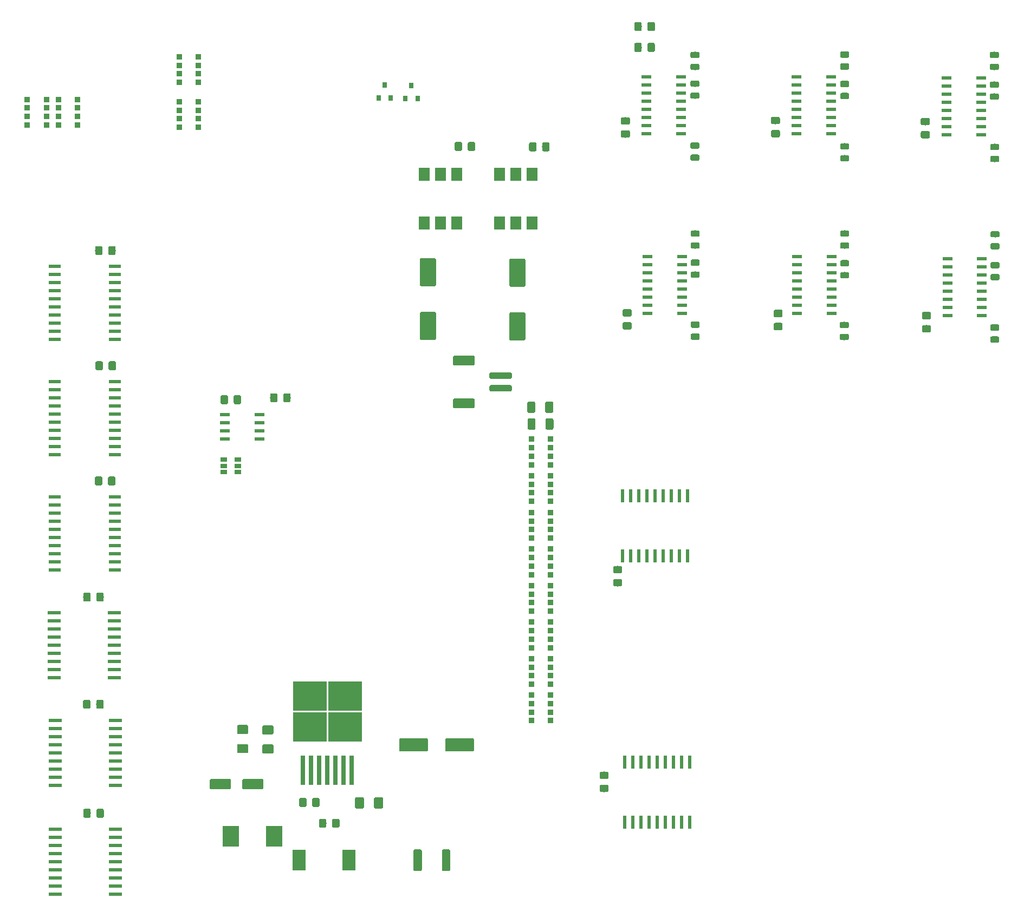
<source format=gbr>
G04 #@! TF.GenerationSoftware,KiCad,Pcbnew,5.1.4-e60b266~84~ubuntu18.04.1*
G04 #@! TF.CreationDate,2019-09-24T21:27:11-04:00*
G04 #@! TF.ProjectId,DE10nano interface,44453130-6e61-46e6-9f20-696e74657266,rev?*
G04 #@! TF.SameCoordinates,Original*
G04 #@! TF.FileFunction,Paste,Top*
G04 #@! TF.FilePolarity,Positive*
%FSLAX46Y46*%
G04 Gerber Fmt 4.6, Leading zero omitted, Abs format (unit mm)*
G04 Created by KiCad (PCBNEW 5.1.4-e60b266~84~ubuntu18.04.1) date 2019-09-24 21:27:11*
%MOMM*%
%LPD*%
G04 APERTURE LIST*
%ADD10R,1.500000X0.600000*%
%ADD11R,2.000000X0.600000*%
%ADD12R,0.600000X2.000000*%
%ADD13R,1.950000X0.600000*%
%ADD14C,0.100000*%
%ADD15C,1.600000*%
%ADD16C,1.425000*%
%ADD17C,2.100000*%
%ADD18R,2.000000X3.200000*%
%ADD19C,1.150000*%
%ADD20R,0.800000X4.600000*%
%ADD21R,5.250000X4.550000*%
%ADD22R,2.500000X3.300000*%
%ADD23R,1.780000X2.000000*%
%ADD24C,1.300000*%
%ADD25C,1.000000*%
%ADD26C,1.500000*%
%ADD27C,2.500000*%
%ADD28R,1.550000X0.600000*%
%ADD29R,0.900000X0.900000*%
%ADD30R,0.800000X0.900000*%
%ADD31C,1.250000*%
%ADD32R,1.060000X0.650000*%
%ADD33C,0.975000*%
G04 APERTURE END LIST*
D10*
X189686900Y-65854580D03*
X189686900Y-64584580D03*
X189686900Y-63314580D03*
X189686900Y-62044580D03*
X189686900Y-60774580D03*
X189686900Y-59504580D03*
X189686900Y-58234580D03*
X189686900Y-56964580D03*
X184286900Y-56964580D03*
X184286900Y-58234580D03*
X184286900Y-59504580D03*
X184286900Y-60774580D03*
X184286900Y-62044580D03*
X184286900Y-63314580D03*
X184286900Y-64584580D03*
X184286900Y-65854580D03*
X207766660Y-66164460D03*
X207766660Y-64894460D03*
X207766660Y-63624460D03*
X207766660Y-62354460D03*
X207766660Y-61084460D03*
X207766660Y-59814460D03*
X207766660Y-58544460D03*
X207766660Y-57274460D03*
X213166660Y-57274460D03*
X213166660Y-58544460D03*
X213166660Y-59814460D03*
X213166660Y-61084460D03*
X213166660Y-62354460D03*
X213166660Y-63624460D03*
X213166660Y-64894460D03*
X213166660Y-66164460D03*
X166273180Y-65819020D03*
X166273180Y-64549020D03*
X166273180Y-63279020D03*
X166273180Y-62009020D03*
X166273180Y-60739020D03*
X166273180Y-59469020D03*
X166273180Y-58199020D03*
X166273180Y-56929020D03*
X160873180Y-56929020D03*
X160873180Y-58199020D03*
X160873180Y-59469020D03*
X160873180Y-60739020D03*
X160873180Y-62009020D03*
X160873180Y-63279020D03*
X160873180Y-64549020D03*
X160873180Y-65819020D03*
X160758880Y-37764720D03*
X160758880Y-36494720D03*
X160758880Y-35224720D03*
X160758880Y-33954720D03*
X160758880Y-32684720D03*
X160758880Y-31414720D03*
X160758880Y-30144720D03*
X160758880Y-28874720D03*
X166158880Y-28874720D03*
X166158880Y-30144720D03*
X166158880Y-31414720D03*
X166158880Y-32684720D03*
X166158880Y-33954720D03*
X166158880Y-35224720D03*
X166158880Y-36494720D03*
X166158880Y-37764720D03*
X213042200Y-37896800D03*
X213042200Y-36626800D03*
X213042200Y-35356800D03*
X213042200Y-34086800D03*
X213042200Y-32816800D03*
X213042200Y-31546800D03*
X213042200Y-30276800D03*
X213042200Y-29006800D03*
X207642200Y-29006800D03*
X207642200Y-30276800D03*
X207642200Y-31546800D03*
X207642200Y-32816800D03*
X207642200Y-34086800D03*
X207642200Y-35356800D03*
X207642200Y-36626800D03*
X207642200Y-37896800D03*
X184167520Y-37777420D03*
X184167520Y-36507420D03*
X184167520Y-35237420D03*
X184167520Y-33967420D03*
X184167520Y-32697420D03*
X184167520Y-31427420D03*
X184167520Y-30157420D03*
X184167520Y-28887420D03*
X189567520Y-28887420D03*
X189567520Y-30157420D03*
X189567520Y-31427420D03*
X189567520Y-32697420D03*
X189567520Y-33967420D03*
X189567520Y-35237420D03*
X189567520Y-36507420D03*
X189567520Y-37777420D03*
D11*
X68355200Y-139687300D03*
X68355200Y-138417300D03*
X68355200Y-137147300D03*
X68355200Y-135877300D03*
X68355200Y-134607300D03*
X68355200Y-133337300D03*
X68355200Y-132067300D03*
X68355200Y-130797300D03*
X68355200Y-129527300D03*
X77755200Y-129527300D03*
X77755200Y-130797300D03*
X77755200Y-132067300D03*
X77755200Y-133337300D03*
X77755200Y-134607300D03*
X77755200Y-135877300D03*
X77755200Y-137147300D03*
X77755200Y-138417300D03*
X77755200Y-139687300D03*
D12*
X167121840Y-103757460D03*
X165851840Y-103757460D03*
X164581840Y-103757460D03*
X163311840Y-103757460D03*
X162041840Y-103757460D03*
X160771840Y-103757460D03*
X159501840Y-103757460D03*
X158231840Y-103757460D03*
X156961840Y-103757460D03*
X156961840Y-94357460D03*
X158231840Y-94357460D03*
X159501840Y-94357460D03*
X160771840Y-94357460D03*
X162041840Y-94357460D03*
X163311840Y-94357460D03*
X164581840Y-94357460D03*
X165851840Y-94357460D03*
X167121840Y-94357460D03*
X157337760Y-145400760D03*
X158607760Y-145400760D03*
X159877760Y-145400760D03*
X161147760Y-145400760D03*
X162417760Y-145400760D03*
X163687760Y-145400760D03*
X164957760Y-145400760D03*
X166227760Y-145400760D03*
X167497760Y-145400760D03*
X167497760Y-136000760D03*
X166227760Y-136000760D03*
X164957760Y-136000760D03*
X163687760Y-136000760D03*
X162417760Y-136000760D03*
X161147760Y-136000760D03*
X159877760Y-136000760D03*
X158607760Y-136000760D03*
X157337760Y-136000760D03*
D13*
X68228200Y-76479400D03*
X68228200Y-77749400D03*
X68228200Y-79019400D03*
X68228200Y-80289400D03*
X68228200Y-81559400D03*
X68228200Y-82829400D03*
X68228200Y-84099400D03*
X68228200Y-85369400D03*
X68228200Y-86639400D03*
X68228200Y-87909400D03*
X77628200Y-87909400D03*
X77628200Y-86639400D03*
X77628200Y-85369400D03*
X77628200Y-84099400D03*
X77628200Y-82829400D03*
X77628200Y-81559400D03*
X77628200Y-80289400D03*
X77628200Y-79019400D03*
X77628200Y-77749400D03*
X77628200Y-76479400D03*
X68228200Y-58470800D03*
X68228200Y-59740800D03*
X68228200Y-61010800D03*
X68228200Y-62280800D03*
X68228200Y-63550800D03*
X68228200Y-64820800D03*
X68228200Y-66090800D03*
X68228200Y-67360800D03*
X68228200Y-68630800D03*
X68228200Y-69900800D03*
X77628200Y-69900800D03*
X77628200Y-68630800D03*
X77628200Y-67360800D03*
X77628200Y-66090800D03*
X77628200Y-64820800D03*
X77628200Y-63550800D03*
X77628200Y-62280800D03*
X77628200Y-61010800D03*
X77628200Y-59740800D03*
X77628200Y-58470800D03*
X77653600Y-94564200D03*
X77653600Y-95834200D03*
X77653600Y-97104200D03*
X77653600Y-98374200D03*
X77653600Y-99644200D03*
X77653600Y-100914200D03*
X77653600Y-102184200D03*
X77653600Y-103454200D03*
X77653600Y-104724200D03*
X77653600Y-105994200D03*
X68253600Y-105994200D03*
X68253600Y-104724200D03*
X68253600Y-103454200D03*
X68253600Y-102184200D03*
X68253600Y-100914200D03*
X68253600Y-99644200D03*
X68253600Y-98374200D03*
X68253600Y-97104200D03*
X68253600Y-95834200D03*
X68253600Y-94564200D03*
D11*
X77755200Y-156705300D03*
X77755200Y-155435300D03*
X77755200Y-154165300D03*
X77755200Y-152895300D03*
X77755200Y-151625300D03*
X77755200Y-150355300D03*
X77755200Y-149085300D03*
X77755200Y-147815300D03*
X77755200Y-146545300D03*
X68355200Y-146545300D03*
X68355200Y-147815300D03*
X68355200Y-149085300D03*
X68355200Y-150355300D03*
X68355200Y-151625300D03*
X68355200Y-152895300D03*
X68355200Y-154165300D03*
X68355200Y-155435300D03*
X68355200Y-156705300D03*
D14*
G36*
X95589765Y-138687842D02*
G01*
X95613995Y-138691436D01*
X95637755Y-138697388D01*
X95660818Y-138705640D01*
X95682961Y-138716112D01*
X95703970Y-138728705D01*
X95723645Y-138743297D01*
X95741794Y-138759746D01*
X95758243Y-138777895D01*
X95772835Y-138797570D01*
X95785428Y-138818579D01*
X95795900Y-138840722D01*
X95804152Y-138863785D01*
X95810104Y-138887545D01*
X95813698Y-138911775D01*
X95814900Y-138936240D01*
X95814900Y-140037040D01*
X95813698Y-140061505D01*
X95810104Y-140085735D01*
X95804152Y-140109495D01*
X95795900Y-140132558D01*
X95785428Y-140154701D01*
X95772835Y-140175710D01*
X95758243Y-140195385D01*
X95741794Y-140213534D01*
X95723645Y-140229983D01*
X95703970Y-140244575D01*
X95682961Y-140257168D01*
X95660818Y-140267640D01*
X95637755Y-140275892D01*
X95613995Y-140281844D01*
X95589765Y-140285438D01*
X95565300Y-140286640D01*
X92739500Y-140286640D01*
X92715035Y-140285438D01*
X92690805Y-140281844D01*
X92667045Y-140275892D01*
X92643982Y-140267640D01*
X92621839Y-140257168D01*
X92600830Y-140244575D01*
X92581155Y-140229983D01*
X92563006Y-140213534D01*
X92546557Y-140195385D01*
X92531965Y-140175710D01*
X92519372Y-140154701D01*
X92508900Y-140132558D01*
X92500648Y-140109495D01*
X92494696Y-140085735D01*
X92491102Y-140061505D01*
X92489900Y-140037040D01*
X92489900Y-138936240D01*
X92491102Y-138911775D01*
X92494696Y-138887545D01*
X92500648Y-138863785D01*
X92508900Y-138840722D01*
X92519372Y-138818579D01*
X92531965Y-138797570D01*
X92546557Y-138777895D01*
X92563006Y-138759746D01*
X92581155Y-138743297D01*
X92600830Y-138728705D01*
X92621839Y-138716112D01*
X92643982Y-138705640D01*
X92667045Y-138697388D01*
X92690805Y-138691436D01*
X92715035Y-138687842D01*
X92739500Y-138686640D01*
X95565300Y-138686640D01*
X95589765Y-138687842D01*
X95589765Y-138687842D01*
G37*
D15*
X94152400Y-139486640D03*
D14*
G36*
X100664404Y-138687844D02*
G01*
X100688673Y-138691444D01*
X100712471Y-138697405D01*
X100735571Y-138705670D01*
X100757749Y-138716160D01*
X100778793Y-138728773D01*
X100798498Y-138743387D01*
X100816677Y-138759863D01*
X100833153Y-138778042D01*
X100847767Y-138797747D01*
X100860380Y-138818791D01*
X100870870Y-138840969D01*
X100879135Y-138864069D01*
X100885096Y-138887867D01*
X100888696Y-138912136D01*
X100889900Y-138936640D01*
X100889900Y-140036640D01*
X100888696Y-140061144D01*
X100885096Y-140085413D01*
X100879135Y-140109211D01*
X100870870Y-140132311D01*
X100860380Y-140154489D01*
X100847767Y-140175533D01*
X100833153Y-140195238D01*
X100816677Y-140213417D01*
X100798498Y-140229893D01*
X100778793Y-140244507D01*
X100757749Y-140257120D01*
X100735571Y-140267610D01*
X100712471Y-140275875D01*
X100688673Y-140281836D01*
X100664404Y-140285436D01*
X100639900Y-140286640D01*
X97814900Y-140286640D01*
X97790396Y-140285436D01*
X97766127Y-140281836D01*
X97742329Y-140275875D01*
X97719229Y-140267610D01*
X97697051Y-140257120D01*
X97676007Y-140244507D01*
X97656302Y-140229893D01*
X97638123Y-140213417D01*
X97621647Y-140195238D01*
X97607033Y-140175533D01*
X97594420Y-140154489D01*
X97583930Y-140132311D01*
X97575665Y-140109211D01*
X97569704Y-140085413D01*
X97566104Y-140061144D01*
X97564900Y-140036640D01*
X97564900Y-138936640D01*
X97566104Y-138912136D01*
X97569704Y-138887867D01*
X97575665Y-138864069D01*
X97583930Y-138840969D01*
X97594420Y-138818791D01*
X97607033Y-138797747D01*
X97621647Y-138778042D01*
X97638123Y-138759863D01*
X97656302Y-138743387D01*
X97676007Y-138728773D01*
X97697051Y-138716160D01*
X97719229Y-138705670D01*
X97742329Y-138697405D01*
X97766127Y-138691444D01*
X97790396Y-138687844D01*
X97814900Y-138686640D01*
X100639900Y-138686640D01*
X100664404Y-138687844D01*
X100664404Y-138687844D01*
G37*
D15*
X99227400Y-139486640D03*
D14*
G36*
X98279204Y-133211804D02*
G01*
X98303473Y-133215404D01*
X98327271Y-133221365D01*
X98350371Y-133229630D01*
X98372549Y-133240120D01*
X98393593Y-133252733D01*
X98413298Y-133267347D01*
X98431477Y-133283823D01*
X98447953Y-133302002D01*
X98462567Y-133321707D01*
X98475180Y-133342751D01*
X98485670Y-133364929D01*
X98493935Y-133388029D01*
X98499896Y-133411827D01*
X98503496Y-133436096D01*
X98504700Y-133460600D01*
X98504700Y-134385600D01*
X98503496Y-134410104D01*
X98499896Y-134434373D01*
X98493935Y-134458171D01*
X98485670Y-134481271D01*
X98475180Y-134503449D01*
X98462567Y-134524493D01*
X98447953Y-134544198D01*
X98431477Y-134562377D01*
X98413298Y-134578853D01*
X98393593Y-134593467D01*
X98372549Y-134606080D01*
X98350371Y-134616570D01*
X98327271Y-134624835D01*
X98303473Y-134630796D01*
X98279204Y-134634396D01*
X98254700Y-134635600D01*
X97004700Y-134635600D01*
X96980196Y-134634396D01*
X96955927Y-134630796D01*
X96932129Y-134624835D01*
X96909029Y-134616570D01*
X96886851Y-134606080D01*
X96865807Y-134593467D01*
X96846102Y-134578853D01*
X96827923Y-134562377D01*
X96811447Y-134544198D01*
X96796833Y-134524493D01*
X96784220Y-134503449D01*
X96773730Y-134481271D01*
X96765465Y-134458171D01*
X96759504Y-134434373D01*
X96755904Y-134410104D01*
X96754700Y-134385600D01*
X96754700Y-133460600D01*
X96755904Y-133436096D01*
X96759504Y-133411827D01*
X96765465Y-133388029D01*
X96773730Y-133364929D01*
X96784220Y-133342751D01*
X96796833Y-133321707D01*
X96811447Y-133302002D01*
X96827923Y-133283823D01*
X96846102Y-133267347D01*
X96865807Y-133252733D01*
X96886851Y-133240120D01*
X96909029Y-133229630D01*
X96932129Y-133221365D01*
X96955927Y-133215404D01*
X96980196Y-133211804D01*
X97004700Y-133210600D01*
X98254700Y-133210600D01*
X98279204Y-133211804D01*
X98279204Y-133211804D01*
G37*
D16*
X97629700Y-133923100D03*
D14*
G36*
X98279204Y-130236804D02*
G01*
X98303473Y-130240404D01*
X98327271Y-130246365D01*
X98350371Y-130254630D01*
X98372549Y-130265120D01*
X98393593Y-130277733D01*
X98413298Y-130292347D01*
X98431477Y-130308823D01*
X98447953Y-130327002D01*
X98462567Y-130346707D01*
X98475180Y-130367751D01*
X98485670Y-130389929D01*
X98493935Y-130413029D01*
X98499896Y-130436827D01*
X98503496Y-130461096D01*
X98504700Y-130485600D01*
X98504700Y-131410600D01*
X98503496Y-131435104D01*
X98499896Y-131459373D01*
X98493935Y-131483171D01*
X98485670Y-131506271D01*
X98475180Y-131528449D01*
X98462567Y-131549493D01*
X98447953Y-131569198D01*
X98431477Y-131587377D01*
X98413298Y-131603853D01*
X98393593Y-131618467D01*
X98372549Y-131631080D01*
X98350371Y-131641570D01*
X98327271Y-131649835D01*
X98303473Y-131655796D01*
X98279204Y-131659396D01*
X98254700Y-131660600D01*
X97004700Y-131660600D01*
X96980196Y-131659396D01*
X96955927Y-131655796D01*
X96932129Y-131649835D01*
X96909029Y-131641570D01*
X96886851Y-131631080D01*
X96865807Y-131618467D01*
X96846102Y-131603853D01*
X96827923Y-131587377D01*
X96811447Y-131569198D01*
X96796833Y-131549493D01*
X96784220Y-131528449D01*
X96773730Y-131506271D01*
X96765465Y-131483171D01*
X96759504Y-131459373D01*
X96755904Y-131435104D01*
X96754700Y-131410600D01*
X96754700Y-130485600D01*
X96755904Y-130461096D01*
X96759504Y-130436827D01*
X96765465Y-130413029D01*
X96773730Y-130389929D01*
X96784220Y-130367751D01*
X96796833Y-130346707D01*
X96811447Y-130327002D01*
X96827923Y-130308823D01*
X96846102Y-130292347D01*
X96865807Y-130277733D01*
X96886851Y-130265120D01*
X96909029Y-130254630D01*
X96932129Y-130246365D01*
X96955927Y-130240404D01*
X96980196Y-130236804D01*
X97004700Y-130235600D01*
X98254700Y-130235600D01*
X98279204Y-130236804D01*
X98279204Y-130236804D01*
G37*
D16*
X97629700Y-130948100D03*
D14*
G36*
X102223824Y-130297764D02*
G01*
X102248093Y-130301364D01*
X102271891Y-130307325D01*
X102294991Y-130315590D01*
X102317169Y-130326080D01*
X102338213Y-130338693D01*
X102357918Y-130353307D01*
X102376097Y-130369783D01*
X102392573Y-130387962D01*
X102407187Y-130407667D01*
X102419800Y-130428711D01*
X102430290Y-130450889D01*
X102438555Y-130473989D01*
X102444516Y-130497787D01*
X102448116Y-130522056D01*
X102449320Y-130546560D01*
X102449320Y-131471560D01*
X102448116Y-131496064D01*
X102444516Y-131520333D01*
X102438555Y-131544131D01*
X102430290Y-131567231D01*
X102419800Y-131589409D01*
X102407187Y-131610453D01*
X102392573Y-131630158D01*
X102376097Y-131648337D01*
X102357918Y-131664813D01*
X102338213Y-131679427D01*
X102317169Y-131692040D01*
X102294991Y-131702530D01*
X102271891Y-131710795D01*
X102248093Y-131716756D01*
X102223824Y-131720356D01*
X102199320Y-131721560D01*
X100949320Y-131721560D01*
X100924816Y-131720356D01*
X100900547Y-131716756D01*
X100876749Y-131710795D01*
X100853649Y-131702530D01*
X100831471Y-131692040D01*
X100810427Y-131679427D01*
X100790722Y-131664813D01*
X100772543Y-131648337D01*
X100756067Y-131630158D01*
X100741453Y-131610453D01*
X100728840Y-131589409D01*
X100718350Y-131567231D01*
X100710085Y-131544131D01*
X100704124Y-131520333D01*
X100700524Y-131496064D01*
X100699320Y-131471560D01*
X100699320Y-130546560D01*
X100700524Y-130522056D01*
X100704124Y-130497787D01*
X100710085Y-130473989D01*
X100718350Y-130450889D01*
X100728840Y-130428711D01*
X100741453Y-130407667D01*
X100756067Y-130387962D01*
X100772543Y-130369783D01*
X100790722Y-130353307D01*
X100810427Y-130338693D01*
X100831471Y-130326080D01*
X100853649Y-130315590D01*
X100876749Y-130307325D01*
X100900547Y-130301364D01*
X100924816Y-130297764D01*
X100949320Y-130296560D01*
X102199320Y-130296560D01*
X102223824Y-130297764D01*
X102223824Y-130297764D01*
G37*
D16*
X101574320Y-131009060D03*
D14*
G36*
X102223824Y-133272764D02*
G01*
X102248093Y-133276364D01*
X102271891Y-133282325D01*
X102294991Y-133290590D01*
X102317169Y-133301080D01*
X102338213Y-133313693D01*
X102357918Y-133328307D01*
X102376097Y-133344783D01*
X102392573Y-133362962D01*
X102407187Y-133382667D01*
X102419800Y-133403711D01*
X102430290Y-133425889D01*
X102438555Y-133448989D01*
X102444516Y-133472787D01*
X102448116Y-133497056D01*
X102449320Y-133521560D01*
X102449320Y-134446560D01*
X102448116Y-134471064D01*
X102444516Y-134495333D01*
X102438555Y-134519131D01*
X102430290Y-134542231D01*
X102419800Y-134564409D01*
X102407187Y-134585453D01*
X102392573Y-134605158D01*
X102376097Y-134623337D01*
X102357918Y-134639813D01*
X102338213Y-134654427D01*
X102317169Y-134667040D01*
X102294991Y-134677530D01*
X102271891Y-134685795D01*
X102248093Y-134691756D01*
X102223824Y-134695356D01*
X102199320Y-134696560D01*
X100949320Y-134696560D01*
X100924816Y-134695356D01*
X100900547Y-134691756D01*
X100876749Y-134685795D01*
X100853649Y-134677530D01*
X100831471Y-134667040D01*
X100810427Y-134654427D01*
X100790722Y-134639813D01*
X100772543Y-134623337D01*
X100756067Y-134605158D01*
X100741453Y-134585453D01*
X100728840Y-134564409D01*
X100718350Y-134542231D01*
X100710085Y-134519131D01*
X100704124Y-134495333D01*
X100700524Y-134471064D01*
X100699320Y-134446560D01*
X100699320Y-133521560D01*
X100700524Y-133497056D01*
X100704124Y-133472787D01*
X100710085Y-133448989D01*
X100718350Y-133425889D01*
X100728840Y-133403711D01*
X100741453Y-133382667D01*
X100756067Y-133362962D01*
X100772543Y-133344783D01*
X100790722Y-133328307D01*
X100810427Y-133313693D01*
X100831471Y-133301080D01*
X100853649Y-133290590D01*
X100876749Y-133282325D01*
X100900547Y-133276364D01*
X100924816Y-133272764D01*
X100949320Y-133271560D01*
X102199320Y-133271560D01*
X102223824Y-133272764D01*
X102223824Y-133272764D01*
G37*
D16*
X101574320Y-133984060D03*
D14*
G36*
X116377704Y-141544004D02*
G01*
X116401973Y-141547604D01*
X116425771Y-141553565D01*
X116448871Y-141561830D01*
X116471049Y-141572320D01*
X116492093Y-141584933D01*
X116511798Y-141599547D01*
X116529977Y-141616023D01*
X116546453Y-141634202D01*
X116561067Y-141653907D01*
X116573680Y-141674951D01*
X116584170Y-141697129D01*
X116592435Y-141720229D01*
X116598396Y-141744027D01*
X116601996Y-141768296D01*
X116603200Y-141792800D01*
X116603200Y-143042800D01*
X116601996Y-143067304D01*
X116598396Y-143091573D01*
X116592435Y-143115371D01*
X116584170Y-143138471D01*
X116573680Y-143160649D01*
X116561067Y-143181693D01*
X116546453Y-143201398D01*
X116529977Y-143219577D01*
X116511798Y-143236053D01*
X116492093Y-143250667D01*
X116471049Y-143263280D01*
X116448871Y-143273770D01*
X116425771Y-143282035D01*
X116401973Y-143287996D01*
X116377704Y-143291596D01*
X116353200Y-143292800D01*
X115428200Y-143292800D01*
X115403696Y-143291596D01*
X115379427Y-143287996D01*
X115355629Y-143282035D01*
X115332529Y-143273770D01*
X115310351Y-143263280D01*
X115289307Y-143250667D01*
X115269602Y-143236053D01*
X115251423Y-143219577D01*
X115234947Y-143201398D01*
X115220333Y-143181693D01*
X115207720Y-143160649D01*
X115197230Y-143138471D01*
X115188965Y-143115371D01*
X115183004Y-143091573D01*
X115179404Y-143067304D01*
X115178200Y-143042800D01*
X115178200Y-141792800D01*
X115179404Y-141768296D01*
X115183004Y-141744027D01*
X115188965Y-141720229D01*
X115197230Y-141697129D01*
X115207720Y-141674951D01*
X115220333Y-141653907D01*
X115234947Y-141634202D01*
X115251423Y-141616023D01*
X115269602Y-141599547D01*
X115289307Y-141584933D01*
X115310351Y-141572320D01*
X115332529Y-141561830D01*
X115355629Y-141553565D01*
X115379427Y-141547604D01*
X115403696Y-141544004D01*
X115428200Y-141542800D01*
X116353200Y-141542800D01*
X116377704Y-141544004D01*
X116377704Y-141544004D01*
G37*
D16*
X115890700Y-142417800D03*
D14*
G36*
X119352704Y-141544004D02*
G01*
X119376973Y-141547604D01*
X119400771Y-141553565D01*
X119423871Y-141561830D01*
X119446049Y-141572320D01*
X119467093Y-141584933D01*
X119486798Y-141599547D01*
X119504977Y-141616023D01*
X119521453Y-141634202D01*
X119536067Y-141653907D01*
X119548680Y-141674951D01*
X119559170Y-141697129D01*
X119567435Y-141720229D01*
X119573396Y-141744027D01*
X119576996Y-141768296D01*
X119578200Y-141792800D01*
X119578200Y-143042800D01*
X119576996Y-143067304D01*
X119573396Y-143091573D01*
X119567435Y-143115371D01*
X119559170Y-143138471D01*
X119548680Y-143160649D01*
X119536067Y-143181693D01*
X119521453Y-143201398D01*
X119504977Y-143219577D01*
X119486798Y-143236053D01*
X119467093Y-143250667D01*
X119446049Y-143263280D01*
X119423871Y-143273770D01*
X119400771Y-143282035D01*
X119376973Y-143287996D01*
X119352704Y-143291596D01*
X119328200Y-143292800D01*
X118403200Y-143292800D01*
X118378696Y-143291596D01*
X118354427Y-143287996D01*
X118330629Y-143282035D01*
X118307529Y-143273770D01*
X118285351Y-143263280D01*
X118264307Y-143250667D01*
X118244602Y-143236053D01*
X118226423Y-143219577D01*
X118209947Y-143201398D01*
X118195333Y-143181693D01*
X118182720Y-143160649D01*
X118172230Y-143138471D01*
X118163965Y-143115371D01*
X118158004Y-143091573D01*
X118154404Y-143067304D01*
X118153200Y-143042800D01*
X118153200Y-141792800D01*
X118154404Y-141768296D01*
X118158004Y-141744027D01*
X118163965Y-141720229D01*
X118172230Y-141697129D01*
X118182720Y-141674951D01*
X118195333Y-141653907D01*
X118209947Y-141634202D01*
X118226423Y-141616023D01*
X118244602Y-141599547D01*
X118264307Y-141584933D01*
X118285351Y-141572320D01*
X118307529Y-141561830D01*
X118330629Y-141553565D01*
X118354427Y-141547604D01*
X118378696Y-141544004D01*
X118403200Y-141542800D01*
X119328200Y-141542800D01*
X119352704Y-141544004D01*
X119352704Y-141544004D01*
G37*
D16*
X118865700Y-142417800D03*
D14*
G36*
X126343794Y-132288503D02*
G01*
X126368053Y-132292102D01*
X126391842Y-132298061D01*
X126414933Y-132306323D01*
X126437102Y-132316808D01*
X126458137Y-132329416D01*
X126477835Y-132344025D01*
X126496006Y-132360494D01*
X126512475Y-132378665D01*
X126527084Y-132398363D01*
X126539692Y-132419398D01*
X126550177Y-132441567D01*
X126558439Y-132464658D01*
X126564398Y-132488447D01*
X126567997Y-132512706D01*
X126569200Y-132537200D01*
X126569200Y-134137400D01*
X126567997Y-134161894D01*
X126564398Y-134186153D01*
X126558439Y-134209942D01*
X126550177Y-134233033D01*
X126539692Y-134255202D01*
X126527084Y-134276237D01*
X126512475Y-134295935D01*
X126496006Y-134314106D01*
X126477835Y-134330575D01*
X126458137Y-134345184D01*
X126437102Y-134357792D01*
X126414933Y-134368277D01*
X126391842Y-134376539D01*
X126368053Y-134382498D01*
X126343794Y-134386097D01*
X126319300Y-134387300D01*
X122319100Y-134387300D01*
X122294606Y-134386097D01*
X122270347Y-134382498D01*
X122246558Y-134376539D01*
X122223467Y-134368277D01*
X122201298Y-134357792D01*
X122180263Y-134345184D01*
X122160565Y-134330575D01*
X122142394Y-134314106D01*
X122125925Y-134295935D01*
X122111316Y-134276237D01*
X122098708Y-134255202D01*
X122088223Y-134233033D01*
X122079961Y-134209942D01*
X122074002Y-134186153D01*
X122070403Y-134161894D01*
X122069200Y-134137400D01*
X122069200Y-132537200D01*
X122070403Y-132512706D01*
X122074002Y-132488447D01*
X122079961Y-132464658D01*
X122088223Y-132441567D01*
X122098708Y-132419398D01*
X122111316Y-132398363D01*
X122125925Y-132378665D01*
X122142394Y-132360494D01*
X122160565Y-132344025D01*
X122180263Y-132329416D01*
X122201298Y-132316808D01*
X122223467Y-132306323D01*
X122246558Y-132298061D01*
X122270347Y-132292102D01*
X122294606Y-132288503D01*
X122319100Y-132287300D01*
X126319300Y-132287300D01*
X126343794Y-132288503D01*
X126343794Y-132288503D01*
G37*
D17*
X124319200Y-133337300D03*
D14*
G36*
X133543704Y-132288504D02*
G01*
X133567973Y-132292104D01*
X133591771Y-132298065D01*
X133614871Y-132306330D01*
X133637049Y-132316820D01*
X133658093Y-132329433D01*
X133677798Y-132344047D01*
X133695977Y-132360523D01*
X133712453Y-132378702D01*
X133727067Y-132398407D01*
X133739680Y-132419451D01*
X133750170Y-132441629D01*
X133758435Y-132464729D01*
X133764396Y-132488527D01*
X133767996Y-132512796D01*
X133769200Y-132537300D01*
X133769200Y-134137300D01*
X133767996Y-134161804D01*
X133764396Y-134186073D01*
X133758435Y-134209871D01*
X133750170Y-134232971D01*
X133739680Y-134255149D01*
X133727067Y-134276193D01*
X133712453Y-134295898D01*
X133695977Y-134314077D01*
X133677798Y-134330553D01*
X133658093Y-134345167D01*
X133637049Y-134357780D01*
X133614871Y-134368270D01*
X133591771Y-134376535D01*
X133567973Y-134382496D01*
X133543704Y-134386096D01*
X133519200Y-134387300D01*
X129519200Y-134387300D01*
X129494696Y-134386096D01*
X129470427Y-134382496D01*
X129446629Y-134376535D01*
X129423529Y-134368270D01*
X129401351Y-134357780D01*
X129380307Y-134345167D01*
X129360602Y-134330553D01*
X129342423Y-134314077D01*
X129325947Y-134295898D01*
X129311333Y-134276193D01*
X129298720Y-134255149D01*
X129288230Y-134232971D01*
X129279965Y-134209871D01*
X129274004Y-134186073D01*
X129270404Y-134161804D01*
X129269200Y-134137300D01*
X129269200Y-132537300D01*
X129270404Y-132512796D01*
X129274004Y-132488527D01*
X129279965Y-132464729D01*
X129288230Y-132441629D01*
X129298720Y-132419451D01*
X129311333Y-132398407D01*
X129325947Y-132378702D01*
X129342423Y-132360523D01*
X129360602Y-132344047D01*
X129380307Y-132329433D01*
X129401351Y-132316820D01*
X129423529Y-132306330D01*
X129446629Y-132298065D01*
X129470427Y-132292104D01*
X129494696Y-132288504D01*
X129519200Y-132287300D01*
X133519200Y-132287300D01*
X133543704Y-132288504D01*
X133543704Y-132288504D01*
G37*
D17*
X131519200Y-133337300D03*
D18*
X106429700Y-151371300D03*
X114229700Y-151371300D03*
D14*
G36*
X112529705Y-144894004D02*
G01*
X112553973Y-144897604D01*
X112577772Y-144903565D01*
X112600871Y-144911830D01*
X112623050Y-144922320D01*
X112644093Y-144934932D01*
X112663799Y-144949547D01*
X112681977Y-144966023D01*
X112698453Y-144984201D01*
X112713068Y-145003907D01*
X112725680Y-145024950D01*
X112736170Y-145047129D01*
X112744435Y-145070228D01*
X112750396Y-145094027D01*
X112753996Y-145118295D01*
X112755200Y-145142799D01*
X112755200Y-146042801D01*
X112753996Y-146067305D01*
X112750396Y-146091573D01*
X112744435Y-146115372D01*
X112736170Y-146138471D01*
X112725680Y-146160650D01*
X112713068Y-146181693D01*
X112698453Y-146201399D01*
X112681977Y-146219577D01*
X112663799Y-146236053D01*
X112644093Y-146250668D01*
X112623050Y-146263280D01*
X112600871Y-146273770D01*
X112577772Y-146282035D01*
X112553973Y-146287996D01*
X112529705Y-146291596D01*
X112505201Y-146292800D01*
X111855199Y-146292800D01*
X111830695Y-146291596D01*
X111806427Y-146287996D01*
X111782628Y-146282035D01*
X111759529Y-146273770D01*
X111737350Y-146263280D01*
X111716307Y-146250668D01*
X111696601Y-146236053D01*
X111678423Y-146219577D01*
X111661947Y-146201399D01*
X111647332Y-146181693D01*
X111634720Y-146160650D01*
X111624230Y-146138471D01*
X111615965Y-146115372D01*
X111610004Y-146091573D01*
X111606404Y-146067305D01*
X111605200Y-146042801D01*
X111605200Y-145142799D01*
X111606404Y-145118295D01*
X111610004Y-145094027D01*
X111615965Y-145070228D01*
X111624230Y-145047129D01*
X111634720Y-145024950D01*
X111647332Y-145003907D01*
X111661947Y-144984201D01*
X111678423Y-144966023D01*
X111696601Y-144949547D01*
X111716307Y-144934932D01*
X111737350Y-144922320D01*
X111759529Y-144911830D01*
X111782628Y-144903565D01*
X111806427Y-144897604D01*
X111830695Y-144894004D01*
X111855199Y-144892800D01*
X112505201Y-144892800D01*
X112529705Y-144894004D01*
X112529705Y-144894004D01*
G37*
D19*
X112180200Y-145592800D03*
D14*
G36*
X110479705Y-144894004D02*
G01*
X110503973Y-144897604D01*
X110527772Y-144903565D01*
X110550871Y-144911830D01*
X110573050Y-144922320D01*
X110594093Y-144934932D01*
X110613799Y-144949547D01*
X110631977Y-144966023D01*
X110648453Y-144984201D01*
X110663068Y-145003907D01*
X110675680Y-145024950D01*
X110686170Y-145047129D01*
X110694435Y-145070228D01*
X110700396Y-145094027D01*
X110703996Y-145118295D01*
X110705200Y-145142799D01*
X110705200Y-146042801D01*
X110703996Y-146067305D01*
X110700396Y-146091573D01*
X110694435Y-146115372D01*
X110686170Y-146138471D01*
X110675680Y-146160650D01*
X110663068Y-146181693D01*
X110648453Y-146201399D01*
X110631977Y-146219577D01*
X110613799Y-146236053D01*
X110594093Y-146250668D01*
X110573050Y-146263280D01*
X110550871Y-146273770D01*
X110527772Y-146282035D01*
X110503973Y-146287996D01*
X110479705Y-146291596D01*
X110455201Y-146292800D01*
X109805199Y-146292800D01*
X109780695Y-146291596D01*
X109756427Y-146287996D01*
X109732628Y-146282035D01*
X109709529Y-146273770D01*
X109687350Y-146263280D01*
X109666307Y-146250668D01*
X109646601Y-146236053D01*
X109628423Y-146219577D01*
X109611947Y-146201399D01*
X109597332Y-146181693D01*
X109584720Y-146160650D01*
X109574230Y-146138471D01*
X109565965Y-146115372D01*
X109560004Y-146091573D01*
X109556404Y-146067305D01*
X109555200Y-146042801D01*
X109555200Y-145142799D01*
X109556404Y-145118295D01*
X109560004Y-145094027D01*
X109565965Y-145070228D01*
X109574230Y-145047129D01*
X109584720Y-145024950D01*
X109597332Y-145003907D01*
X109611947Y-144984201D01*
X109628423Y-144966023D01*
X109646601Y-144949547D01*
X109666307Y-144934932D01*
X109687350Y-144922320D01*
X109709529Y-144911830D01*
X109732628Y-144903565D01*
X109756427Y-144897604D01*
X109780695Y-144894004D01*
X109805199Y-144892800D01*
X110455201Y-144892800D01*
X110479705Y-144894004D01*
X110479705Y-144894004D01*
G37*
D19*
X110130200Y-145592800D03*
D20*
X107078183Y-137292343D03*
X108348183Y-137292343D03*
X109618183Y-137292343D03*
X110888183Y-137292343D03*
X112158183Y-137292343D03*
X113428183Y-137292343D03*
X114698183Y-137292343D03*
D21*
X113663183Y-125717343D03*
X108113183Y-130567343D03*
X108113183Y-125717343D03*
X113663183Y-130567343D03*
D22*
X102553183Y-147629343D03*
X95753183Y-147629343D03*
D23*
X142841700Y-51739800D03*
X137761700Y-44119800D03*
X140301700Y-51739800D03*
X140301700Y-44119800D03*
X137761700Y-51739800D03*
X142841700Y-44119800D03*
X131094200Y-44119800D03*
X126014200Y-51739800D03*
X128554200Y-44119800D03*
X128554200Y-51739800D03*
X126014200Y-44119800D03*
X131094200Y-51739800D03*
D14*
G36*
X143309205Y-39103004D02*
G01*
X143333473Y-39106604D01*
X143357272Y-39112565D01*
X143380371Y-39120830D01*
X143402550Y-39131320D01*
X143423593Y-39143932D01*
X143443299Y-39158547D01*
X143461477Y-39175023D01*
X143477953Y-39193201D01*
X143492568Y-39212907D01*
X143505180Y-39233950D01*
X143515670Y-39256129D01*
X143523935Y-39279228D01*
X143529896Y-39303027D01*
X143533496Y-39327295D01*
X143534700Y-39351799D01*
X143534700Y-40251801D01*
X143533496Y-40276305D01*
X143529896Y-40300573D01*
X143523935Y-40324372D01*
X143515670Y-40347471D01*
X143505180Y-40369650D01*
X143492568Y-40390693D01*
X143477953Y-40410399D01*
X143461477Y-40428577D01*
X143443299Y-40445053D01*
X143423593Y-40459668D01*
X143402550Y-40472280D01*
X143380371Y-40482770D01*
X143357272Y-40491035D01*
X143333473Y-40496996D01*
X143309205Y-40500596D01*
X143284701Y-40501800D01*
X142634699Y-40501800D01*
X142610195Y-40500596D01*
X142585927Y-40496996D01*
X142562128Y-40491035D01*
X142539029Y-40482770D01*
X142516850Y-40472280D01*
X142495807Y-40459668D01*
X142476101Y-40445053D01*
X142457923Y-40428577D01*
X142441447Y-40410399D01*
X142426832Y-40390693D01*
X142414220Y-40369650D01*
X142403730Y-40347471D01*
X142395465Y-40324372D01*
X142389504Y-40300573D01*
X142385904Y-40276305D01*
X142384700Y-40251801D01*
X142384700Y-39351799D01*
X142385904Y-39327295D01*
X142389504Y-39303027D01*
X142395465Y-39279228D01*
X142403730Y-39256129D01*
X142414220Y-39233950D01*
X142426832Y-39212907D01*
X142441447Y-39193201D01*
X142457923Y-39175023D01*
X142476101Y-39158547D01*
X142495807Y-39143932D01*
X142516850Y-39131320D01*
X142539029Y-39120830D01*
X142562128Y-39112565D01*
X142585927Y-39106604D01*
X142610195Y-39103004D01*
X142634699Y-39101800D01*
X143284701Y-39101800D01*
X143309205Y-39103004D01*
X143309205Y-39103004D01*
G37*
D19*
X142959700Y-39801800D03*
D14*
G36*
X145359205Y-39103004D02*
G01*
X145383473Y-39106604D01*
X145407272Y-39112565D01*
X145430371Y-39120830D01*
X145452550Y-39131320D01*
X145473593Y-39143932D01*
X145493299Y-39158547D01*
X145511477Y-39175023D01*
X145527953Y-39193201D01*
X145542568Y-39212907D01*
X145555180Y-39233950D01*
X145565670Y-39256129D01*
X145573935Y-39279228D01*
X145579896Y-39303027D01*
X145583496Y-39327295D01*
X145584700Y-39351799D01*
X145584700Y-40251801D01*
X145583496Y-40276305D01*
X145579896Y-40300573D01*
X145573935Y-40324372D01*
X145565670Y-40347471D01*
X145555180Y-40369650D01*
X145542568Y-40390693D01*
X145527953Y-40410399D01*
X145511477Y-40428577D01*
X145493299Y-40445053D01*
X145473593Y-40459668D01*
X145452550Y-40472280D01*
X145430371Y-40482770D01*
X145407272Y-40491035D01*
X145383473Y-40496996D01*
X145359205Y-40500596D01*
X145334701Y-40501800D01*
X144684699Y-40501800D01*
X144660195Y-40500596D01*
X144635927Y-40496996D01*
X144612128Y-40491035D01*
X144589029Y-40482770D01*
X144566850Y-40472280D01*
X144545807Y-40459668D01*
X144526101Y-40445053D01*
X144507923Y-40428577D01*
X144491447Y-40410399D01*
X144476832Y-40390693D01*
X144464220Y-40369650D01*
X144453730Y-40347471D01*
X144445465Y-40324372D01*
X144439504Y-40300573D01*
X144435904Y-40276305D01*
X144434700Y-40251801D01*
X144434700Y-39351799D01*
X144435904Y-39327295D01*
X144439504Y-39303027D01*
X144445465Y-39279228D01*
X144453730Y-39256129D01*
X144464220Y-39233950D01*
X144476832Y-39212907D01*
X144491447Y-39193201D01*
X144507923Y-39175023D01*
X144526101Y-39158547D01*
X144545807Y-39143932D01*
X144566850Y-39131320D01*
X144589029Y-39120830D01*
X144612128Y-39112565D01*
X144635927Y-39106604D01*
X144660195Y-39103004D01*
X144684699Y-39101800D01*
X145334701Y-39101800D01*
X145359205Y-39103004D01*
X145359205Y-39103004D01*
G37*
D19*
X145009700Y-39801800D03*
D14*
G36*
X133738705Y-39039504D02*
G01*
X133762973Y-39043104D01*
X133786772Y-39049065D01*
X133809871Y-39057330D01*
X133832050Y-39067820D01*
X133853093Y-39080432D01*
X133872799Y-39095047D01*
X133890977Y-39111523D01*
X133907453Y-39129701D01*
X133922068Y-39149407D01*
X133934680Y-39170450D01*
X133945170Y-39192629D01*
X133953435Y-39215728D01*
X133959396Y-39239527D01*
X133962996Y-39263795D01*
X133964200Y-39288299D01*
X133964200Y-40188301D01*
X133962996Y-40212805D01*
X133959396Y-40237073D01*
X133953435Y-40260872D01*
X133945170Y-40283971D01*
X133934680Y-40306150D01*
X133922068Y-40327193D01*
X133907453Y-40346899D01*
X133890977Y-40365077D01*
X133872799Y-40381553D01*
X133853093Y-40396168D01*
X133832050Y-40408780D01*
X133809871Y-40419270D01*
X133786772Y-40427535D01*
X133762973Y-40433496D01*
X133738705Y-40437096D01*
X133714201Y-40438300D01*
X133064199Y-40438300D01*
X133039695Y-40437096D01*
X133015427Y-40433496D01*
X132991628Y-40427535D01*
X132968529Y-40419270D01*
X132946350Y-40408780D01*
X132925307Y-40396168D01*
X132905601Y-40381553D01*
X132887423Y-40365077D01*
X132870947Y-40346899D01*
X132856332Y-40327193D01*
X132843720Y-40306150D01*
X132833230Y-40283971D01*
X132824965Y-40260872D01*
X132819004Y-40237073D01*
X132815404Y-40212805D01*
X132814200Y-40188301D01*
X132814200Y-39288299D01*
X132815404Y-39263795D01*
X132819004Y-39239527D01*
X132824965Y-39215728D01*
X132833230Y-39192629D01*
X132843720Y-39170450D01*
X132856332Y-39149407D01*
X132870947Y-39129701D01*
X132887423Y-39111523D01*
X132905601Y-39095047D01*
X132925307Y-39080432D01*
X132946350Y-39067820D01*
X132968529Y-39057330D01*
X132991628Y-39049065D01*
X133015427Y-39043104D01*
X133039695Y-39039504D01*
X133064199Y-39038300D01*
X133714201Y-39038300D01*
X133738705Y-39039504D01*
X133738705Y-39039504D01*
G37*
D19*
X133389200Y-39738300D03*
D14*
G36*
X131688705Y-39039504D02*
G01*
X131712973Y-39043104D01*
X131736772Y-39049065D01*
X131759871Y-39057330D01*
X131782050Y-39067820D01*
X131803093Y-39080432D01*
X131822799Y-39095047D01*
X131840977Y-39111523D01*
X131857453Y-39129701D01*
X131872068Y-39149407D01*
X131884680Y-39170450D01*
X131895170Y-39192629D01*
X131903435Y-39215728D01*
X131909396Y-39239527D01*
X131912996Y-39263795D01*
X131914200Y-39288299D01*
X131914200Y-40188301D01*
X131912996Y-40212805D01*
X131909396Y-40237073D01*
X131903435Y-40260872D01*
X131895170Y-40283971D01*
X131884680Y-40306150D01*
X131872068Y-40327193D01*
X131857453Y-40346899D01*
X131840977Y-40365077D01*
X131822799Y-40381553D01*
X131803093Y-40396168D01*
X131782050Y-40408780D01*
X131759871Y-40419270D01*
X131736772Y-40427535D01*
X131712973Y-40433496D01*
X131688705Y-40437096D01*
X131664201Y-40438300D01*
X131014199Y-40438300D01*
X130989695Y-40437096D01*
X130965427Y-40433496D01*
X130941628Y-40427535D01*
X130918529Y-40419270D01*
X130896350Y-40408780D01*
X130875307Y-40396168D01*
X130855601Y-40381553D01*
X130837423Y-40365077D01*
X130820947Y-40346899D01*
X130806332Y-40327193D01*
X130793720Y-40306150D01*
X130783230Y-40283971D01*
X130774965Y-40260872D01*
X130769004Y-40237073D01*
X130765404Y-40212805D01*
X130764200Y-40188301D01*
X130764200Y-39288299D01*
X130765404Y-39263795D01*
X130769004Y-39239527D01*
X130774965Y-39215728D01*
X130783230Y-39192629D01*
X130793720Y-39170450D01*
X130806332Y-39149407D01*
X130820947Y-39129701D01*
X130837423Y-39111523D01*
X130855601Y-39095047D01*
X130875307Y-39080432D01*
X130896350Y-39067820D01*
X130918529Y-39057330D01*
X130941628Y-39049065D01*
X130965427Y-39043104D01*
X130989695Y-39039504D01*
X131014199Y-39038300D01*
X131664201Y-39038300D01*
X131688705Y-39039504D01*
X131688705Y-39039504D01*
G37*
D19*
X131339200Y-39738300D03*
D14*
G36*
X129849865Y-149701202D02*
G01*
X129874095Y-149704796D01*
X129897855Y-149710748D01*
X129920918Y-149719000D01*
X129943061Y-149729472D01*
X129964070Y-149742065D01*
X129983745Y-149756657D01*
X130001894Y-149773106D01*
X130018343Y-149791255D01*
X130032935Y-149810930D01*
X130045528Y-149831939D01*
X130056000Y-149854082D01*
X130064252Y-149877145D01*
X130070204Y-149900905D01*
X130073798Y-149925135D01*
X130075000Y-149949600D01*
X130075000Y-152850400D01*
X130073798Y-152874865D01*
X130070204Y-152899095D01*
X130064252Y-152922855D01*
X130056000Y-152945918D01*
X130045528Y-152968061D01*
X130032935Y-152989070D01*
X130018343Y-153008745D01*
X130001894Y-153026894D01*
X129983745Y-153043343D01*
X129964070Y-153057935D01*
X129943061Y-153070528D01*
X129920918Y-153081000D01*
X129897855Y-153089252D01*
X129874095Y-153095204D01*
X129849865Y-153098798D01*
X129825400Y-153100000D01*
X129024600Y-153100000D01*
X129000135Y-153098798D01*
X128975905Y-153095204D01*
X128952145Y-153089252D01*
X128929082Y-153081000D01*
X128906939Y-153070528D01*
X128885930Y-153057935D01*
X128866255Y-153043343D01*
X128848106Y-153026894D01*
X128831657Y-153008745D01*
X128817065Y-152989070D01*
X128804472Y-152968061D01*
X128794000Y-152945918D01*
X128785748Y-152922855D01*
X128779796Y-152899095D01*
X128776202Y-152874865D01*
X128775000Y-152850400D01*
X128775000Y-149949600D01*
X128776202Y-149925135D01*
X128779796Y-149900905D01*
X128785748Y-149877145D01*
X128794000Y-149854082D01*
X128804472Y-149831939D01*
X128817065Y-149810930D01*
X128831657Y-149791255D01*
X128848106Y-149773106D01*
X128866255Y-149756657D01*
X128885930Y-149742065D01*
X128906939Y-149729472D01*
X128929082Y-149719000D01*
X128952145Y-149710748D01*
X128975905Y-149704796D01*
X129000135Y-149701202D01*
X129024600Y-149700000D01*
X129825400Y-149700000D01*
X129849865Y-149701202D01*
X129849865Y-149701202D01*
G37*
D24*
X129425000Y-151400000D03*
D14*
G36*
X125399865Y-149701202D02*
G01*
X125424095Y-149704796D01*
X125447855Y-149710748D01*
X125470918Y-149719000D01*
X125493061Y-149729472D01*
X125514070Y-149742065D01*
X125533745Y-149756657D01*
X125551894Y-149773106D01*
X125568343Y-149791255D01*
X125582935Y-149810930D01*
X125595528Y-149831939D01*
X125606000Y-149854082D01*
X125614252Y-149877145D01*
X125620204Y-149900905D01*
X125623798Y-149925135D01*
X125625000Y-149949600D01*
X125625000Y-152850400D01*
X125623798Y-152874865D01*
X125620204Y-152899095D01*
X125614252Y-152922855D01*
X125606000Y-152945918D01*
X125595528Y-152968061D01*
X125582935Y-152989070D01*
X125568343Y-153008745D01*
X125551894Y-153026894D01*
X125533745Y-153043343D01*
X125514070Y-153057935D01*
X125493061Y-153070528D01*
X125470918Y-153081000D01*
X125447855Y-153089252D01*
X125424095Y-153095204D01*
X125399865Y-153098798D01*
X125375400Y-153100000D01*
X124574600Y-153100000D01*
X124550135Y-153098798D01*
X124525905Y-153095204D01*
X124502145Y-153089252D01*
X124479082Y-153081000D01*
X124456939Y-153070528D01*
X124435930Y-153057935D01*
X124416255Y-153043343D01*
X124398106Y-153026894D01*
X124381657Y-153008745D01*
X124367065Y-152989070D01*
X124354472Y-152968061D01*
X124344000Y-152945918D01*
X124335748Y-152922855D01*
X124329796Y-152899095D01*
X124326202Y-152874865D01*
X124325000Y-152850400D01*
X124325000Y-149949600D01*
X124326202Y-149925135D01*
X124329796Y-149900905D01*
X124335748Y-149877145D01*
X124344000Y-149854082D01*
X124354472Y-149831939D01*
X124367065Y-149810930D01*
X124381657Y-149791255D01*
X124398106Y-149773106D01*
X124416255Y-149756657D01*
X124435930Y-149742065D01*
X124456939Y-149729472D01*
X124479082Y-149719000D01*
X124502145Y-149710748D01*
X124525905Y-149704796D01*
X124550135Y-149701202D01*
X124574600Y-149700000D01*
X125375400Y-149700000D01*
X125399865Y-149701202D01*
X125399865Y-149701202D01*
G37*
D24*
X124975000Y-151400000D03*
D14*
G36*
X159768685Y-20286684D02*
G01*
X159792953Y-20290284D01*
X159816752Y-20296245D01*
X159839851Y-20304510D01*
X159862030Y-20315000D01*
X159883073Y-20327612D01*
X159902779Y-20342227D01*
X159920957Y-20358703D01*
X159937433Y-20376881D01*
X159952048Y-20396587D01*
X159964660Y-20417630D01*
X159975150Y-20439809D01*
X159983415Y-20462908D01*
X159989376Y-20486707D01*
X159992976Y-20510975D01*
X159994180Y-20535479D01*
X159994180Y-21435481D01*
X159992976Y-21459985D01*
X159989376Y-21484253D01*
X159983415Y-21508052D01*
X159975150Y-21531151D01*
X159964660Y-21553330D01*
X159952048Y-21574373D01*
X159937433Y-21594079D01*
X159920957Y-21612257D01*
X159902779Y-21628733D01*
X159883073Y-21643348D01*
X159862030Y-21655960D01*
X159839851Y-21666450D01*
X159816752Y-21674715D01*
X159792953Y-21680676D01*
X159768685Y-21684276D01*
X159744181Y-21685480D01*
X159094179Y-21685480D01*
X159069675Y-21684276D01*
X159045407Y-21680676D01*
X159021608Y-21674715D01*
X158998509Y-21666450D01*
X158976330Y-21655960D01*
X158955287Y-21643348D01*
X158935581Y-21628733D01*
X158917403Y-21612257D01*
X158900927Y-21594079D01*
X158886312Y-21574373D01*
X158873700Y-21553330D01*
X158863210Y-21531151D01*
X158854945Y-21508052D01*
X158848984Y-21484253D01*
X158845384Y-21459985D01*
X158844180Y-21435481D01*
X158844180Y-20535479D01*
X158845384Y-20510975D01*
X158848984Y-20486707D01*
X158854945Y-20462908D01*
X158863210Y-20439809D01*
X158873700Y-20417630D01*
X158886312Y-20396587D01*
X158900927Y-20376881D01*
X158917403Y-20358703D01*
X158935581Y-20342227D01*
X158955287Y-20327612D01*
X158976330Y-20315000D01*
X158998509Y-20304510D01*
X159021608Y-20296245D01*
X159045407Y-20290284D01*
X159069675Y-20286684D01*
X159094179Y-20285480D01*
X159744181Y-20285480D01*
X159768685Y-20286684D01*
X159768685Y-20286684D01*
G37*
D19*
X159419180Y-20985480D03*
D14*
G36*
X161818685Y-20286684D02*
G01*
X161842953Y-20290284D01*
X161866752Y-20296245D01*
X161889851Y-20304510D01*
X161912030Y-20315000D01*
X161933073Y-20327612D01*
X161952779Y-20342227D01*
X161970957Y-20358703D01*
X161987433Y-20376881D01*
X162002048Y-20396587D01*
X162014660Y-20417630D01*
X162025150Y-20439809D01*
X162033415Y-20462908D01*
X162039376Y-20486707D01*
X162042976Y-20510975D01*
X162044180Y-20535479D01*
X162044180Y-21435481D01*
X162042976Y-21459985D01*
X162039376Y-21484253D01*
X162033415Y-21508052D01*
X162025150Y-21531151D01*
X162014660Y-21553330D01*
X162002048Y-21574373D01*
X161987433Y-21594079D01*
X161970957Y-21612257D01*
X161952779Y-21628733D01*
X161933073Y-21643348D01*
X161912030Y-21655960D01*
X161889851Y-21666450D01*
X161866752Y-21674715D01*
X161842953Y-21680676D01*
X161818685Y-21684276D01*
X161794181Y-21685480D01*
X161144179Y-21685480D01*
X161119675Y-21684276D01*
X161095407Y-21680676D01*
X161071608Y-21674715D01*
X161048509Y-21666450D01*
X161026330Y-21655960D01*
X161005287Y-21643348D01*
X160985581Y-21628733D01*
X160967403Y-21612257D01*
X160950927Y-21594079D01*
X160936312Y-21574373D01*
X160923700Y-21553330D01*
X160913210Y-21531151D01*
X160904945Y-21508052D01*
X160898984Y-21484253D01*
X160895384Y-21459985D01*
X160894180Y-21435481D01*
X160894180Y-20535479D01*
X160895384Y-20510975D01*
X160898984Y-20486707D01*
X160904945Y-20462908D01*
X160913210Y-20439809D01*
X160923700Y-20417630D01*
X160936312Y-20396587D01*
X160950927Y-20376881D01*
X160967403Y-20358703D01*
X160985581Y-20342227D01*
X161005287Y-20327612D01*
X161026330Y-20315000D01*
X161048509Y-20304510D01*
X161071608Y-20296245D01*
X161095407Y-20290284D01*
X161119675Y-20286684D01*
X161144179Y-20285480D01*
X161794181Y-20285480D01*
X161818685Y-20286684D01*
X161818685Y-20286684D01*
G37*
D19*
X161469180Y-20985480D03*
D14*
G36*
X159763605Y-23540424D02*
G01*
X159787873Y-23544024D01*
X159811672Y-23549985D01*
X159834771Y-23558250D01*
X159856950Y-23568740D01*
X159877993Y-23581352D01*
X159897699Y-23595967D01*
X159915877Y-23612443D01*
X159932353Y-23630621D01*
X159946968Y-23650327D01*
X159959580Y-23671370D01*
X159970070Y-23693549D01*
X159978335Y-23716648D01*
X159984296Y-23740447D01*
X159987896Y-23764715D01*
X159989100Y-23789219D01*
X159989100Y-24689221D01*
X159987896Y-24713725D01*
X159984296Y-24737993D01*
X159978335Y-24761792D01*
X159970070Y-24784891D01*
X159959580Y-24807070D01*
X159946968Y-24828113D01*
X159932353Y-24847819D01*
X159915877Y-24865997D01*
X159897699Y-24882473D01*
X159877993Y-24897088D01*
X159856950Y-24909700D01*
X159834771Y-24920190D01*
X159811672Y-24928455D01*
X159787873Y-24934416D01*
X159763605Y-24938016D01*
X159739101Y-24939220D01*
X159089099Y-24939220D01*
X159064595Y-24938016D01*
X159040327Y-24934416D01*
X159016528Y-24928455D01*
X158993429Y-24920190D01*
X158971250Y-24909700D01*
X158950207Y-24897088D01*
X158930501Y-24882473D01*
X158912323Y-24865997D01*
X158895847Y-24847819D01*
X158881232Y-24828113D01*
X158868620Y-24807070D01*
X158858130Y-24784891D01*
X158849865Y-24761792D01*
X158843904Y-24737993D01*
X158840304Y-24713725D01*
X158839100Y-24689221D01*
X158839100Y-23789219D01*
X158840304Y-23764715D01*
X158843904Y-23740447D01*
X158849865Y-23716648D01*
X158858130Y-23693549D01*
X158868620Y-23671370D01*
X158881232Y-23650327D01*
X158895847Y-23630621D01*
X158912323Y-23612443D01*
X158930501Y-23595967D01*
X158950207Y-23581352D01*
X158971250Y-23568740D01*
X158993429Y-23558250D01*
X159016528Y-23549985D01*
X159040327Y-23544024D01*
X159064595Y-23540424D01*
X159089099Y-23539220D01*
X159739101Y-23539220D01*
X159763605Y-23540424D01*
X159763605Y-23540424D01*
G37*
D19*
X159414100Y-24239220D03*
D14*
G36*
X161813605Y-23540424D02*
G01*
X161837873Y-23544024D01*
X161861672Y-23549985D01*
X161884771Y-23558250D01*
X161906950Y-23568740D01*
X161927993Y-23581352D01*
X161947699Y-23595967D01*
X161965877Y-23612443D01*
X161982353Y-23630621D01*
X161996968Y-23650327D01*
X162009580Y-23671370D01*
X162020070Y-23693549D01*
X162028335Y-23716648D01*
X162034296Y-23740447D01*
X162037896Y-23764715D01*
X162039100Y-23789219D01*
X162039100Y-24689221D01*
X162037896Y-24713725D01*
X162034296Y-24737993D01*
X162028335Y-24761792D01*
X162020070Y-24784891D01*
X162009580Y-24807070D01*
X161996968Y-24828113D01*
X161982353Y-24847819D01*
X161965877Y-24865997D01*
X161947699Y-24882473D01*
X161927993Y-24897088D01*
X161906950Y-24909700D01*
X161884771Y-24920190D01*
X161861672Y-24928455D01*
X161837873Y-24934416D01*
X161813605Y-24938016D01*
X161789101Y-24939220D01*
X161139099Y-24939220D01*
X161114595Y-24938016D01*
X161090327Y-24934416D01*
X161066528Y-24928455D01*
X161043429Y-24920190D01*
X161021250Y-24909700D01*
X161000207Y-24897088D01*
X160980501Y-24882473D01*
X160962323Y-24865997D01*
X160945847Y-24847819D01*
X160931232Y-24828113D01*
X160918620Y-24807070D01*
X160908130Y-24784891D01*
X160899865Y-24761792D01*
X160893904Y-24737993D01*
X160890304Y-24713725D01*
X160889100Y-24689221D01*
X160889100Y-23789219D01*
X160890304Y-23764715D01*
X160893904Y-23740447D01*
X160899865Y-23716648D01*
X160908130Y-23693549D01*
X160918620Y-23671370D01*
X160931232Y-23650327D01*
X160945847Y-23630621D01*
X160962323Y-23612443D01*
X160980501Y-23595967D01*
X161000207Y-23581352D01*
X161021250Y-23568740D01*
X161043429Y-23558250D01*
X161066528Y-23549985D01*
X161090327Y-23544024D01*
X161114595Y-23540424D01*
X161139099Y-23539220D01*
X161789101Y-23539220D01*
X161813605Y-23540424D01*
X161813605Y-23540424D01*
G37*
D19*
X161464100Y-24239220D03*
D14*
G36*
X139469204Y-75069504D02*
G01*
X139493473Y-75073104D01*
X139517271Y-75079065D01*
X139540371Y-75087330D01*
X139562549Y-75097820D01*
X139583593Y-75110433D01*
X139603298Y-75125047D01*
X139621477Y-75141523D01*
X139637953Y-75159702D01*
X139652567Y-75179407D01*
X139665180Y-75200451D01*
X139675670Y-75222629D01*
X139683935Y-75245729D01*
X139689896Y-75269527D01*
X139693496Y-75293796D01*
X139694700Y-75318300D01*
X139694700Y-75818300D01*
X139693496Y-75842804D01*
X139689896Y-75867073D01*
X139683935Y-75890871D01*
X139675670Y-75913971D01*
X139665180Y-75936149D01*
X139652567Y-75957193D01*
X139637953Y-75976898D01*
X139621477Y-75995077D01*
X139603298Y-76011553D01*
X139583593Y-76026167D01*
X139562549Y-76038780D01*
X139540371Y-76049270D01*
X139517271Y-76057535D01*
X139493473Y-76063496D01*
X139469204Y-76067096D01*
X139444700Y-76068300D01*
X136444700Y-76068300D01*
X136420196Y-76067096D01*
X136395927Y-76063496D01*
X136372129Y-76057535D01*
X136349029Y-76049270D01*
X136326851Y-76038780D01*
X136305807Y-76026167D01*
X136286102Y-76011553D01*
X136267923Y-75995077D01*
X136251447Y-75976898D01*
X136236833Y-75957193D01*
X136224220Y-75936149D01*
X136213730Y-75913971D01*
X136205465Y-75890871D01*
X136199504Y-75867073D01*
X136195904Y-75842804D01*
X136194700Y-75818300D01*
X136194700Y-75318300D01*
X136195904Y-75293796D01*
X136199504Y-75269527D01*
X136205465Y-75245729D01*
X136213730Y-75222629D01*
X136224220Y-75200451D01*
X136236833Y-75179407D01*
X136251447Y-75159702D01*
X136267923Y-75141523D01*
X136286102Y-75125047D01*
X136305807Y-75110433D01*
X136326851Y-75097820D01*
X136349029Y-75087330D01*
X136372129Y-75079065D01*
X136395927Y-75073104D01*
X136420196Y-75069504D01*
X136444700Y-75068300D01*
X139444700Y-75068300D01*
X139469204Y-75069504D01*
X139469204Y-75069504D01*
G37*
D25*
X137944700Y-75568300D03*
D14*
G36*
X139469204Y-77069504D02*
G01*
X139493473Y-77073104D01*
X139517271Y-77079065D01*
X139540371Y-77087330D01*
X139562549Y-77097820D01*
X139583593Y-77110433D01*
X139603298Y-77125047D01*
X139621477Y-77141523D01*
X139637953Y-77159702D01*
X139652567Y-77179407D01*
X139665180Y-77200451D01*
X139675670Y-77222629D01*
X139683935Y-77245729D01*
X139689896Y-77269527D01*
X139693496Y-77293796D01*
X139694700Y-77318300D01*
X139694700Y-77818300D01*
X139693496Y-77842804D01*
X139689896Y-77867073D01*
X139683935Y-77890871D01*
X139675670Y-77913971D01*
X139665180Y-77936149D01*
X139652567Y-77957193D01*
X139637953Y-77976898D01*
X139621477Y-77995077D01*
X139603298Y-78011553D01*
X139583593Y-78026167D01*
X139562549Y-78038780D01*
X139540371Y-78049270D01*
X139517271Y-78057535D01*
X139493473Y-78063496D01*
X139469204Y-78067096D01*
X139444700Y-78068300D01*
X136444700Y-78068300D01*
X136420196Y-78067096D01*
X136395927Y-78063496D01*
X136372129Y-78057535D01*
X136349029Y-78049270D01*
X136326851Y-78038780D01*
X136305807Y-78026167D01*
X136286102Y-78011553D01*
X136267923Y-77995077D01*
X136251447Y-77976898D01*
X136236833Y-77957193D01*
X136224220Y-77936149D01*
X136213730Y-77913971D01*
X136205465Y-77890871D01*
X136199504Y-77867073D01*
X136195904Y-77842804D01*
X136194700Y-77818300D01*
X136194700Y-77318300D01*
X136195904Y-77293796D01*
X136199504Y-77269527D01*
X136205465Y-77245729D01*
X136213730Y-77222629D01*
X136224220Y-77200451D01*
X136236833Y-77179407D01*
X136251447Y-77159702D01*
X136267923Y-77141523D01*
X136286102Y-77125047D01*
X136305807Y-77110433D01*
X136326851Y-77097820D01*
X136349029Y-77087330D01*
X136372129Y-77079065D01*
X136395927Y-77073104D01*
X136420196Y-77069504D01*
X136444700Y-77068300D01*
X139444700Y-77068300D01*
X139469204Y-77069504D01*
X139469204Y-77069504D01*
G37*
D25*
X137944700Y-77568300D03*
D14*
G36*
X133669204Y-72469504D02*
G01*
X133693473Y-72473104D01*
X133717271Y-72479065D01*
X133740371Y-72487330D01*
X133762549Y-72497820D01*
X133783593Y-72510433D01*
X133803298Y-72525047D01*
X133821477Y-72541523D01*
X133837953Y-72559702D01*
X133852567Y-72579407D01*
X133865180Y-72600451D01*
X133875670Y-72622629D01*
X133883935Y-72645729D01*
X133889896Y-72669527D01*
X133893496Y-72693796D01*
X133894700Y-72718300D01*
X133894700Y-73718300D01*
X133893496Y-73742804D01*
X133889896Y-73767073D01*
X133883935Y-73790871D01*
X133875670Y-73813971D01*
X133865180Y-73836149D01*
X133852567Y-73857193D01*
X133837953Y-73876898D01*
X133821477Y-73895077D01*
X133803298Y-73911553D01*
X133783593Y-73926167D01*
X133762549Y-73938780D01*
X133740371Y-73949270D01*
X133717271Y-73957535D01*
X133693473Y-73963496D01*
X133669204Y-73967096D01*
X133644700Y-73968300D01*
X130744700Y-73968300D01*
X130720196Y-73967096D01*
X130695927Y-73963496D01*
X130672129Y-73957535D01*
X130649029Y-73949270D01*
X130626851Y-73938780D01*
X130605807Y-73926167D01*
X130586102Y-73911553D01*
X130567923Y-73895077D01*
X130551447Y-73876898D01*
X130536833Y-73857193D01*
X130524220Y-73836149D01*
X130513730Y-73813971D01*
X130505465Y-73790871D01*
X130499504Y-73767073D01*
X130495904Y-73742804D01*
X130494700Y-73718300D01*
X130494700Y-72718300D01*
X130495904Y-72693796D01*
X130499504Y-72669527D01*
X130505465Y-72645729D01*
X130513730Y-72622629D01*
X130524220Y-72600451D01*
X130536833Y-72579407D01*
X130551447Y-72559702D01*
X130567923Y-72541523D01*
X130586102Y-72525047D01*
X130605807Y-72510433D01*
X130626851Y-72497820D01*
X130649029Y-72487330D01*
X130672129Y-72479065D01*
X130695927Y-72473104D01*
X130720196Y-72469504D01*
X130744700Y-72468300D01*
X133644700Y-72468300D01*
X133669204Y-72469504D01*
X133669204Y-72469504D01*
G37*
D26*
X132194700Y-73218300D03*
D14*
G36*
X133669204Y-79169504D02*
G01*
X133693473Y-79173104D01*
X133717271Y-79179065D01*
X133740371Y-79187330D01*
X133762549Y-79197820D01*
X133783593Y-79210433D01*
X133803298Y-79225047D01*
X133821477Y-79241523D01*
X133837953Y-79259702D01*
X133852567Y-79279407D01*
X133865180Y-79300451D01*
X133875670Y-79322629D01*
X133883935Y-79345729D01*
X133889896Y-79369527D01*
X133893496Y-79393796D01*
X133894700Y-79418300D01*
X133894700Y-80418300D01*
X133893496Y-80442804D01*
X133889896Y-80467073D01*
X133883935Y-80490871D01*
X133875670Y-80513971D01*
X133865180Y-80536149D01*
X133852567Y-80557193D01*
X133837953Y-80576898D01*
X133821477Y-80595077D01*
X133803298Y-80611553D01*
X133783593Y-80626167D01*
X133762549Y-80638780D01*
X133740371Y-80649270D01*
X133717271Y-80657535D01*
X133693473Y-80663496D01*
X133669204Y-80667096D01*
X133644700Y-80668300D01*
X130744700Y-80668300D01*
X130720196Y-80667096D01*
X130695927Y-80663496D01*
X130672129Y-80657535D01*
X130649029Y-80649270D01*
X130626851Y-80638780D01*
X130605807Y-80626167D01*
X130586102Y-80611553D01*
X130567923Y-80595077D01*
X130551447Y-80576898D01*
X130536833Y-80557193D01*
X130524220Y-80536149D01*
X130513730Y-80513971D01*
X130505465Y-80490871D01*
X130499504Y-80467073D01*
X130495904Y-80442804D01*
X130494700Y-80418300D01*
X130494700Y-79418300D01*
X130495904Y-79393796D01*
X130499504Y-79369527D01*
X130505465Y-79345729D01*
X130513730Y-79322629D01*
X130524220Y-79300451D01*
X130536833Y-79279407D01*
X130551447Y-79259702D01*
X130567923Y-79241523D01*
X130586102Y-79225047D01*
X130605807Y-79210433D01*
X130626851Y-79197820D01*
X130649029Y-79187330D01*
X130672129Y-79179065D01*
X130695927Y-79173104D01*
X130720196Y-79169504D01*
X130744700Y-79168300D01*
X133644700Y-79168300D01*
X133669204Y-79169504D01*
X133669204Y-79169504D01*
G37*
D26*
X132194700Y-79918300D03*
D11*
X77564700Y-122796300D03*
X77564700Y-121526300D03*
X77564700Y-120256300D03*
X77564700Y-118986300D03*
X77564700Y-117716300D03*
X77564700Y-116446300D03*
X77564700Y-115176300D03*
X77564700Y-113906300D03*
X77564700Y-112636300D03*
X68164700Y-112636300D03*
X68164700Y-113906300D03*
X68164700Y-115176300D03*
X68164700Y-116446300D03*
X68164700Y-117716300D03*
X68164700Y-118986300D03*
X68164700Y-120256300D03*
X68164700Y-121526300D03*
X68164700Y-122796300D03*
D14*
G36*
X141578252Y-57282266D02*
G01*
X141602521Y-57285866D01*
X141626319Y-57291827D01*
X141649419Y-57300092D01*
X141671597Y-57310582D01*
X141692641Y-57323195D01*
X141712346Y-57337809D01*
X141730525Y-57354285D01*
X141747001Y-57372464D01*
X141761615Y-57392169D01*
X141774228Y-57413213D01*
X141784718Y-57435391D01*
X141792983Y-57458491D01*
X141798944Y-57482289D01*
X141802544Y-57506558D01*
X141803748Y-57531062D01*
X141803748Y-61431062D01*
X141802544Y-61455566D01*
X141798944Y-61479835D01*
X141792983Y-61503633D01*
X141784718Y-61526733D01*
X141774228Y-61548911D01*
X141761615Y-61569955D01*
X141747001Y-61589660D01*
X141730525Y-61607839D01*
X141712346Y-61624315D01*
X141692641Y-61638929D01*
X141671597Y-61651542D01*
X141649419Y-61662032D01*
X141626319Y-61670297D01*
X141602521Y-61676258D01*
X141578252Y-61679858D01*
X141553748Y-61681062D01*
X139553748Y-61681062D01*
X139529244Y-61679858D01*
X139504975Y-61676258D01*
X139481177Y-61670297D01*
X139458077Y-61662032D01*
X139435899Y-61651542D01*
X139414855Y-61638929D01*
X139395150Y-61624315D01*
X139376971Y-61607839D01*
X139360495Y-61589660D01*
X139345881Y-61569955D01*
X139333268Y-61548911D01*
X139322778Y-61526733D01*
X139314513Y-61503633D01*
X139308552Y-61479835D01*
X139304952Y-61455566D01*
X139303748Y-61431062D01*
X139303748Y-57531062D01*
X139304952Y-57506558D01*
X139308552Y-57482289D01*
X139314513Y-57458491D01*
X139322778Y-57435391D01*
X139333268Y-57413213D01*
X139345881Y-57392169D01*
X139360495Y-57372464D01*
X139376971Y-57354285D01*
X139395150Y-57337809D01*
X139414855Y-57323195D01*
X139435899Y-57310582D01*
X139458077Y-57300092D01*
X139481177Y-57291827D01*
X139504975Y-57285866D01*
X139529244Y-57282266D01*
X139553748Y-57281062D01*
X141553748Y-57281062D01*
X141578252Y-57282266D01*
X141578252Y-57282266D01*
G37*
D27*
X140553748Y-59481062D03*
D14*
G36*
X141578252Y-65682266D02*
G01*
X141602521Y-65685866D01*
X141626319Y-65691827D01*
X141649419Y-65700092D01*
X141671597Y-65710582D01*
X141692641Y-65723195D01*
X141712346Y-65737809D01*
X141730525Y-65754285D01*
X141747001Y-65772464D01*
X141761615Y-65792169D01*
X141774228Y-65813213D01*
X141784718Y-65835391D01*
X141792983Y-65858491D01*
X141798944Y-65882289D01*
X141802544Y-65906558D01*
X141803748Y-65931062D01*
X141803748Y-69831062D01*
X141802544Y-69855566D01*
X141798944Y-69879835D01*
X141792983Y-69903633D01*
X141784718Y-69926733D01*
X141774228Y-69948911D01*
X141761615Y-69969955D01*
X141747001Y-69989660D01*
X141730525Y-70007839D01*
X141712346Y-70024315D01*
X141692641Y-70038929D01*
X141671597Y-70051542D01*
X141649419Y-70062032D01*
X141626319Y-70070297D01*
X141602521Y-70076258D01*
X141578252Y-70079858D01*
X141553748Y-70081062D01*
X139553748Y-70081062D01*
X139529244Y-70079858D01*
X139504975Y-70076258D01*
X139481177Y-70070297D01*
X139458077Y-70062032D01*
X139435899Y-70051542D01*
X139414855Y-70038929D01*
X139395150Y-70024315D01*
X139376971Y-70007839D01*
X139360495Y-69989660D01*
X139345881Y-69969955D01*
X139333268Y-69948911D01*
X139322778Y-69926733D01*
X139314513Y-69903633D01*
X139308552Y-69879835D01*
X139304952Y-69855566D01*
X139303748Y-69831062D01*
X139303748Y-65931062D01*
X139304952Y-65906558D01*
X139308552Y-65882289D01*
X139314513Y-65858491D01*
X139322778Y-65835391D01*
X139333268Y-65813213D01*
X139345881Y-65792169D01*
X139360495Y-65772464D01*
X139376971Y-65754285D01*
X139395150Y-65737809D01*
X139414855Y-65723195D01*
X139435899Y-65710582D01*
X139458077Y-65700092D01*
X139481177Y-65691827D01*
X139504975Y-65685866D01*
X139529244Y-65682266D01*
X139553748Y-65681062D01*
X141553748Y-65681062D01*
X141578252Y-65682266D01*
X141578252Y-65682266D01*
G37*
D27*
X140553748Y-67881062D03*
D14*
G36*
X127608252Y-65606066D02*
G01*
X127632521Y-65609666D01*
X127656319Y-65615627D01*
X127679419Y-65623892D01*
X127701597Y-65634382D01*
X127722641Y-65646995D01*
X127742346Y-65661609D01*
X127760525Y-65678085D01*
X127777001Y-65696264D01*
X127791615Y-65715969D01*
X127804228Y-65737013D01*
X127814718Y-65759191D01*
X127822983Y-65782291D01*
X127828944Y-65806089D01*
X127832544Y-65830358D01*
X127833748Y-65854862D01*
X127833748Y-69754862D01*
X127832544Y-69779366D01*
X127828944Y-69803635D01*
X127822983Y-69827433D01*
X127814718Y-69850533D01*
X127804228Y-69872711D01*
X127791615Y-69893755D01*
X127777001Y-69913460D01*
X127760525Y-69931639D01*
X127742346Y-69948115D01*
X127722641Y-69962729D01*
X127701597Y-69975342D01*
X127679419Y-69985832D01*
X127656319Y-69994097D01*
X127632521Y-70000058D01*
X127608252Y-70003658D01*
X127583748Y-70004862D01*
X125583748Y-70004862D01*
X125559244Y-70003658D01*
X125534975Y-70000058D01*
X125511177Y-69994097D01*
X125488077Y-69985832D01*
X125465899Y-69975342D01*
X125444855Y-69962729D01*
X125425150Y-69948115D01*
X125406971Y-69931639D01*
X125390495Y-69913460D01*
X125375881Y-69893755D01*
X125363268Y-69872711D01*
X125352778Y-69850533D01*
X125344513Y-69827433D01*
X125338552Y-69803635D01*
X125334952Y-69779366D01*
X125333748Y-69754862D01*
X125333748Y-65854862D01*
X125334952Y-65830358D01*
X125338552Y-65806089D01*
X125344513Y-65782291D01*
X125352778Y-65759191D01*
X125363268Y-65737013D01*
X125375881Y-65715969D01*
X125390495Y-65696264D01*
X125406971Y-65678085D01*
X125425150Y-65661609D01*
X125444855Y-65646995D01*
X125465899Y-65634382D01*
X125488077Y-65623892D01*
X125511177Y-65615627D01*
X125534975Y-65609666D01*
X125559244Y-65606066D01*
X125583748Y-65604862D01*
X127583748Y-65604862D01*
X127608252Y-65606066D01*
X127608252Y-65606066D01*
G37*
D27*
X126583748Y-67804862D03*
D14*
G36*
X127608252Y-57206066D02*
G01*
X127632521Y-57209666D01*
X127656319Y-57215627D01*
X127679419Y-57223892D01*
X127701597Y-57234382D01*
X127722641Y-57246995D01*
X127742346Y-57261609D01*
X127760525Y-57278085D01*
X127777001Y-57296264D01*
X127791615Y-57315969D01*
X127804228Y-57337013D01*
X127814718Y-57359191D01*
X127822983Y-57382291D01*
X127828944Y-57406089D01*
X127832544Y-57430358D01*
X127833748Y-57454862D01*
X127833748Y-61354862D01*
X127832544Y-61379366D01*
X127828944Y-61403635D01*
X127822983Y-61427433D01*
X127814718Y-61450533D01*
X127804228Y-61472711D01*
X127791615Y-61493755D01*
X127777001Y-61513460D01*
X127760525Y-61531639D01*
X127742346Y-61548115D01*
X127722641Y-61562729D01*
X127701597Y-61575342D01*
X127679419Y-61585832D01*
X127656319Y-61594097D01*
X127632521Y-61600058D01*
X127608252Y-61603658D01*
X127583748Y-61604862D01*
X125583748Y-61604862D01*
X125559244Y-61603658D01*
X125534975Y-61600058D01*
X125511177Y-61594097D01*
X125488077Y-61585832D01*
X125465899Y-61575342D01*
X125444855Y-61562729D01*
X125425150Y-61548115D01*
X125406971Y-61531639D01*
X125390495Y-61513460D01*
X125375881Y-61493755D01*
X125363268Y-61472711D01*
X125352778Y-61450533D01*
X125344513Y-61427433D01*
X125338552Y-61403635D01*
X125334952Y-61379366D01*
X125333748Y-61354862D01*
X125333748Y-57454862D01*
X125334952Y-57430358D01*
X125338552Y-57406089D01*
X125344513Y-57382291D01*
X125352778Y-57359191D01*
X125363268Y-57337013D01*
X125375881Y-57315969D01*
X125390495Y-57296264D01*
X125406971Y-57278085D01*
X125425150Y-57261609D01*
X125444855Y-57246995D01*
X125465899Y-57234382D01*
X125488077Y-57223892D01*
X125511177Y-57215627D01*
X125534975Y-57209666D01*
X125559244Y-57206066D01*
X125583748Y-57204862D01*
X127583748Y-57204862D01*
X127608252Y-57206066D01*
X127608252Y-57206066D01*
G37*
D27*
X126583748Y-59404862D03*
D14*
G36*
X97157625Y-78640644D02*
G01*
X97181893Y-78644244D01*
X97205692Y-78650205D01*
X97228791Y-78658470D01*
X97250970Y-78668960D01*
X97272013Y-78681572D01*
X97291719Y-78696187D01*
X97309897Y-78712663D01*
X97326373Y-78730841D01*
X97340988Y-78750547D01*
X97353600Y-78771590D01*
X97364090Y-78793769D01*
X97372355Y-78816868D01*
X97378316Y-78840667D01*
X97381916Y-78864935D01*
X97383120Y-78889439D01*
X97383120Y-79789441D01*
X97381916Y-79813945D01*
X97378316Y-79838213D01*
X97372355Y-79862012D01*
X97364090Y-79885111D01*
X97353600Y-79907290D01*
X97340988Y-79928333D01*
X97326373Y-79948039D01*
X97309897Y-79966217D01*
X97291719Y-79982693D01*
X97272013Y-79997308D01*
X97250970Y-80009920D01*
X97228791Y-80020410D01*
X97205692Y-80028675D01*
X97181893Y-80034636D01*
X97157625Y-80038236D01*
X97133121Y-80039440D01*
X96483119Y-80039440D01*
X96458615Y-80038236D01*
X96434347Y-80034636D01*
X96410548Y-80028675D01*
X96387449Y-80020410D01*
X96365270Y-80009920D01*
X96344227Y-79997308D01*
X96324521Y-79982693D01*
X96306343Y-79966217D01*
X96289867Y-79948039D01*
X96275252Y-79928333D01*
X96262640Y-79907290D01*
X96252150Y-79885111D01*
X96243885Y-79862012D01*
X96237924Y-79838213D01*
X96234324Y-79813945D01*
X96233120Y-79789441D01*
X96233120Y-78889439D01*
X96234324Y-78864935D01*
X96237924Y-78840667D01*
X96243885Y-78816868D01*
X96252150Y-78793769D01*
X96262640Y-78771590D01*
X96275252Y-78750547D01*
X96289867Y-78730841D01*
X96306343Y-78712663D01*
X96324521Y-78696187D01*
X96344227Y-78681572D01*
X96365270Y-78668960D01*
X96387449Y-78658470D01*
X96410548Y-78650205D01*
X96434347Y-78644244D01*
X96458615Y-78640644D01*
X96483119Y-78639440D01*
X97133121Y-78639440D01*
X97157625Y-78640644D01*
X97157625Y-78640644D01*
G37*
D19*
X96808120Y-79339440D03*
D14*
G36*
X95107625Y-78640644D02*
G01*
X95131893Y-78644244D01*
X95155692Y-78650205D01*
X95178791Y-78658470D01*
X95200970Y-78668960D01*
X95222013Y-78681572D01*
X95241719Y-78696187D01*
X95259897Y-78712663D01*
X95276373Y-78730841D01*
X95290988Y-78750547D01*
X95303600Y-78771590D01*
X95314090Y-78793769D01*
X95322355Y-78816868D01*
X95328316Y-78840667D01*
X95331916Y-78864935D01*
X95333120Y-78889439D01*
X95333120Y-79789441D01*
X95331916Y-79813945D01*
X95328316Y-79838213D01*
X95322355Y-79862012D01*
X95314090Y-79885111D01*
X95303600Y-79907290D01*
X95290988Y-79928333D01*
X95276373Y-79948039D01*
X95259897Y-79966217D01*
X95241719Y-79982693D01*
X95222013Y-79997308D01*
X95200970Y-80009920D01*
X95178791Y-80020410D01*
X95155692Y-80028675D01*
X95131893Y-80034636D01*
X95107625Y-80038236D01*
X95083121Y-80039440D01*
X94433119Y-80039440D01*
X94408615Y-80038236D01*
X94384347Y-80034636D01*
X94360548Y-80028675D01*
X94337449Y-80020410D01*
X94315270Y-80009920D01*
X94294227Y-79997308D01*
X94274521Y-79982693D01*
X94256343Y-79966217D01*
X94239867Y-79948039D01*
X94225252Y-79928333D01*
X94212640Y-79907290D01*
X94202150Y-79885111D01*
X94193885Y-79862012D01*
X94187924Y-79838213D01*
X94184324Y-79813945D01*
X94183120Y-79789441D01*
X94183120Y-78889439D01*
X94184324Y-78864935D01*
X94187924Y-78840667D01*
X94193885Y-78816868D01*
X94202150Y-78793769D01*
X94212640Y-78771590D01*
X94225252Y-78750547D01*
X94239867Y-78730841D01*
X94256343Y-78712663D01*
X94274521Y-78696187D01*
X94294227Y-78681572D01*
X94315270Y-78668960D01*
X94337449Y-78658470D01*
X94360548Y-78650205D01*
X94384347Y-78644244D01*
X94408615Y-78640644D01*
X94433119Y-78639440D01*
X95083121Y-78639440D01*
X95107625Y-78640644D01*
X95107625Y-78640644D01*
G37*
D19*
X94758120Y-79339440D03*
D14*
G36*
X102849505Y-78351204D02*
G01*
X102873773Y-78354804D01*
X102897572Y-78360765D01*
X102920671Y-78369030D01*
X102942850Y-78379520D01*
X102963893Y-78392132D01*
X102983599Y-78406747D01*
X103001777Y-78423223D01*
X103018253Y-78441401D01*
X103032868Y-78461107D01*
X103045480Y-78482150D01*
X103055970Y-78504329D01*
X103064235Y-78527428D01*
X103070196Y-78551227D01*
X103073796Y-78575495D01*
X103075000Y-78599999D01*
X103075000Y-79500001D01*
X103073796Y-79524505D01*
X103070196Y-79548773D01*
X103064235Y-79572572D01*
X103055970Y-79595671D01*
X103045480Y-79617850D01*
X103032868Y-79638893D01*
X103018253Y-79658599D01*
X103001777Y-79676777D01*
X102983599Y-79693253D01*
X102963893Y-79707868D01*
X102942850Y-79720480D01*
X102920671Y-79730970D01*
X102897572Y-79739235D01*
X102873773Y-79745196D01*
X102849505Y-79748796D01*
X102825001Y-79750000D01*
X102174999Y-79750000D01*
X102150495Y-79748796D01*
X102126227Y-79745196D01*
X102102428Y-79739235D01*
X102079329Y-79730970D01*
X102057150Y-79720480D01*
X102036107Y-79707868D01*
X102016401Y-79693253D01*
X101998223Y-79676777D01*
X101981747Y-79658599D01*
X101967132Y-79638893D01*
X101954520Y-79617850D01*
X101944030Y-79595671D01*
X101935765Y-79572572D01*
X101929804Y-79548773D01*
X101926204Y-79524505D01*
X101925000Y-79500001D01*
X101925000Y-78599999D01*
X101926204Y-78575495D01*
X101929804Y-78551227D01*
X101935765Y-78527428D01*
X101944030Y-78504329D01*
X101954520Y-78482150D01*
X101967132Y-78461107D01*
X101981747Y-78441401D01*
X101998223Y-78423223D01*
X102016401Y-78406747D01*
X102036107Y-78392132D01*
X102057150Y-78379520D01*
X102079329Y-78369030D01*
X102102428Y-78360765D01*
X102126227Y-78354804D01*
X102150495Y-78351204D01*
X102174999Y-78350000D01*
X102825001Y-78350000D01*
X102849505Y-78351204D01*
X102849505Y-78351204D01*
G37*
D19*
X102500000Y-79050000D03*
D14*
G36*
X104899505Y-78351204D02*
G01*
X104923773Y-78354804D01*
X104947572Y-78360765D01*
X104970671Y-78369030D01*
X104992850Y-78379520D01*
X105013893Y-78392132D01*
X105033599Y-78406747D01*
X105051777Y-78423223D01*
X105068253Y-78441401D01*
X105082868Y-78461107D01*
X105095480Y-78482150D01*
X105105970Y-78504329D01*
X105114235Y-78527428D01*
X105120196Y-78551227D01*
X105123796Y-78575495D01*
X105125000Y-78599999D01*
X105125000Y-79500001D01*
X105123796Y-79524505D01*
X105120196Y-79548773D01*
X105114235Y-79572572D01*
X105105970Y-79595671D01*
X105095480Y-79617850D01*
X105082868Y-79638893D01*
X105068253Y-79658599D01*
X105051777Y-79676777D01*
X105033599Y-79693253D01*
X105013893Y-79707868D01*
X104992850Y-79720480D01*
X104970671Y-79730970D01*
X104947572Y-79739235D01*
X104923773Y-79745196D01*
X104899505Y-79748796D01*
X104875001Y-79750000D01*
X104224999Y-79750000D01*
X104200495Y-79748796D01*
X104176227Y-79745196D01*
X104152428Y-79739235D01*
X104129329Y-79730970D01*
X104107150Y-79720480D01*
X104086107Y-79707868D01*
X104066401Y-79693253D01*
X104048223Y-79676777D01*
X104031747Y-79658599D01*
X104017132Y-79638893D01*
X104004520Y-79617850D01*
X103994030Y-79595671D01*
X103985765Y-79572572D01*
X103979804Y-79548773D01*
X103976204Y-79524505D01*
X103975000Y-79500001D01*
X103975000Y-78599999D01*
X103976204Y-78575495D01*
X103979804Y-78551227D01*
X103985765Y-78527428D01*
X103994030Y-78504329D01*
X104004520Y-78482150D01*
X104017132Y-78461107D01*
X104031747Y-78441401D01*
X104048223Y-78423223D01*
X104066401Y-78406747D01*
X104086107Y-78392132D01*
X104107150Y-78379520D01*
X104129329Y-78369030D01*
X104152428Y-78360765D01*
X104176227Y-78354804D01*
X104200495Y-78351204D01*
X104224999Y-78350000D01*
X104875001Y-78350000D01*
X104899505Y-78351204D01*
X104899505Y-78351204D01*
G37*
D19*
X104550000Y-79050000D03*
D28*
X94845880Y-81724500D03*
X94845880Y-82994500D03*
X94845880Y-84264500D03*
X94845880Y-85534500D03*
X100245880Y-85534500D03*
X100245880Y-84264500D03*
X100245880Y-82994500D03*
X100245880Y-81724500D03*
D29*
X145738700Y-128218800D03*
X145738700Y-129558800D03*
X145738700Y-125558800D03*
X145738700Y-126898800D03*
X142738700Y-128218800D03*
X142738700Y-126898800D03*
X142738700Y-129558800D03*
X142738700Y-125558800D03*
X142738700Y-119856500D03*
X142738700Y-123856500D03*
X142738700Y-121196500D03*
X142738700Y-122516500D03*
X145738700Y-121196500D03*
X145738700Y-119856500D03*
X145738700Y-123856500D03*
X145738700Y-122516500D03*
X145736160Y-116814200D03*
X145736160Y-118154200D03*
X145736160Y-114154200D03*
X145736160Y-115494200D03*
X142736160Y-116814200D03*
X142736160Y-115494200D03*
X142736160Y-118154200D03*
X142736160Y-114154200D03*
X142736160Y-108441740D03*
X142736160Y-112441740D03*
X142736160Y-109781740D03*
X142736160Y-111101740D03*
X145736160Y-109781740D03*
X145736160Y-108441740D03*
X145736160Y-112441740D03*
X145736160Y-111101740D03*
X145743780Y-105376580D03*
X145743780Y-106716580D03*
X145743780Y-102716580D03*
X145743780Y-104056580D03*
X142743780Y-105376580D03*
X142743780Y-104056580D03*
X142743780Y-106716580D03*
X142743780Y-102716580D03*
X142738700Y-96986340D03*
X142738700Y-100986340D03*
X142738700Y-98326340D03*
X142738700Y-99646340D03*
X145738700Y-98326340D03*
X145738700Y-96986340D03*
X145738700Y-100986340D03*
X145738700Y-99646340D03*
X145738700Y-93911020D03*
X145738700Y-95251020D03*
X145738700Y-91251020D03*
X145738700Y-92591020D03*
X142738700Y-93911020D03*
X142738700Y-92591020D03*
X142738700Y-95251020D03*
X142738700Y-91251020D03*
X142738700Y-85523320D03*
X142738700Y-89523320D03*
X142738700Y-86863320D03*
X142738700Y-88183320D03*
X145738700Y-86863320D03*
X145738700Y-85523320D03*
X145738700Y-89523320D03*
X145738700Y-88183320D03*
X87727380Y-32726880D03*
X87727380Y-36726880D03*
X87727380Y-34066880D03*
X87727380Y-35386880D03*
X90727380Y-34066880D03*
X90727380Y-32726880D03*
X90727380Y-36726880D03*
X90727380Y-35386880D03*
X66970760Y-35031280D03*
X66970760Y-36371280D03*
X66970760Y-32371280D03*
X66970760Y-33711280D03*
X63970760Y-35031280D03*
X63970760Y-33711280D03*
X63970760Y-36371280D03*
X63970760Y-32371280D03*
X68812000Y-32371280D03*
X68812000Y-36371280D03*
X68812000Y-33711280D03*
X68812000Y-35031280D03*
X71812000Y-33711280D03*
X71812000Y-32371280D03*
X71812000Y-36371280D03*
X71812000Y-35031280D03*
X90717220Y-29713940D03*
X90717220Y-25713940D03*
X90717220Y-28373940D03*
X90717220Y-27053940D03*
X87717220Y-28373940D03*
X87717220Y-29713940D03*
X87717220Y-25713940D03*
X87717220Y-27053940D03*
D30*
X118850000Y-32150000D03*
X120750000Y-32150000D03*
X119800000Y-30150000D03*
X124000000Y-30250000D03*
X124950000Y-32250000D03*
X123050000Y-32250000D03*
D14*
G36*
X158188185Y-65182884D02*
G01*
X158212453Y-65186484D01*
X158236252Y-65192445D01*
X158259351Y-65200710D01*
X158281530Y-65211200D01*
X158302573Y-65223812D01*
X158322279Y-65238427D01*
X158340457Y-65254903D01*
X158356933Y-65273081D01*
X158371548Y-65292787D01*
X158384160Y-65313830D01*
X158394650Y-65336009D01*
X158402915Y-65359108D01*
X158408876Y-65382907D01*
X158412476Y-65407175D01*
X158413680Y-65431679D01*
X158413680Y-66081681D01*
X158412476Y-66106185D01*
X158408876Y-66130453D01*
X158402915Y-66154252D01*
X158394650Y-66177351D01*
X158384160Y-66199530D01*
X158371548Y-66220573D01*
X158356933Y-66240279D01*
X158340457Y-66258457D01*
X158322279Y-66274933D01*
X158302573Y-66289548D01*
X158281530Y-66302160D01*
X158259351Y-66312650D01*
X158236252Y-66320915D01*
X158212453Y-66326876D01*
X158188185Y-66330476D01*
X158163681Y-66331680D01*
X157263679Y-66331680D01*
X157239175Y-66330476D01*
X157214907Y-66326876D01*
X157191108Y-66320915D01*
X157168009Y-66312650D01*
X157145830Y-66302160D01*
X157124787Y-66289548D01*
X157105081Y-66274933D01*
X157086903Y-66258457D01*
X157070427Y-66240279D01*
X157055812Y-66220573D01*
X157043200Y-66199530D01*
X157032710Y-66177351D01*
X157024445Y-66154252D01*
X157018484Y-66130453D01*
X157014884Y-66106185D01*
X157013680Y-66081681D01*
X157013680Y-65431679D01*
X157014884Y-65407175D01*
X157018484Y-65382907D01*
X157024445Y-65359108D01*
X157032710Y-65336009D01*
X157043200Y-65313830D01*
X157055812Y-65292787D01*
X157070427Y-65273081D01*
X157086903Y-65254903D01*
X157105081Y-65238427D01*
X157124787Y-65223812D01*
X157145830Y-65211200D01*
X157168009Y-65200710D01*
X157191108Y-65192445D01*
X157214907Y-65186484D01*
X157239175Y-65182884D01*
X157263679Y-65181680D01*
X158163681Y-65181680D01*
X158188185Y-65182884D01*
X158188185Y-65182884D01*
G37*
D19*
X157713680Y-65756680D03*
D14*
G36*
X158188185Y-67232884D02*
G01*
X158212453Y-67236484D01*
X158236252Y-67242445D01*
X158259351Y-67250710D01*
X158281530Y-67261200D01*
X158302573Y-67273812D01*
X158322279Y-67288427D01*
X158340457Y-67304903D01*
X158356933Y-67323081D01*
X158371548Y-67342787D01*
X158384160Y-67363830D01*
X158394650Y-67386009D01*
X158402915Y-67409108D01*
X158408876Y-67432907D01*
X158412476Y-67457175D01*
X158413680Y-67481679D01*
X158413680Y-68131681D01*
X158412476Y-68156185D01*
X158408876Y-68180453D01*
X158402915Y-68204252D01*
X158394650Y-68227351D01*
X158384160Y-68249530D01*
X158371548Y-68270573D01*
X158356933Y-68290279D01*
X158340457Y-68308457D01*
X158322279Y-68324933D01*
X158302573Y-68339548D01*
X158281530Y-68352160D01*
X158259351Y-68362650D01*
X158236252Y-68370915D01*
X158212453Y-68376876D01*
X158188185Y-68380476D01*
X158163681Y-68381680D01*
X157263679Y-68381680D01*
X157239175Y-68380476D01*
X157214907Y-68376876D01*
X157191108Y-68370915D01*
X157168009Y-68362650D01*
X157145830Y-68352160D01*
X157124787Y-68339548D01*
X157105081Y-68324933D01*
X157086903Y-68308457D01*
X157070427Y-68290279D01*
X157055812Y-68270573D01*
X157043200Y-68249530D01*
X157032710Y-68227351D01*
X157024445Y-68204252D01*
X157018484Y-68180453D01*
X157014884Y-68156185D01*
X157013680Y-68131681D01*
X157013680Y-67481679D01*
X157014884Y-67457175D01*
X157018484Y-67432907D01*
X157024445Y-67409108D01*
X157032710Y-67386009D01*
X157043200Y-67363830D01*
X157055812Y-67342787D01*
X157070427Y-67323081D01*
X157086903Y-67304903D01*
X157105081Y-67288427D01*
X157124787Y-67273812D01*
X157145830Y-67261200D01*
X157168009Y-67250710D01*
X157191108Y-67242445D01*
X157214907Y-67236484D01*
X157239175Y-67232884D01*
X157263679Y-67231680D01*
X158163681Y-67231680D01*
X158188185Y-67232884D01*
X158188185Y-67232884D01*
G37*
D19*
X157713680Y-67806680D03*
D14*
G36*
X204969905Y-67674844D02*
G01*
X204994173Y-67678444D01*
X205017972Y-67684405D01*
X205041071Y-67692670D01*
X205063250Y-67703160D01*
X205084293Y-67715772D01*
X205103999Y-67730387D01*
X205122177Y-67746863D01*
X205138653Y-67765041D01*
X205153268Y-67784747D01*
X205165880Y-67805790D01*
X205176370Y-67827969D01*
X205184635Y-67851068D01*
X205190596Y-67874867D01*
X205194196Y-67899135D01*
X205195400Y-67923639D01*
X205195400Y-68573641D01*
X205194196Y-68598145D01*
X205190596Y-68622413D01*
X205184635Y-68646212D01*
X205176370Y-68669311D01*
X205165880Y-68691490D01*
X205153268Y-68712533D01*
X205138653Y-68732239D01*
X205122177Y-68750417D01*
X205103999Y-68766893D01*
X205084293Y-68781508D01*
X205063250Y-68794120D01*
X205041071Y-68804610D01*
X205017972Y-68812875D01*
X204994173Y-68818836D01*
X204969905Y-68822436D01*
X204945401Y-68823640D01*
X204045399Y-68823640D01*
X204020895Y-68822436D01*
X203996627Y-68818836D01*
X203972828Y-68812875D01*
X203949729Y-68804610D01*
X203927550Y-68794120D01*
X203906507Y-68781508D01*
X203886801Y-68766893D01*
X203868623Y-68750417D01*
X203852147Y-68732239D01*
X203837532Y-68712533D01*
X203824920Y-68691490D01*
X203814430Y-68669311D01*
X203806165Y-68646212D01*
X203800204Y-68622413D01*
X203796604Y-68598145D01*
X203795400Y-68573641D01*
X203795400Y-67923639D01*
X203796604Y-67899135D01*
X203800204Y-67874867D01*
X203806165Y-67851068D01*
X203814430Y-67827969D01*
X203824920Y-67805790D01*
X203837532Y-67784747D01*
X203852147Y-67765041D01*
X203868623Y-67746863D01*
X203886801Y-67730387D01*
X203906507Y-67715772D01*
X203927550Y-67703160D01*
X203949729Y-67692670D01*
X203972828Y-67684405D01*
X203996627Y-67678444D01*
X204020895Y-67674844D01*
X204045399Y-67673640D01*
X204945401Y-67673640D01*
X204969905Y-67674844D01*
X204969905Y-67674844D01*
G37*
D19*
X204495400Y-68248640D03*
D14*
G36*
X204969905Y-65624844D02*
G01*
X204994173Y-65628444D01*
X205017972Y-65634405D01*
X205041071Y-65642670D01*
X205063250Y-65653160D01*
X205084293Y-65665772D01*
X205103999Y-65680387D01*
X205122177Y-65696863D01*
X205138653Y-65715041D01*
X205153268Y-65734747D01*
X205165880Y-65755790D01*
X205176370Y-65777969D01*
X205184635Y-65801068D01*
X205190596Y-65824867D01*
X205194196Y-65849135D01*
X205195400Y-65873639D01*
X205195400Y-66523641D01*
X205194196Y-66548145D01*
X205190596Y-66572413D01*
X205184635Y-66596212D01*
X205176370Y-66619311D01*
X205165880Y-66641490D01*
X205153268Y-66662533D01*
X205138653Y-66682239D01*
X205122177Y-66700417D01*
X205103999Y-66716893D01*
X205084293Y-66731508D01*
X205063250Y-66744120D01*
X205041071Y-66754610D01*
X205017972Y-66762875D01*
X204994173Y-66768836D01*
X204969905Y-66772436D01*
X204945401Y-66773640D01*
X204045399Y-66773640D01*
X204020895Y-66772436D01*
X203996627Y-66768836D01*
X203972828Y-66762875D01*
X203949729Y-66754610D01*
X203927550Y-66744120D01*
X203906507Y-66731508D01*
X203886801Y-66716893D01*
X203868623Y-66700417D01*
X203852147Y-66682239D01*
X203837532Y-66662533D01*
X203824920Y-66641490D01*
X203814430Y-66619311D01*
X203806165Y-66596212D01*
X203800204Y-66572413D01*
X203796604Y-66548145D01*
X203795400Y-66523641D01*
X203795400Y-65873639D01*
X203796604Y-65849135D01*
X203800204Y-65824867D01*
X203806165Y-65801068D01*
X203814430Y-65777969D01*
X203824920Y-65755790D01*
X203837532Y-65734747D01*
X203852147Y-65715041D01*
X203868623Y-65696863D01*
X203886801Y-65680387D01*
X203906507Y-65665772D01*
X203927550Y-65653160D01*
X203949729Y-65642670D01*
X203972828Y-65634405D01*
X203996627Y-65628444D01*
X204020895Y-65624844D01*
X204045399Y-65623640D01*
X204945401Y-65623640D01*
X204969905Y-65624844D01*
X204969905Y-65624844D01*
G37*
D19*
X204495400Y-66198640D03*
D14*
G36*
X181365685Y-35109284D02*
G01*
X181389953Y-35112884D01*
X181413752Y-35118845D01*
X181436851Y-35127110D01*
X181459030Y-35137600D01*
X181480073Y-35150212D01*
X181499779Y-35164827D01*
X181517957Y-35181303D01*
X181534433Y-35199481D01*
X181549048Y-35219187D01*
X181561660Y-35240230D01*
X181572150Y-35262409D01*
X181580415Y-35285508D01*
X181586376Y-35309307D01*
X181589976Y-35333575D01*
X181591180Y-35358079D01*
X181591180Y-36008081D01*
X181589976Y-36032585D01*
X181586376Y-36056853D01*
X181580415Y-36080652D01*
X181572150Y-36103751D01*
X181561660Y-36125930D01*
X181549048Y-36146973D01*
X181534433Y-36166679D01*
X181517957Y-36184857D01*
X181499779Y-36201333D01*
X181480073Y-36215948D01*
X181459030Y-36228560D01*
X181436851Y-36239050D01*
X181413752Y-36247315D01*
X181389953Y-36253276D01*
X181365685Y-36256876D01*
X181341181Y-36258080D01*
X180441179Y-36258080D01*
X180416675Y-36256876D01*
X180392407Y-36253276D01*
X180368608Y-36247315D01*
X180345509Y-36239050D01*
X180323330Y-36228560D01*
X180302287Y-36215948D01*
X180282581Y-36201333D01*
X180264403Y-36184857D01*
X180247927Y-36166679D01*
X180233312Y-36146973D01*
X180220700Y-36125930D01*
X180210210Y-36103751D01*
X180201945Y-36080652D01*
X180195984Y-36056853D01*
X180192384Y-36032585D01*
X180191180Y-36008081D01*
X180191180Y-35358079D01*
X180192384Y-35333575D01*
X180195984Y-35309307D01*
X180201945Y-35285508D01*
X180210210Y-35262409D01*
X180220700Y-35240230D01*
X180233312Y-35219187D01*
X180247927Y-35199481D01*
X180264403Y-35181303D01*
X180282581Y-35164827D01*
X180302287Y-35150212D01*
X180323330Y-35137600D01*
X180345509Y-35127110D01*
X180368608Y-35118845D01*
X180392407Y-35112884D01*
X180416675Y-35109284D01*
X180441179Y-35108080D01*
X181341181Y-35108080D01*
X181365685Y-35109284D01*
X181365685Y-35109284D01*
G37*
D19*
X180891180Y-35683080D03*
D14*
G36*
X181365685Y-37159284D02*
G01*
X181389953Y-37162884D01*
X181413752Y-37168845D01*
X181436851Y-37177110D01*
X181459030Y-37187600D01*
X181480073Y-37200212D01*
X181499779Y-37214827D01*
X181517957Y-37231303D01*
X181534433Y-37249481D01*
X181549048Y-37269187D01*
X181561660Y-37290230D01*
X181572150Y-37312409D01*
X181580415Y-37335508D01*
X181586376Y-37359307D01*
X181589976Y-37383575D01*
X181591180Y-37408079D01*
X181591180Y-38058081D01*
X181589976Y-38082585D01*
X181586376Y-38106853D01*
X181580415Y-38130652D01*
X181572150Y-38153751D01*
X181561660Y-38175930D01*
X181549048Y-38196973D01*
X181534433Y-38216679D01*
X181517957Y-38234857D01*
X181499779Y-38251333D01*
X181480073Y-38265948D01*
X181459030Y-38278560D01*
X181436851Y-38289050D01*
X181413752Y-38297315D01*
X181389953Y-38303276D01*
X181365685Y-38306876D01*
X181341181Y-38308080D01*
X180441179Y-38308080D01*
X180416675Y-38306876D01*
X180392407Y-38303276D01*
X180368608Y-38297315D01*
X180345509Y-38289050D01*
X180323330Y-38278560D01*
X180302287Y-38265948D01*
X180282581Y-38251333D01*
X180264403Y-38234857D01*
X180247927Y-38216679D01*
X180233312Y-38196973D01*
X180220700Y-38175930D01*
X180210210Y-38153751D01*
X180201945Y-38130652D01*
X180195984Y-38106853D01*
X180192384Y-38082585D01*
X180191180Y-38058081D01*
X180191180Y-37408079D01*
X180192384Y-37383575D01*
X180195984Y-37359307D01*
X180201945Y-37335508D01*
X180210210Y-37312409D01*
X180220700Y-37290230D01*
X180233312Y-37269187D01*
X180247927Y-37249481D01*
X180264403Y-37231303D01*
X180282581Y-37214827D01*
X180302287Y-37200212D01*
X180323330Y-37187600D01*
X180345509Y-37177110D01*
X180368608Y-37168845D01*
X180392407Y-37162884D01*
X180416675Y-37159284D01*
X180441179Y-37158080D01*
X181341181Y-37158080D01*
X181365685Y-37159284D01*
X181365685Y-37159284D01*
G37*
D19*
X180891180Y-37733080D03*
D14*
G36*
X204771785Y-35271844D02*
G01*
X204796053Y-35275444D01*
X204819852Y-35281405D01*
X204842951Y-35289670D01*
X204865130Y-35300160D01*
X204886173Y-35312772D01*
X204905879Y-35327387D01*
X204924057Y-35343863D01*
X204940533Y-35362041D01*
X204955148Y-35381747D01*
X204967760Y-35402790D01*
X204978250Y-35424969D01*
X204986515Y-35448068D01*
X204992476Y-35471867D01*
X204996076Y-35496135D01*
X204997280Y-35520639D01*
X204997280Y-36170641D01*
X204996076Y-36195145D01*
X204992476Y-36219413D01*
X204986515Y-36243212D01*
X204978250Y-36266311D01*
X204967760Y-36288490D01*
X204955148Y-36309533D01*
X204940533Y-36329239D01*
X204924057Y-36347417D01*
X204905879Y-36363893D01*
X204886173Y-36378508D01*
X204865130Y-36391120D01*
X204842951Y-36401610D01*
X204819852Y-36409875D01*
X204796053Y-36415836D01*
X204771785Y-36419436D01*
X204747281Y-36420640D01*
X203847279Y-36420640D01*
X203822775Y-36419436D01*
X203798507Y-36415836D01*
X203774708Y-36409875D01*
X203751609Y-36401610D01*
X203729430Y-36391120D01*
X203708387Y-36378508D01*
X203688681Y-36363893D01*
X203670503Y-36347417D01*
X203654027Y-36329239D01*
X203639412Y-36309533D01*
X203626800Y-36288490D01*
X203616310Y-36266311D01*
X203608045Y-36243212D01*
X203602084Y-36219413D01*
X203598484Y-36195145D01*
X203597280Y-36170641D01*
X203597280Y-35520639D01*
X203598484Y-35496135D01*
X203602084Y-35471867D01*
X203608045Y-35448068D01*
X203616310Y-35424969D01*
X203626800Y-35402790D01*
X203639412Y-35381747D01*
X203654027Y-35362041D01*
X203670503Y-35343863D01*
X203688681Y-35327387D01*
X203708387Y-35312772D01*
X203729430Y-35300160D01*
X203751609Y-35289670D01*
X203774708Y-35281405D01*
X203798507Y-35275444D01*
X203822775Y-35271844D01*
X203847279Y-35270640D01*
X204747281Y-35270640D01*
X204771785Y-35271844D01*
X204771785Y-35271844D01*
G37*
D19*
X204297280Y-35845640D03*
D14*
G36*
X204771785Y-37321844D02*
G01*
X204796053Y-37325444D01*
X204819852Y-37331405D01*
X204842951Y-37339670D01*
X204865130Y-37350160D01*
X204886173Y-37362772D01*
X204905879Y-37377387D01*
X204924057Y-37393863D01*
X204940533Y-37412041D01*
X204955148Y-37431747D01*
X204967760Y-37452790D01*
X204978250Y-37474969D01*
X204986515Y-37498068D01*
X204992476Y-37521867D01*
X204996076Y-37546135D01*
X204997280Y-37570639D01*
X204997280Y-38220641D01*
X204996076Y-38245145D01*
X204992476Y-38269413D01*
X204986515Y-38293212D01*
X204978250Y-38316311D01*
X204967760Y-38338490D01*
X204955148Y-38359533D01*
X204940533Y-38379239D01*
X204924057Y-38397417D01*
X204905879Y-38413893D01*
X204886173Y-38428508D01*
X204865130Y-38441120D01*
X204842951Y-38451610D01*
X204819852Y-38459875D01*
X204796053Y-38465836D01*
X204771785Y-38469436D01*
X204747281Y-38470640D01*
X203847279Y-38470640D01*
X203822775Y-38469436D01*
X203798507Y-38465836D01*
X203774708Y-38459875D01*
X203751609Y-38451610D01*
X203729430Y-38441120D01*
X203708387Y-38428508D01*
X203688681Y-38413893D01*
X203670503Y-38397417D01*
X203654027Y-38379239D01*
X203639412Y-38359533D01*
X203626800Y-38338490D01*
X203616310Y-38316311D01*
X203608045Y-38293212D01*
X203602084Y-38269413D01*
X203598484Y-38245145D01*
X203597280Y-38220641D01*
X203597280Y-37570639D01*
X203598484Y-37546135D01*
X203602084Y-37521867D01*
X203608045Y-37498068D01*
X203616310Y-37474969D01*
X203626800Y-37452790D01*
X203639412Y-37431747D01*
X203654027Y-37412041D01*
X203670503Y-37393863D01*
X203688681Y-37377387D01*
X203708387Y-37362772D01*
X203729430Y-37350160D01*
X203751609Y-37339670D01*
X203774708Y-37331405D01*
X203798507Y-37325444D01*
X203822775Y-37321844D01*
X203847279Y-37320640D01*
X204747281Y-37320640D01*
X204771785Y-37321844D01*
X204771785Y-37321844D01*
G37*
D19*
X204297280Y-37895640D03*
D14*
G36*
X181779705Y-65281944D02*
G01*
X181803973Y-65285544D01*
X181827772Y-65291505D01*
X181850871Y-65299770D01*
X181873050Y-65310260D01*
X181894093Y-65322872D01*
X181913799Y-65337487D01*
X181931977Y-65353963D01*
X181948453Y-65372141D01*
X181963068Y-65391847D01*
X181975680Y-65412890D01*
X181986170Y-65435069D01*
X181994435Y-65458168D01*
X182000396Y-65481967D01*
X182003996Y-65506235D01*
X182005200Y-65530739D01*
X182005200Y-66180741D01*
X182003996Y-66205245D01*
X182000396Y-66229513D01*
X181994435Y-66253312D01*
X181986170Y-66276411D01*
X181975680Y-66298590D01*
X181963068Y-66319633D01*
X181948453Y-66339339D01*
X181931977Y-66357517D01*
X181913799Y-66373993D01*
X181894093Y-66388608D01*
X181873050Y-66401220D01*
X181850871Y-66411710D01*
X181827772Y-66419975D01*
X181803973Y-66425936D01*
X181779705Y-66429536D01*
X181755201Y-66430740D01*
X180855199Y-66430740D01*
X180830695Y-66429536D01*
X180806427Y-66425936D01*
X180782628Y-66419975D01*
X180759529Y-66411710D01*
X180737350Y-66401220D01*
X180716307Y-66388608D01*
X180696601Y-66373993D01*
X180678423Y-66357517D01*
X180661947Y-66339339D01*
X180647332Y-66319633D01*
X180634720Y-66298590D01*
X180624230Y-66276411D01*
X180615965Y-66253312D01*
X180610004Y-66229513D01*
X180606404Y-66205245D01*
X180605200Y-66180741D01*
X180605200Y-65530739D01*
X180606404Y-65506235D01*
X180610004Y-65481967D01*
X180615965Y-65458168D01*
X180624230Y-65435069D01*
X180634720Y-65412890D01*
X180647332Y-65391847D01*
X180661947Y-65372141D01*
X180678423Y-65353963D01*
X180696601Y-65337487D01*
X180716307Y-65322872D01*
X180737350Y-65310260D01*
X180759529Y-65299770D01*
X180782628Y-65291505D01*
X180806427Y-65285544D01*
X180830695Y-65281944D01*
X180855199Y-65280740D01*
X181755201Y-65280740D01*
X181779705Y-65281944D01*
X181779705Y-65281944D01*
G37*
D19*
X181305200Y-65855740D03*
D14*
G36*
X181779705Y-67331944D02*
G01*
X181803973Y-67335544D01*
X181827772Y-67341505D01*
X181850871Y-67349770D01*
X181873050Y-67360260D01*
X181894093Y-67372872D01*
X181913799Y-67387487D01*
X181931977Y-67403963D01*
X181948453Y-67422141D01*
X181963068Y-67441847D01*
X181975680Y-67462890D01*
X181986170Y-67485069D01*
X181994435Y-67508168D01*
X182000396Y-67531967D01*
X182003996Y-67556235D01*
X182005200Y-67580739D01*
X182005200Y-68230741D01*
X182003996Y-68255245D01*
X182000396Y-68279513D01*
X181994435Y-68303312D01*
X181986170Y-68326411D01*
X181975680Y-68348590D01*
X181963068Y-68369633D01*
X181948453Y-68389339D01*
X181931977Y-68407517D01*
X181913799Y-68423993D01*
X181894093Y-68438608D01*
X181873050Y-68451220D01*
X181850871Y-68461710D01*
X181827772Y-68469975D01*
X181803973Y-68475936D01*
X181779705Y-68479536D01*
X181755201Y-68480740D01*
X180855199Y-68480740D01*
X180830695Y-68479536D01*
X180806427Y-68475936D01*
X180782628Y-68469975D01*
X180759529Y-68461710D01*
X180737350Y-68451220D01*
X180716307Y-68438608D01*
X180696601Y-68423993D01*
X180678423Y-68407517D01*
X180661947Y-68389339D01*
X180647332Y-68369633D01*
X180634720Y-68348590D01*
X180624230Y-68326411D01*
X180615965Y-68303312D01*
X180610004Y-68279513D01*
X180606404Y-68255245D01*
X180605200Y-68230741D01*
X180605200Y-67580739D01*
X180606404Y-67556235D01*
X180610004Y-67531967D01*
X180615965Y-67508168D01*
X180624230Y-67485069D01*
X180634720Y-67462890D01*
X180647332Y-67441847D01*
X180661947Y-67422141D01*
X180678423Y-67403963D01*
X180696601Y-67387487D01*
X180716307Y-67372872D01*
X180737350Y-67360260D01*
X180759529Y-67349770D01*
X180782628Y-67341505D01*
X180806427Y-67335544D01*
X180830695Y-67331944D01*
X180855199Y-67330740D01*
X181755201Y-67330740D01*
X181779705Y-67331944D01*
X181779705Y-67331944D01*
G37*
D19*
X181305200Y-67905740D03*
D14*
G36*
X157918945Y-35165164D02*
G01*
X157943213Y-35168764D01*
X157967012Y-35174725D01*
X157990111Y-35182990D01*
X158012290Y-35193480D01*
X158033333Y-35206092D01*
X158053039Y-35220707D01*
X158071217Y-35237183D01*
X158087693Y-35255361D01*
X158102308Y-35275067D01*
X158114920Y-35296110D01*
X158125410Y-35318289D01*
X158133675Y-35341388D01*
X158139636Y-35365187D01*
X158143236Y-35389455D01*
X158144440Y-35413959D01*
X158144440Y-36063961D01*
X158143236Y-36088465D01*
X158139636Y-36112733D01*
X158133675Y-36136532D01*
X158125410Y-36159631D01*
X158114920Y-36181810D01*
X158102308Y-36202853D01*
X158087693Y-36222559D01*
X158071217Y-36240737D01*
X158053039Y-36257213D01*
X158033333Y-36271828D01*
X158012290Y-36284440D01*
X157990111Y-36294930D01*
X157967012Y-36303195D01*
X157943213Y-36309156D01*
X157918945Y-36312756D01*
X157894441Y-36313960D01*
X156994439Y-36313960D01*
X156969935Y-36312756D01*
X156945667Y-36309156D01*
X156921868Y-36303195D01*
X156898769Y-36294930D01*
X156876590Y-36284440D01*
X156855547Y-36271828D01*
X156835841Y-36257213D01*
X156817663Y-36240737D01*
X156801187Y-36222559D01*
X156786572Y-36202853D01*
X156773960Y-36181810D01*
X156763470Y-36159631D01*
X156755205Y-36136532D01*
X156749244Y-36112733D01*
X156745644Y-36088465D01*
X156744440Y-36063961D01*
X156744440Y-35413959D01*
X156745644Y-35389455D01*
X156749244Y-35365187D01*
X156755205Y-35341388D01*
X156763470Y-35318289D01*
X156773960Y-35296110D01*
X156786572Y-35275067D01*
X156801187Y-35255361D01*
X156817663Y-35237183D01*
X156835841Y-35220707D01*
X156855547Y-35206092D01*
X156876590Y-35193480D01*
X156898769Y-35182990D01*
X156921868Y-35174725D01*
X156945667Y-35168764D01*
X156969935Y-35165164D01*
X156994439Y-35163960D01*
X157894441Y-35163960D01*
X157918945Y-35165164D01*
X157918945Y-35165164D01*
G37*
D19*
X157444440Y-35738960D03*
D14*
G36*
X157918945Y-37215164D02*
G01*
X157943213Y-37218764D01*
X157967012Y-37224725D01*
X157990111Y-37232990D01*
X158012290Y-37243480D01*
X158033333Y-37256092D01*
X158053039Y-37270707D01*
X158071217Y-37287183D01*
X158087693Y-37305361D01*
X158102308Y-37325067D01*
X158114920Y-37346110D01*
X158125410Y-37368289D01*
X158133675Y-37391388D01*
X158139636Y-37415187D01*
X158143236Y-37439455D01*
X158144440Y-37463959D01*
X158144440Y-38113961D01*
X158143236Y-38138465D01*
X158139636Y-38162733D01*
X158133675Y-38186532D01*
X158125410Y-38209631D01*
X158114920Y-38231810D01*
X158102308Y-38252853D01*
X158087693Y-38272559D01*
X158071217Y-38290737D01*
X158053039Y-38307213D01*
X158033333Y-38321828D01*
X158012290Y-38334440D01*
X157990111Y-38344930D01*
X157967012Y-38353195D01*
X157943213Y-38359156D01*
X157918945Y-38362756D01*
X157894441Y-38363960D01*
X156994439Y-38363960D01*
X156969935Y-38362756D01*
X156945667Y-38359156D01*
X156921868Y-38353195D01*
X156898769Y-38344930D01*
X156876590Y-38334440D01*
X156855547Y-38321828D01*
X156835841Y-38307213D01*
X156817663Y-38290737D01*
X156801187Y-38272559D01*
X156786572Y-38252853D01*
X156773960Y-38231810D01*
X156763470Y-38209631D01*
X156755205Y-38186532D01*
X156749244Y-38162733D01*
X156745644Y-38138465D01*
X156744440Y-38113961D01*
X156744440Y-37463959D01*
X156745644Y-37439455D01*
X156749244Y-37415187D01*
X156755205Y-37391388D01*
X156763470Y-37368289D01*
X156773960Y-37346110D01*
X156786572Y-37325067D01*
X156801187Y-37305361D01*
X156817663Y-37287183D01*
X156835841Y-37270707D01*
X156855547Y-37256092D01*
X156876590Y-37243480D01*
X156898769Y-37232990D01*
X156921868Y-37224725D01*
X156945667Y-37218764D01*
X156969935Y-37215164D01*
X156994439Y-37213960D01*
X157894441Y-37213960D01*
X157918945Y-37215164D01*
X157918945Y-37215164D01*
G37*
D19*
X157444440Y-37788960D03*
D14*
G36*
X73621765Y-126301204D02*
G01*
X73646033Y-126304804D01*
X73669832Y-126310765D01*
X73692931Y-126319030D01*
X73715110Y-126329520D01*
X73736153Y-126342132D01*
X73755859Y-126356747D01*
X73774037Y-126373223D01*
X73790513Y-126391401D01*
X73805128Y-126411107D01*
X73817740Y-126432150D01*
X73828230Y-126454329D01*
X73836495Y-126477428D01*
X73842456Y-126501227D01*
X73846056Y-126525495D01*
X73847260Y-126549999D01*
X73847260Y-127450001D01*
X73846056Y-127474505D01*
X73842456Y-127498773D01*
X73836495Y-127522572D01*
X73828230Y-127545671D01*
X73817740Y-127567850D01*
X73805128Y-127588893D01*
X73790513Y-127608599D01*
X73774037Y-127626777D01*
X73755859Y-127643253D01*
X73736153Y-127657868D01*
X73715110Y-127670480D01*
X73692931Y-127680970D01*
X73669832Y-127689235D01*
X73646033Y-127695196D01*
X73621765Y-127698796D01*
X73597261Y-127700000D01*
X72947259Y-127700000D01*
X72922755Y-127698796D01*
X72898487Y-127695196D01*
X72874688Y-127689235D01*
X72851589Y-127680970D01*
X72829410Y-127670480D01*
X72808367Y-127657868D01*
X72788661Y-127643253D01*
X72770483Y-127626777D01*
X72754007Y-127608599D01*
X72739392Y-127588893D01*
X72726780Y-127567850D01*
X72716290Y-127545671D01*
X72708025Y-127522572D01*
X72702064Y-127498773D01*
X72698464Y-127474505D01*
X72697260Y-127450001D01*
X72697260Y-126549999D01*
X72698464Y-126525495D01*
X72702064Y-126501227D01*
X72708025Y-126477428D01*
X72716290Y-126454329D01*
X72726780Y-126432150D01*
X72739392Y-126411107D01*
X72754007Y-126391401D01*
X72770483Y-126373223D01*
X72788661Y-126356747D01*
X72808367Y-126342132D01*
X72829410Y-126329520D01*
X72851589Y-126319030D01*
X72874688Y-126310765D01*
X72898487Y-126304804D01*
X72922755Y-126301204D01*
X72947259Y-126300000D01*
X73597261Y-126300000D01*
X73621765Y-126301204D01*
X73621765Y-126301204D01*
G37*
D19*
X73272260Y-127000000D03*
D14*
G36*
X75671765Y-126301204D02*
G01*
X75696033Y-126304804D01*
X75719832Y-126310765D01*
X75742931Y-126319030D01*
X75765110Y-126329520D01*
X75786153Y-126342132D01*
X75805859Y-126356747D01*
X75824037Y-126373223D01*
X75840513Y-126391401D01*
X75855128Y-126411107D01*
X75867740Y-126432150D01*
X75878230Y-126454329D01*
X75886495Y-126477428D01*
X75892456Y-126501227D01*
X75896056Y-126525495D01*
X75897260Y-126549999D01*
X75897260Y-127450001D01*
X75896056Y-127474505D01*
X75892456Y-127498773D01*
X75886495Y-127522572D01*
X75878230Y-127545671D01*
X75867740Y-127567850D01*
X75855128Y-127588893D01*
X75840513Y-127608599D01*
X75824037Y-127626777D01*
X75805859Y-127643253D01*
X75786153Y-127657868D01*
X75765110Y-127670480D01*
X75742931Y-127680970D01*
X75719832Y-127689235D01*
X75696033Y-127695196D01*
X75671765Y-127698796D01*
X75647261Y-127700000D01*
X74997259Y-127700000D01*
X74972755Y-127698796D01*
X74948487Y-127695196D01*
X74924688Y-127689235D01*
X74901589Y-127680970D01*
X74879410Y-127670480D01*
X74858367Y-127657868D01*
X74838661Y-127643253D01*
X74820483Y-127626777D01*
X74804007Y-127608599D01*
X74789392Y-127588893D01*
X74776780Y-127567850D01*
X74766290Y-127545671D01*
X74758025Y-127522572D01*
X74752064Y-127498773D01*
X74748464Y-127474505D01*
X74747260Y-127450001D01*
X74747260Y-126549999D01*
X74748464Y-126525495D01*
X74752064Y-126501227D01*
X74758025Y-126477428D01*
X74766290Y-126454329D01*
X74776780Y-126432150D01*
X74789392Y-126411107D01*
X74804007Y-126391401D01*
X74820483Y-126373223D01*
X74838661Y-126356747D01*
X74858367Y-126342132D01*
X74879410Y-126329520D01*
X74901589Y-126319030D01*
X74924688Y-126310765D01*
X74948487Y-126304804D01*
X74972755Y-126301204D01*
X74997259Y-126300000D01*
X75647261Y-126300000D01*
X75671765Y-126301204D01*
X75671765Y-126301204D01*
G37*
D19*
X75322260Y-127000000D03*
D14*
G36*
X75707730Y-143336982D02*
G01*
X75731955Y-143340575D01*
X75755711Y-143346526D01*
X75778769Y-143354776D01*
X75800907Y-143365247D01*
X75821913Y-143377837D01*
X75841583Y-143392425D01*
X75859728Y-143408872D01*
X75876175Y-143427017D01*
X75890763Y-143446687D01*
X75903353Y-143467693D01*
X75913824Y-143489831D01*
X75922074Y-143512889D01*
X75928025Y-143536645D01*
X75931618Y-143560870D01*
X75932820Y-143585330D01*
X75932820Y-144486230D01*
X75931618Y-144510690D01*
X75928025Y-144534915D01*
X75922074Y-144558671D01*
X75913824Y-144581729D01*
X75903353Y-144603867D01*
X75890763Y-144624873D01*
X75876175Y-144644543D01*
X75859728Y-144662688D01*
X75841583Y-144679135D01*
X75821913Y-144693723D01*
X75800907Y-144706313D01*
X75778769Y-144716784D01*
X75755711Y-144725034D01*
X75731955Y-144730985D01*
X75707730Y-144734578D01*
X75683270Y-144735780D01*
X75032370Y-144735780D01*
X75007910Y-144734578D01*
X74983685Y-144730985D01*
X74959929Y-144725034D01*
X74936871Y-144716784D01*
X74914733Y-144706313D01*
X74893727Y-144693723D01*
X74874057Y-144679135D01*
X74855912Y-144662688D01*
X74839465Y-144644543D01*
X74824877Y-144624873D01*
X74812287Y-144603867D01*
X74801816Y-144581729D01*
X74793566Y-144558671D01*
X74787615Y-144534915D01*
X74784022Y-144510690D01*
X74782820Y-144486230D01*
X74782820Y-143585330D01*
X74784022Y-143560870D01*
X74787615Y-143536645D01*
X74793566Y-143512889D01*
X74801816Y-143489831D01*
X74812287Y-143467693D01*
X74824877Y-143446687D01*
X74839465Y-143427017D01*
X74855912Y-143408872D01*
X74874057Y-143392425D01*
X74893727Y-143377837D01*
X74914733Y-143365247D01*
X74936871Y-143354776D01*
X74959929Y-143346526D01*
X74983685Y-143340575D01*
X75007910Y-143336982D01*
X75032370Y-143335780D01*
X75683270Y-143335780D01*
X75707730Y-143336982D01*
X75707730Y-143336982D01*
G37*
D19*
X75357820Y-144035780D03*
D14*
G36*
X73657325Y-143336984D02*
G01*
X73681593Y-143340584D01*
X73705392Y-143346545D01*
X73728491Y-143354810D01*
X73750670Y-143365300D01*
X73771713Y-143377912D01*
X73791419Y-143392527D01*
X73809597Y-143409003D01*
X73826073Y-143427181D01*
X73840688Y-143446887D01*
X73853300Y-143467930D01*
X73863790Y-143490109D01*
X73872055Y-143513208D01*
X73878016Y-143537007D01*
X73881616Y-143561275D01*
X73882820Y-143585779D01*
X73882820Y-144485781D01*
X73881616Y-144510285D01*
X73878016Y-144534553D01*
X73872055Y-144558352D01*
X73863790Y-144581451D01*
X73853300Y-144603630D01*
X73840688Y-144624673D01*
X73826073Y-144644379D01*
X73809597Y-144662557D01*
X73791419Y-144679033D01*
X73771713Y-144693648D01*
X73750670Y-144706260D01*
X73728491Y-144716750D01*
X73705392Y-144725015D01*
X73681593Y-144730976D01*
X73657325Y-144734576D01*
X73632821Y-144735780D01*
X72982819Y-144735780D01*
X72958315Y-144734576D01*
X72934047Y-144730976D01*
X72910248Y-144725015D01*
X72887149Y-144716750D01*
X72864970Y-144706260D01*
X72843927Y-144693648D01*
X72824221Y-144679033D01*
X72806043Y-144662557D01*
X72789567Y-144644379D01*
X72774952Y-144624673D01*
X72762340Y-144603630D01*
X72751850Y-144581451D01*
X72743585Y-144558352D01*
X72737624Y-144534553D01*
X72734024Y-144510285D01*
X72732820Y-144485781D01*
X72732820Y-143585779D01*
X72734024Y-143561275D01*
X72737624Y-143537007D01*
X72743585Y-143513208D01*
X72751850Y-143490109D01*
X72762340Y-143467930D01*
X72774952Y-143446887D01*
X72789567Y-143427181D01*
X72806043Y-143409003D01*
X72824221Y-143392527D01*
X72843927Y-143377912D01*
X72864970Y-143365300D01*
X72887149Y-143354810D01*
X72910248Y-143346545D01*
X72934047Y-143340584D01*
X72958315Y-143336984D01*
X72982819Y-143335780D01*
X73632821Y-143335780D01*
X73657325Y-143336984D01*
X73657325Y-143336984D01*
G37*
D19*
X73307820Y-144035780D03*
D14*
G36*
X154581385Y-137529704D02*
G01*
X154605653Y-137533304D01*
X154629452Y-137539265D01*
X154652551Y-137547530D01*
X154674730Y-137558020D01*
X154695773Y-137570632D01*
X154715479Y-137585247D01*
X154733657Y-137601723D01*
X154750133Y-137619901D01*
X154764748Y-137639607D01*
X154777360Y-137660650D01*
X154787850Y-137682829D01*
X154796115Y-137705928D01*
X154802076Y-137729727D01*
X154805676Y-137753995D01*
X154806880Y-137778499D01*
X154806880Y-138428501D01*
X154805676Y-138453005D01*
X154802076Y-138477273D01*
X154796115Y-138501072D01*
X154787850Y-138524171D01*
X154777360Y-138546350D01*
X154764748Y-138567393D01*
X154750133Y-138587099D01*
X154733657Y-138605277D01*
X154715479Y-138621753D01*
X154695773Y-138636368D01*
X154674730Y-138648980D01*
X154652551Y-138659470D01*
X154629452Y-138667735D01*
X154605653Y-138673696D01*
X154581385Y-138677296D01*
X154556881Y-138678500D01*
X153656879Y-138678500D01*
X153632375Y-138677296D01*
X153608107Y-138673696D01*
X153584308Y-138667735D01*
X153561209Y-138659470D01*
X153539030Y-138648980D01*
X153517987Y-138636368D01*
X153498281Y-138621753D01*
X153480103Y-138605277D01*
X153463627Y-138587099D01*
X153449012Y-138567393D01*
X153436400Y-138546350D01*
X153425910Y-138524171D01*
X153417645Y-138501072D01*
X153411684Y-138477273D01*
X153408084Y-138453005D01*
X153406880Y-138428501D01*
X153406880Y-137778499D01*
X153408084Y-137753995D01*
X153411684Y-137729727D01*
X153417645Y-137705928D01*
X153425910Y-137682829D01*
X153436400Y-137660650D01*
X153449012Y-137639607D01*
X153463627Y-137619901D01*
X153480103Y-137601723D01*
X153498281Y-137585247D01*
X153517987Y-137570632D01*
X153539030Y-137558020D01*
X153561209Y-137547530D01*
X153584308Y-137539265D01*
X153608107Y-137533304D01*
X153632375Y-137529704D01*
X153656879Y-137528500D01*
X154556881Y-137528500D01*
X154581385Y-137529704D01*
X154581385Y-137529704D01*
G37*
D19*
X154106880Y-138103500D03*
D14*
G36*
X154581385Y-139579704D02*
G01*
X154605653Y-139583304D01*
X154629452Y-139589265D01*
X154652551Y-139597530D01*
X154674730Y-139608020D01*
X154695773Y-139620632D01*
X154715479Y-139635247D01*
X154733657Y-139651723D01*
X154750133Y-139669901D01*
X154764748Y-139689607D01*
X154777360Y-139710650D01*
X154787850Y-139732829D01*
X154796115Y-139755928D01*
X154802076Y-139779727D01*
X154805676Y-139803995D01*
X154806880Y-139828499D01*
X154806880Y-140478501D01*
X154805676Y-140503005D01*
X154802076Y-140527273D01*
X154796115Y-140551072D01*
X154787850Y-140574171D01*
X154777360Y-140596350D01*
X154764748Y-140617393D01*
X154750133Y-140637099D01*
X154733657Y-140655277D01*
X154715479Y-140671753D01*
X154695773Y-140686368D01*
X154674730Y-140698980D01*
X154652551Y-140709470D01*
X154629452Y-140717735D01*
X154605653Y-140723696D01*
X154581385Y-140727296D01*
X154556881Y-140728500D01*
X153656879Y-140728500D01*
X153632375Y-140727296D01*
X153608107Y-140723696D01*
X153584308Y-140717735D01*
X153561209Y-140709470D01*
X153539030Y-140698980D01*
X153517987Y-140686368D01*
X153498281Y-140671753D01*
X153480103Y-140655277D01*
X153463627Y-140637099D01*
X153449012Y-140617393D01*
X153436400Y-140596350D01*
X153425910Y-140574171D01*
X153417645Y-140551072D01*
X153411684Y-140527273D01*
X153408084Y-140503005D01*
X153406880Y-140478501D01*
X153406880Y-139828499D01*
X153408084Y-139803995D01*
X153411684Y-139779727D01*
X153417645Y-139755928D01*
X153425910Y-139732829D01*
X153436400Y-139710650D01*
X153449012Y-139689607D01*
X153463627Y-139669901D01*
X153480103Y-139651723D01*
X153498281Y-139635247D01*
X153517987Y-139620632D01*
X153539030Y-139608020D01*
X153561209Y-139597530D01*
X153584308Y-139589265D01*
X153608107Y-139583304D01*
X153632375Y-139579704D01*
X153656879Y-139578500D01*
X154556881Y-139578500D01*
X154581385Y-139579704D01*
X154581385Y-139579704D01*
G37*
D19*
X154106880Y-140153500D03*
D14*
G36*
X77518345Y-91363504D02*
G01*
X77542613Y-91367104D01*
X77566412Y-91373065D01*
X77589511Y-91381330D01*
X77611690Y-91391820D01*
X77632733Y-91404432D01*
X77652439Y-91419047D01*
X77670617Y-91435523D01*
X77687093Y-91453701D01*
X77701708Y-91473407D01*
X77714320Y-91494450D01*
X77724810Y-91516629D01*
X77733075Y-91539728D01*
X77739036Y-91563527D01*
X77742636Y-91587795D01*
X77743840Y-91612299D01*
X77743840Y-92512301D01*
X77742636Y-92536805D01*
X77739036Y-92561073D01*
X77733075Y-92584872D01*
X77724810Y-92607971D01*
X77714320Y-92630150D01*
X77701708Y-92651193D01*
X77687093Y-92670899D01*
X77670617Y-92689077D01*
X77652439Y-92705553D01*
X77632733Y-92720168D01*
X77611690Y-92732780D01*
X77589511Y-92743270D01*
X77566412Y-92751535D01*
X77542613Y-92757496D01*
X77518345Y-92761096D01*
X77493841Y-92762300D01*
X76843839Y-92762300D01*
X76819335Y-92761096D01*
X76795067Y-92757496D01*
X76771268Y-92751535D01*
X76748169Y-92743270D01*
X76725990Y-92732780D01*
X76704947Y-92720168D01*
X76685241Y-92705553D01*
X76667063Y-92689077D01*
X76650587Y-92670899D01*
X76635972Y-92651193D01*
X76623360Y-92630150D01*
X76612870Y-92607971D01*
X76604605Y-92584872D01*
X76598644Y-92561073D01*
X76595044Y-92536805D01*
X76593840Y-92512301D01*
X76593840Y-91612299D01*
X76595044Y-91587795D01*
X76598644Y-91563527D01*
X76604605Y-91539728D01*
X76612870Y-91516629D01*
X76623360Y-91494450D01*
X76635972Y-91473407D01*
X76650587Y-91453701D01*
X76667063Y-91435523D01*
X76685241Y-91419047D01*
X76704947Y-91404432D01*
X76725990Y-91391820D01*
X76748169Y-91381330D01*
X76771268Y-91373065D01*
X76795067Y-91367104D01*
X76819335Y-91363504D01*
X76843839Y-91362300D01*
X77493841Y-91362300D01*
X77518345Y-91363504D01*
X77518345Y-91363504D01*
G37*
D19*
X77168840Y-92062300D03*
D14*
G36*
X75468345Y-91363504D02*
G01*
X75492613Y-91367104D01*
X75516412Y-91373065D01*
X75539511Y-91381330D01*
X75561690Y-91391820D01*
X75582733Y-91404432D01*
X75602439Y-91419047D01*
X75620617Y-91435523D01*
X75637093Y-91453701D01*
X75651708Y-91473407D01*
X75664320Y-91494450D01*
X75674810Y-91516629D01*
X75683075Y-91539728D01*
X75689036Y-91563527D01*
X75692636Y-91587795D01*
X75693840Y-91612299D01*
X75693840Y-92512301D01*
X75692636Y-92536805D01*
X75689036Y-92561073D01*
X75683075Y-92584872D01*
X75674810Y-92607971D01*
X75664320Y-92630150D01*
X75651708Y-92651193D01*
X75637093Y-92670899D01*
X75620617Y-92689077D01*
X75602439Y-92705553D01*
X75582733Y-92720168D01*
X75561690Y-92732780D01*
X75539511Y-92743270D01*
X75516412Y-92751535D01*
X75492613Y-92757496D01*
X75468345Y-92761096D01*
X75443841Y-92762300D01*
X74793839Y-92762300D01*
X74769335Y-92761096D01*
X74745067Y-92757496D01*
X74721268Y-92751535D01*
X74698169Y-92743270D01*
X74675990Y-92732780D01*
X74654947Y-92720168D01*
X74635241Y-92705553D01*
X74617063Y-92689077D01*
X74600587Y-92670899D01*
X74585972Y-92651193D01*
X74573360Y-92630150D01*
X74562870Y-92607971D01*
X74554605Y-92584872D01*
X74548644Y-92561073D01*
X74545044Y-92536805D01*
X74543840Y-92512301D01*
X74543840Y-91612299D01*
X74545044Y-91587795D01*
X74548644Y-91563527D01*
X74554605Y-91539728D01*
X74562870Y-91516629D01*
X74573360Y-91494450D01*
X74585972Y-91473407D01*
X74600587Y-91453701D01*
X74617063Y-91435523D01*
X74635241Y-91419047D01*
X74654947Y-91404432D01*
X74675990Y-91391820D01*
X74698169Y-91381330D01*
X74721268Y-91373065D01*
X74745067Y-91367104D01*
X74769335Y-91363504D01*
X74793839Y-91362300D01*
X75443841Y-91362300D01*
X75468345Y-91363504D01*
X75468345Y-91363504D01*
G37*
D19*
X75118840Y-92062300D03*
D14*
G36*
X75554705Y-73339664D02*
G01*
X75578973Y-73343264D01*
X75602772Y-73349225D01*
X75625871Y-73357490D01*
X75648050Y-73367980D01*
X75669093Y-73380592D01*
X75688799Y-73395207D01*
X75706977Y-73411683D01*
X75723453Y-73429861D01*
X75738068Y-73449567D01*
X75750680Y-73470610D01*
X75761170Y-73492789D01*
X75769435Y-73515888D01*
X75775396Y-73539687D01*
X75778996Y-73563955D01*
X75780200Y-73588459D01*
X75780200Y-74488461D01*
X75778996Y-74512965D01*
X75775396Y-74537233D01*
X75769435Y-74561032D01*
X75761170Y-74584131D01*
X75750680Y-74606310D01*
X75738068Y-74627353D01*
X75723453Y-74647059D01*
X75706977Y-74665237D01*
X75688799Y-74681713D01*
X75669093Y-74696328D01*
X75648050Y-74708940D01*
X75625871Y-74719430D01*
X75602772Y-74727695D01*
X75578973Y-74733656D01*
X75554705Y-74737256D01*
X75530201Y-74738460D01*
X74880199Y-74738460D01*
X74855695Y-74737256D01*
X74831427Y-74733656D01*
X74807628Y-74727695D01*
X74784529Y-74719430D01*
X74762350Y-74708940D01*
X74741307Y-74696328D01*
X74721601Y-74681713D01*
X74703423Y-74665237D01*
X74686947Y-74647059D01*
X74672332Y-74627353D01*
X74659720Y-74606310D01*
X74649230Y-74584131D01*
X74640965Y-74561032D01*
X74635004Y-74537233D01*
X74631404Y-74512965D01*
X74630200Y-74488461D01*
X74630200Y-73588459D01*
X74631404Y-73563955D01*
X74635004Y-73539687D01*
X74640965Y-73515888D01*
X74649230Y-73492789D01*
X74659720Y-73470610D01*
X74672332Y-73449567D01*
X74686947Y-73429861D01*
X74703423Y-73411683D01*
X74721601Y-73395207D01*
X74741307Y-73380592D01*
X74762350Y-73367980D01*
X74784529Y-73357490D01*
X74807628Y-73349225D01*
X74831427Y-73343264D01*
X74855695Y-73339664D01*
X74880199Y-73338460D01*
X75530201Y-73338460D01*
X75554705Y-73339664D01*
X75554705Y-73339664D01*
G37*
D19*
X75205200Y-74038460D03*
D14*
G36*
X77604705Y-73339664D02*
G01*
X77628973Y-73343264D01*
X77652772Y-73349225D01*
X77675871Y-73357490D01*
X77698050Y-73367980D01*
X77719093Y-73380592D01*
X77738799Y-73395207D01*
X77756977Y-73411683D01*
X77773453Y-73429861D01*
X77788068Y-73449567D01*
X77800680Y-73470610D01*
X77811170Y-73492789D01*
X77819435Y-73515888D01*
X77825396Y-73539687D01*
X77828996Y-73563955D01*
X77830200Y-73588459D01*
X77830200Y-74488461D01*
X77828996Y-74512965D01*
X77825396Y-74537233D01*
X77819435Y-74561032D01*
X77811170Y-74584131D01*
X77800680Y-74606310D01*
X77788068Y-74627353D01*
X77773453Y-74647059D01*
X77756977Y-74665237D01*
X77738799Y-74681713D01*
X77719093Y-74696328D01*
X77698050Y-74708940D01*
X77675871Y-74719430D01*
X77652772Y-74727695D01*
X77628973Y-74733656D01*
X77604705Y-74737256D01*
X77580201Y-74738460D01*
X76930199Y-74738460D01*
X76905695Y-74737256D01*
X76881427Y-74733656D01*
X76857628Y-74727695D01*
X76834529Y-74719430D01*
X76812350Y-74708940D01*
X76791307Y-74696328D01*
X76771601Y-74681713D01*
X76753423Y-74665237D01*
X76736947Y-74647059D01*
X76722332Y-74627353D01*
X76709720Y-74606310D01*
X76699230Y-74584131D01*
X76690965Y-74561032D01*
X76685004Y-74537233D01*
X76681404Y-74512965D01*
X76680200Y-74488461D01*
X76680200Y-73588459D01*
X76681404Y-73563955D01*
X76685004Y-73539687D01*
X76690965Y-73515888D01*
X76699230Y-73492789D01*
X76709720Y-73470610D01*
X76722332Y-73449567D01*
X76736947Y-73429861D01*
X76753423Y-73411683D01*
X76771601Y-73395207D01*
X76791307Y-73380592D01*
X76812350Y-73367980D01*
X76834529Y-73357490D01*
X76857628Y-73349225D01*
X76881427Y-73343264D01*
X76905695Y-73339664D01*
X76930199Y-73338460D01*
X77580201Y-73338460D01*
X77604705Y-73339664D01*
X77604705Y-73339664D01*
G37*
D19*
X77255200Y-74038460D03*
D14*
G36*
X75498825Y-55313284D02*
G01*
X75523093Y-55316884D01*
X75546892Y-55322845D01*
X75569991Y-55331110D01*
X75592170Y-55341600D01*
X75613213Y-55354212D01*
X75632919Y-55368827D01*
X75651097Y-55385303D01*
X75667573Y-55403481D01*
X75682188Y-55423187D01*
X75694800Y-55444230D01*
X75705290Y-55466409D01*
X75713555Y-55489508D01*
X75719516Y-55513307D01*
X75723116Y-55537575D01*
X75724320Y-55562079D01*
X75724320Y-56462081D01*
X75723116Y-56486585D01*
X75719516Y-56510853D01*
X75713555Y-56534652D01*
X75705290Y-56557751D01*
X75694800Y-56579930D01*
X75682188Y-56600973D01*
X75667573Y-56620679D01*
X75651097Y-56638857D01*
X75632919Y-56655333D01*
X75613213Y-56669948D01*
X75592170Y-56682560D01*
X75569991Y-56693050D01*
X75546892Y-56701315D01*
X75523093Y-56707276D01*
X75498825Y-56710876D01*
X75474321Y-56712080D01*
X74824319Y-56712080D01*
X74799815Y-56710876D01*
X74775547Y-56707276D01*
X74751748Y-56701315D01*
X74728649Y-56693050D01*
X74706470Y-56682560D01*
X74685427Y-56669948D01*
X74665721Y-56655333D01*
X74647543Y-56638857D01*
X74631067Y-56620679D01*
X74616452Y-56600973D01*
X74603840Y-56579930D01*
X74593350Y-56557751D01*
X74585085Y-56534652D01*
X74579124Y-56510853D01*
X74575524Y-56486585D01*
X74574320Y-56462081D01*
X74574320Y-55562079D01*
X74575524Y-55537575D01*
X74579124Y-55513307D01*
X74585085Y-55489508D01*
X74593350Y-55466409D01*
X74603840Y-55444230D01*
X74616452Y-55423187D01*
X74631067Y-55403481D01*
X74647543Y-55385303D01*
X74665721Y-55368827D01*
X74685427Y-55354212D01*
X74706470Y-55341600D01*
X74728649Y-55331110D01*
X74751748Y-55322845D01*
X74775547Y-55316884D01*
X74799815Y-55313284D01*
X74824319Y-55312080D01*
X75474321Y-55312080D01*
X75498825Y-55313284D01*
X75498825Y-55313284D01*
G37*
D19*
X75149320Y-56012080D03*
D14*
G36*
X77548825Y-55313284D02*
G01*
X77573093Y-55316884D01*
X77596892Y-55322845D01*
X77619991Y-55331110D01*
X77642170Y-55341600D01*
X77663213Y-55354212D01*
X77682919Y-55368827D01*
X77701097Y-55385303D01*
X77717573Y-55403481D01*
X77732188Y-55423187D01*
X77744800Y-55444230D01*
X77755290Y-55466409D01*
X77763555Y-55489508D01*
X77769516Y-55513307D01*
X77773116Y-55537575D01*
X77774320Y-55562079D01*
X77774320Y-56462081D01*
X77773116Y-56486585D01*
X77769516Y-56510853D01*
X77763555Y-56534652D01*
X77755290Y-56557751D01*
X77744800Y-56579930D01*
X77732188Y-56600973D01*
X77717573Y-56620679D01*
X77701097Y-56638857D01*
X77682919Y-56655333D01*
X77663213Y-56669948D01*
X77642170Y-56682560D01*
X77619991Y-56693050D01*
X77596892Y-56701315D01*
X77573093Y-56707276D01*
X77548825Y-56710876D01*
X77524321Y-56712080D01*
X76874319Y-56712080D01*
X76849815Y-56710876D01*
X76825547Y-56707276D01*
X76801748Y-56701315D01*
X76778649Y-56693050D01*
X76756470Y-56682560D01*
X76735427Y-56669948D01*
X76715721Y-56655333D01*
X76697543Y-56638857D01*
X76681067Y-56620679D01*
X76666452Y-56600973D01*
X76653840Y-56579930D01*
X76643350Y-56557751D01*
X76635085Y-56534652D01*
X76629124Y-56510853D01*
X76625524Y-56486585D01*
X76624320Y-56462081D01*
X76624320Y-55562079D01*
X76625524Y-55537575D01*
X76629124Y-55513307D01*
X76635085Y-55489508D01*
X76643350Y-55466409D01*
X76653840Y-55444230D01*
X76666452Y-55423187D01*
X76681067Y-55403481D01*
X76697543Y-55385303D01*
X76715721Y-55368827D01*
X76735427Y-55354212D01*
X76756470Y-55341600D01*
X76778649Y-55331110D01*
X76801748Y-55322845D01*
X76825547Y-55316884D01*
X76849815Y-55313284D01*
X76874319Y-55312080D01*
X77524321Y-55312080D01*
X77548825Y-55313284D01*
X77548825Y-55313284D01*
G37*
D19*
X77199320Y-56012080D03*
D14*
G36*
X73642085Y-109532124D02*
G01*
X73666353Y-109535724D01*
X73690152Y-109541685D01*
X73713251Y-109549950D01*
X73735430Y-109560440D01*
X73756473Y-109573052D01*
X73776179Y-109587667D01*
X73794357Y-109604143D01*
X73810833Y-109622321D01*
X73825448Y-109642027D01*
X73838060Y-109663070D01*
X73848550Y-109685249D01*
X73856815Y-109708348D01*
X73862776Y-109732147D01*
X73866376Y-109756415D01*
X73867580Y-109780919D01*
X73867580Y-110680921D01*
X73866376Y-110705425D01*
X73862776Y-110729693D01*
X73856815Y-110753492D01*
X73848550Y-110776591D01*
X73838060Y-110798770D01*
X73825448Y-110819813D01*
X73810833Y-110839519D01*
X73794357Y-110857697D01*
X73776179Y-110874173D01*
X73756473Y-110888788D01*
X73735430Y-110901400D01*
X73713251Y-110911890D01*
X73690152Y-110920155D01*
X73666353Y-110926116D01*
X73642085Y-110929716D01*
X73617581Y-110930920D01*
X72967579Y-110930920D01*
X72943075Y-110929716D01*
X72918807Y-110926116D01*
X72895008Y-110920155D01*
X72871909Y-110911890D01*
X72849730Y-110901400D01*
X72828687Y-110888788D01*
X72808981Y-110874173D01*
X72790803Y-110857697D01*
X72774327Y-110839519D01*
X72759712Y-110819813D01*
X72747100Y-110798770D01*
X72736610Y-110776591D01*
X72728345Y-110753492D01*
X72722384Y-110729693D01*
X72718784Y-110705425D01*
X72717580Y-110680921D01*
X72717580Y-109780919D01*
X72718784Y-109756415D01*
X72722384Y-109732147D01*
X72728345Y-109708348D01*
X72736610Y-109685249D01*
X72747100Y-109663070D01*
X72759712Y-109642027D01*
X72774327Y-109622321D01*
X72790803Y-109604143D01*
X72808981Y-109587667D01*
X72828687Y-109573052D01*
X72849730Y-109560440D01*
X72871909Y-109549950D01*
X72895008Y-109541685D01*
X72918807Y-109535724D01*
X72943075Y-109532124D01*
X72967579Y-109530920D01*
X73617581Y-109530920D01*
X73642085Y-109532124D01*
X73642085Y-109532124D01*
G37*
D19*
X73292580Y-110230920D03*
D14*
G36*
X75692085Y-109532124D02*
G01*
X75716353Y-109535724D01*
X75740152Y-109541685D01*
X75763251Y-109549950D01*
X75785430Y-109560440D01*
X75806473Y-109573052D01*
X75826179Y-109587667D01*
X75844357Y-109604143D01*
X75860833Y-109622321D01*
X75875448Y-109642027D01*
X75888060Y-109663070D01*
X75898550Y-109685249D01*
X75906815Y-109708348D01*
X75912776Y-109732147D01*
X75916376Y-109756415D01*
X75917580Y-109780919D01*
X75917580Y-110680921D01*
X75916376Y-110705425D01*
X75912776Y-110729693D01*
X75906815Y-110753492D01*
X75898550Y-110776591D01*
X75888060Y-110798770D01*
X75875448Y-110819813D01*
X75860833Y-110839519D01*
X75844357Y-110857697D01*
X75826179Y-110874173D01*
X75806473Y-110888788D01*
X75785430Y-110901400D01*
X75763251Y-110911890D01*
X75740152Y-110920155D01*
X75716353Y-110926116D01*
X75692085Y-110929716D01*
X75667581Y-110930920D01*
X75017579Y-110930920D01*
X74993075Y-110929716D01*
X74968807Y-110926116D01*
X74945008Y-110920155D01*
X74921909Y-110911890D01*
X74899730Y-110901400D01*
X74878687Y-110888788D01*
X74858981Y-110874173D01*
X74840803Y-110857697D01*
X74824327Y-110839519D01*
X74809712Y-110819813D01*
X74797100Y-110798770D01*
X74786610Y-110776591D01*
X74778345Y-110753492D01*
X74772384Y-110729693D01*
X74768784Y-110705425D01*
X74767580Y-110680921D01*
X74767580Y-109780919D01*
X74768784Y-109756415D01*
X74772384Y-109732147D01*
X74778345Y-109708348D01*
X74786610Y-109685249D01*
X74797100Y-109663070D01*
X74809712Y-109642027D01*
X74824327Y-109622321D01*
X74840803Y-109604143D01*
X74858981Y-109587667D01*
X74878687Y-109573052D01*
X74899730Y-109560440D01*
X74921909Y-109549950D01*
X74945008Y-109541685D01*
X74968807Y-109535724D01*
X74993075Y-109532124D01*
X75017579Y-109530920D01*
X75667581Y-109530920D01*
X75692085Y-109532124D01*
X75692085Y-109532124D01*
G37*
D19*
X75342580Y-110230920D03*
D14*
G36*
X156702285Y-107401204D02*
G01*
X156726553Y-107404804D01*
X156750352Y-107410765D01*
X156773451Y-107419030D01*
X156795630Y-107429520D01*
X156816673Y-107442132D01*
X156836379Y-107456747D01*
X156854557Y-107473223D01*
X156871033Y-107491401D01*
X156885648Y-107511107D01*
X156898260Y-107532150D01*
X156908750Y-107554329D01*
X156917015Y-107577428D01*
X156922976Y-107601227D01*
X156926576Y-107625495D01*
X156927780Y-107649999D01*
X156927780Y-108300001D01*
X156926576Y-108324505D01*
X156922976Y-108348773D01*
X156917015Y-108372572D01*
X156908750Y-108395671D01*
X156898260Y-108417850D01*
X156885648Y-108438893D01*
X156871033Y-108458599D01*
X156854557Y-108476777D01*
X156836379Y-108493253D01*
X156816673Y-108507868D01*
X156795630Y-108520480D01*
X156773451Y-108530970D01*
X156750352Y-108539235D01*
X156726553Y-108545196D01*
X156702285Y-108548796D01*
X156677781Y-108550000D01*
X155777779Y-108550000D01*
X155753275Y-108548796D01*
X155729007Y-108545196D01*
X155705208Y-108539235D01*
X155682109Y-108530970D01*
X155659930Y-108520480D01*
X155638887Y-108507868D01*
X155619181Y-108493253D01*
X155601003Y-108476777D01*
X155584527Y-108458599D01*
X155569912Y-108438893D01*
X155557300Y-108417850D01*
X155546810Y-108395671D01*
X155538545Y-108372572D01*
X155532584Y-108348773D01*
X155528984Y-108324505D01*
X155527780Y-108300001D01*
X155527780Y-107649999D01*
X155528984Y-107625495D01*
X155532584Y-107601227D01*
X155538545Y-107577428D01*
X155546810Y-107554329D01*
X155557300Y-107532150D01*
X155569912Y-107511107D01*
X155584527Y-107491401D01*
X155601003Y-107473223D01*
X155619181Y-107456747D01*
X155638887Y-107442132D01*
X155659930Y-107429520D01*
X155682109Y-107419030D01*
X155705208Y-107410765D01*
X155729007Y-107404804D01*
X155753275Y-107401204D01*
X155777779Y-107400000D01*
X156677781Y-107400000D01*
X156702285Y-107401204D01*
X156702285Y-107401204D01*
G37*
D19*
X156227780Y-107975000D03*
D14*
G36*
X156702285Y-105351204D02*
G01*
X156726553Y-105354804D01*
X156750352Y-105360765D01*
X156773451Y-105369030D01*
X156795630Y-105379520D01*
X156816673Y-105392132D01*
X156836379Y-105406747D01*
X156854557Y-105423223D01*
X156871033Y-105441401D01*
X156885648Y-105461107D01*
X156898260Y-105482150D01*
X156908750Y-105504329D01*
X156917015Y-105527428D01*
X156922976Y-105551227D01*
X156926576Y-105575495D01*
X156927780Y-105599999D01*
X156927780Y-106250001D01*
X156926576Y-106274505D01*
X156922976Y-106298773D01*
X156917015Y-106322572D01*
X156908750Y-106345671D01*
X156898260Y-106367850D01*
X156885648Y-106388893D01*
X156871033Y-106408599D01*
X156854557Y-106426777D01*
X156836379Y-106443253D01*
X156816673Y-106457868D01*
X156795630Y-106470480D01*
X156773451Y-106480970D01*
X156750352Y-106489235D01*
X156726553Y-106495196D01*
X156702285Y-106498796D01*
X156677781Y-106500000D01*
X155777779Y-106500000D01*
X155753275Y-106498796D01*
X155729007Y-106495196D01*
X155705208Y-106489235D01*
X155682109Y-106480970D01*
X155659930Y-106470480D01*
X155638887Y-106457868D01*
X155619181Y-106443253D01*
X155601003Y-106426777D01*
X155584527Y-106408599D01*
X155569912Y-106388893D01*
X155557300Y-106367850D01*
X155546810Y-106345671D01*
X155538545Y-106322572D01*
X155532584Y-106298773D01*
X155528984Y-106274505D01*
X155527780Y-106250001D01*
X155527780Y-105599999D01*
X155528984Y-105575495D01*
X155532584Y-105551227D01*
X155538545Y-105527428D01*
X155546810Y-105504329D01*
X155557300Y-105482150D01*
X155569912Y-105461107D01*
X155584527Y-105441401D01*
X155601003Y-105423223D01*
X155619181Y-105406747D01*
X155638887Y-105392132D01*
X155659930Y-105379520D01*
X155682109Y-105369030D01*
X155705208Y-105360765D01*
X155729007Y-105354804D01*
X155753275Y-105351204D01*
X155777779Y-105350000D01*
X156677781Y-105350000D01*
X156702285Y-105351204D01*
X156702285Y-105351204D01*
G37*
D19*
X156227780Y-105925000D03*
D14*
G36*
X109430905Y-141647884D02*
G01*
X109455173Y-141651484D01*
X109478972Y-141657445D01*
X109502071Y-141665710D01*
X109524250Y-141676200D01*
X109545293Y-141688812D01*
X109564999Y-141703427D01*
X109583177Y-141719903D01*
X109599653Y-141738081D01*
X109614268Y-141757787D01*
X109626880Y-141778830D01*
X109637370Y-141801009D01*
X109645635Y-141824108D01*
X109651596Y-141847907D01*
X109655196Y-141872175D01*
X109656400Y-141896679D01*
X109656400Y-142796681D01*
X109655196Y-142821185D01*
X109651596Y-142845453D01*
X109645635Y-142869252D01*
X109637370Y-142892351D01*
X109626880Y-142914530D01*
X109614268Y-142935573D01*
X109599653Y-142955279D01*
X109583177Y-142973457D01*
X109564999Y-142989933D01*
X109545293Y-143004548D01*
X109524250Y-143017160D01*
X109502071Y-143027650D01*
X109478972Y-143035915D01*
X109455173Y-143041876D01*
X109430905Y-143045476D01*
X109406401Y-143046680D01*
X108756399Y-143046680D01*
X108731895Y-143045476D01*
X108707627Y-143041876D01*
X108683828Y-143035915D01*
X108660729Y-143027650D01*
X108638550Y-143017160D01*
X108617507Y-143004548D01*
X108597801Y-142989933D01*
X108579623Y-142973457D01*
X108563147Y-142955279D01*
X108548532Y-142935573D01*
X108535920Y-142914530D01*
X108525430Y-142892351D01*
X108517165Y-142869252D01*
X108511204Y-142845453D01*
X108507604Y-142821185D01*
X108506400Y-142796681D01*
X108506400Y-141896679D01*
X108507604Y-141872175D01*
X108511204Y-141847907D01*
X108517165Y-141824108D01*
X108525430Y-141801009D01*
X108535920Y-141778830D01*
X108548532Y-141757787D01*
X108563147Y-141738081D01*
X108579623Y-141719903D01*
X108597801Y-141703427D01*
X108617507Y-141688812D01*
X108638550Y-141676200D01*
X108660729Y-141665710D01*
X108683828Y-141657445D01*
X108707627Y-141651484D01*
X108731895Y-141647884D01*
X108756399Y-141646680D01*
X109406401Y-141646680D01*
X109430905Y-141647884D01*
X109430905Y-141647884D01*
G37*
D19*
X109081400Y-142346680D03*
D14*
G36*
X107381310Y-141647882D02*
G01*
X107405535Y-141651475D01*
X107429291Y-141657426D01*
X107452349Y-141665676D01*
X107474487Y-141676147D01*
X107495493Y-141688737D01*
X107515163Y-141703325D01*
X107533308Y-141719772D01*
X107549755Y-141737917D01*
X107564343Y-141757587D01*
X107576933Y-141778593D01*
X107587404Y-141800731D01*
X107595654Y-141823789D01*
X107601605Y-141847545D01*
X107605198Y-141871770D01*
X107606400Y-141896230D01*
X107606400Y-142797130D01*
X107605198Y-142821590D01*
X107601605Y-142845815D01*
X107595654Y-142869571D01*
X107587404Y-142892629D01*
X107576933Y-142914767D01*
X107564343Y-142935773D01*
X107549755Y-142955443D01*
X107533308Y-142973588D01*
X107515163Y-142990035D01*
X107495493Y-143004623D01*
X107474487Y-143017213D01*
X107452349Y-143027684D01*
X107429291Y-143035934D01*
X107405535Y-143041885D01*
X107381310Y-143045478D01*
X107356850Y-143046680D01*
X106705950Y-143046680D01*
X106681490Y-143045478D01*
X106657265Y-143041885D01*
X106633509Y-143035934D01*
X106610451Y-143027684D01*
X106588313Y-143017213D01*
X106567307Y-143004623D01*
X106547637Y-142990035D01*
X106529492Y-142973588D01*
X106513045Y-142955443D01*
X106498457Y-142935773D01*
X106485867Y-142914767D01*
X106475396Y-142892629D01*
X106467146Y-142869571D01*
X106461195Y-142845815D01*
X106457602Y-142821590D01*
X106456400Y-142797130D01*
X106456400Y-141896230D01*
X106457602Y-141871770D01*
X106461195Y-141847545D01*
X106467146Y-141823789D01*
X106475396Y-141800731D01*
X106485867Y-141778593D01*
X106498457Y-141757587D01*
X106513045Y-141737917D01*
X106529492Y-141719772D01*
X106547637Y-141703325D01*
X106567307Y-141688737D01*
X106588313Y-141676147D01*
X106610451Y-141665676D01*
X106633509Y-141657426D01*
X106657265Y-141651475D01*
X106681490Y-141647882D01*
X106705950Y-141646680D01*
X107356850Y-141646680D01*
X107381310Y-141647882D01*
X107381310Y-141647882D01*
G37*
D19*
X107031400Y-142346680D03*
D14*
G36*
X145972164Y-82275644D02*
G01*
X145996433Y-82279244D01*
X146020231Y-82285205D01*
X146043331Y-82293470D01*
X146065509Y-82303960D01*
X146086553Y-82316573D01*
X146106258Y-82331187D01*
X146124437Y-82347663D01*
X146140913Y-82365842D01*
X146155527Y-82385547D01*
X146168140Y-82406591D01*
X146178630Y-82428769D01*
X146186895Y-82451869D01*
X146192856Y-82475667D01*
X146196456Y-82499936D01*
X146197660Y-82524440D01*
X146197660Y-83774440D01*
X146196456Y-83798944D01*
X146192856Y-83823213D01*
X146186895Y-83847011D01*
X146178630Y-83870111D01*
X146168140Y-83892289D01*
X146155527Y-83913333D01*
X146140913Y-83933038D01*
X146124437Y-83951217D01*
X146106258Y-83967693D01*
X146086553Y-83982307D01*
X146065509Y-83994920D01*
X146043331Y-84005410D01*
X146020231Y-84013675D01*
X145996433Y-84019636D01*
X145972164Y-84023236D01*
X145947660Y-84024440D01*
X145197660Y-84024440D01*
X145173156Y-84023236D01*
X145148887Y-84019636D01*
X145125089Y-84013675D01*
X145101989Y-84005410D01*
X145079811Y-83994920D01*
X145058767Y-83982307D01*
X145039062Y-83967693D01*
X145020883Y-83951217D01*
X145004407Y-83933038D01*
X144989793Y-83913333D01*
X144977180Y-83892289D01*
X144966690Y-83870111D01*
X144958425Y-83847011D01*
X144952464Y-83823213D01*
X144948864Y-83798944D01*
X144947660Y-83774440D01*
X144947660Y-82524440D01*
X144948864Y-82499936D01*
X144952464Y-82475667D01*
X144958425Y-82451869D01*
X144966690Y-82428769D01*
X144977180Y-82406591D01*
X144989793Y-82385547D01*
X145004407Y-82365842D01*
X145020883Y-82347663D01*
X145039062Y-82331187D01*
X145058767Y-82316573D01*
X145079811Y-82303960D01*
X145101989Y-82293470D01*
X145125089Y-82285205D01*
X145148887Y-82279244D01*
X145173156Y-82275644D01*
X145197660Y-82274440D01*
X145947660Y-82274440D01*
X145972164Y-82275644D01*
X145972164Y-82275644D01*
G37*
D31*
X145572660Y-83149440D03*
D14*
G36*
X143172164Y-82275644D02*
G01*
X143196433Y-82279244D01*
X143220231Y-82285205D01*
X143243331Y-82293470D01*
X143265509Y-82303960D01*
X143286553Y-82316573D01*
X143306258Y-82331187D01*
X143324437Y-82347663D01*
X143340913Y-82365842D01*
X143355527Y-82385547D01*
X143368140Y-82406591D01*
X143378630Y-82428769D01*
X143386895Y-82451869D01*
X143392856Y-82475667D01*
X143396456Y-82499936D01*
X143397660Y-82524440D01*
X143397660Y-83774440D01*
X143396456Y-83798944D01*
X143392856Y-83823213D01*
X143386895Y-83847011D01*
X143378630Y-83870111D01*
X143368140Y-83892289D01*
X143355527Y-83913333D01*
X143340913Y-83933038D01*
X143324437Y-83951217D01*
X143306258Y-83967693D01*
X143286553Y-83982307D01*
X143265509Y-83994920D01*
X143243331Y-84005410D01*
X143220231Y-84013675D01*
X143196433Y-84019636D01*
X143172164Y-84023236D01*
X143147660Y-84024440D01*
X142397660Y-84024440D01*
X142373156Y-84023236D01*
X142348887Y-84019636D01*
X142325089Y-84013675D01*
X142301989Y-84005410D01*
X142279811Y-83994920D01*
X142258767Y-83982307D01*
X142239062Y-83967693D01*
X142220883Y-83951217D01*
X142204407Y-83933038D01*
X142189793Y-83913333D01*
X142177180Y-83892289D01*
X142166690Y-83870111D01*
X142158425Y-83847011D01*
X142152464Y-83823213D01*
X142148864Y-83798944D01*
X142147660Y-83774440D01*
X142147660Y-82524440D01*
X142148864Y-82499936D01*
X142152464Y-82475667D01*
X142158425Y-82451869D01*
X142166690Y-82428769D01*
X142177180Y-82406591D01*
X142189793Y-82385547D01*
X142204407Y-82365842D01*
X142220883Y-82347663D01*
X142239062Y-82331187D01*
X142258767Y-82316573D01*
X142279811Y-82303960D01*
X142301989Y-82293470D01*
X142325089Y-82285205D01*
X142348887Y-82279244D01*
X142373156Y-82275644D01*
X142397660Y-82274440D01*
X143147660Y-82274440D01*
X143172164Y-82275644D01*
X143172164Y-82275644D01*
G37*
D31*
X142772660Y-83149440D03*
D14*
G36*
X143131524Y-79654364D02*
G01*
X143155793Y-79657964D01*
X143179591Y-79663925D01*
X143202691Y-79672190D01*
X143224869Y-79682680D01*
X143245913Y-79695293D01*
X143265618Y-79709907D01*
X143283797Y-79726383D01*
X143300273Y-79744562D01*
X143314887Y-79764267D01*
X143327500Y-79785311D01*
X143337990Y-79807489D01*
X143346255Y-79830589D01*
X143352216Y-79854387D01*
X143355816Y-79878656D01*
X143357020Y-79903160D01*
X143357020Y-81153160D01*
X143355816Y-81177664D01*
X143352216Y-81201933D01*
X143346255Y-81225731D01*
X143337990Y-81248831D01*
X143327500Y-81271009D01*
X143314887Y-81292053D01*
X143300273Y-81311758D01*
X143283797Y-81329937D01*
X143265618Y-81346413D01*
X143245913Y-81361027D01*
X143224869Y-81373640D01*
X143202691Y-81384130D01*
X143179591Y-81392395D01*
X143155793Y-81398356D01*
X143131524Y-81401956D01*
X143107020Y-81403160D01*
X142357020Y-81403160D01*
X142332516Y-81401956D01*
X142308247Y-81398356D01*
X142284449Y-81392395D01*
X142261349Y-81384130D01*
X142239171Y-81373640D01*
X142218127Y-81361027D01*
X142198422Y-81346413D01*
X142180243Y-81329937D01*
X142163767Y-81311758D01*
X142149153Y-81292053D01*
X142136540Y-81271009D01*
X142126050Y-81248831D01*
X142117785Y-81225731D01*
X142111824Y-81201933D01*
X142108224Y-81177664D01*
X142107020Y-81153160D01*
X142107020Y-79903160D01*
X142108224Y-79878656D01*
X142111824Y-79854387D01*
X142117785Y-79830589D01*
X142126050Y-79807489D01*
X142136540Y-79785311D01*
X142149153Y-79764267D01*
X142163767Y-79744562D01*
X142180243Y-79726383D01*
X142198422Y-79709907D01*
X142218127Y-79695293D01*
X142239171Y-79682680D01*
X142261349Y-79672190D01*
X142284449Y-79663925D01*
X142308247Y-79657964D01*
X142332516Y-79654364D01*
X142357020Y-79653160D01*
X143107020Y-79653160D01*
X143131524Y-79654364D01*
X143131524Y-79654364D01*
G37*
D31*
X142732020Y-80528160D03*
D14*
G36*
X145931524Y-79654364D02*
G01*
X145955793Y-79657964D01*
X145979591Y-79663925D01*
X146002691Y-79672190D01*
X146024869Y-79682680D01*
X146045913Y-79695293D01*
X146065618Y-79709907D01*
X146083797Y-79726383D01*
X146100273Y-79744562D01*
X146114887Y-79764267D01*
X146127500Y-79785311D01*
X146137990Y-79807489D01*
X146146255Y-79830589D01*
X146152216Y-79854387D01*
X146155816Y-79878656D01*
X146157020Y-79903160D01*
X146157020Y-81153160D01*
X146155816Y-81177664D01*
X146152216Y-81201933D01*
X146146255Y-81225731D01*
X146137990Y-81248831D01*
X146127500Y-81271009D01*
X146114887Y-81292053D01*
X146100273Y-81311758D01*
X146083797Y-81329937D01*
X146065618Y-81346413D01*
X146045913Y-81361027D01*
X146024869Y-81373640D01*
X146002691Y-81384130D01*
X145979591Y-81392395D01*
X145955793Y-81398356D01*
X145931524Y-81401956D01*
X145907020Y-81403160D01*
X145157020Y-81403160D01*
X145132516Y-81401956D01*
X145108247Y-81398356D01*
X145084449Y-81392395D01*
X145061349Y-81384130D01*
X145039171Y-81373640D01*
X145018127Y-81361027D01*
X144998422Y-81346413D01*
X144980243Y-81329937D01*
X144963767Y-81311758D01*
X144949153Y-81292053D01*
X144936540Y-81271009D01*
X144926050Y-81248831D01*
X144917785Y-81225731D01*
X144911824Y-81201933D01*
X144908224Y-81177664D01*
X144907020Y-81153160D01*
X144907020Y-79903160D01*
X144908224Y-79878656D01*
X144911824Y-79854387D01*
X144917785Y-79830589D01*
X144926050Y-79807489D01*
X144936540Y-79785311D01*
X144949153Y-79764267D01*
X144963767Y-79744562D01*
X144980243Y-79726383D01*
X144998422Y-79709907D01*
X145018127Y-79695293D01*
X145039171Y-79682680D01*
X145061349Y-79672190D01*
X145084449Y-79663925D01*
X145108247Y-79657964D01*
X145132516Y-79654364D01*
X145157020Y-79653160D01*
X145907020Y-79653160D01*
X145931524Y-79654364D01*
X145931524Y-79654364D01*
G37*
D31*
X145532020Y-80528160D03*
D32*
X96911340Y-90639940D03*
X96911340Y-89689940D03*
X96911340Y-88739940D03*
X94711340Y-88739940D03*
X94711340Y-90639940D03*
X94711340Y-89689940D03*
D14*
G36*
X215630142Y-69451174D02*
G01*
X215653803Y-69454684D01*
X215677007Y-69460496D01*
X215699529Y-69468554D01*
X215721153Y-69478782D01*
X215741670Y-69491079D01*
X215760883Y-69505329D01*
X215778607Y-69521393D01*
X215794671Y-69539117D01*
X215808921Y-69558330D01*
X215821218Y-69578847D01*
X215831446Y-69600471D01*
X215839504Y-69622993D01*
X215845316Y-69646197D01*
X215848826Y-69669858D01*
X215850000Y-69693750D01*
X215850000Y-70181250D01*
X215848826Y-70205142D01*
X215845316Y-70228803D01*
X215839504Y-70252007D01*
X215831446Y-70274529D01*
X215821218Y-70296153D01*
X215808921Y-70316670D01*
X215794671Y-70335883D01*
X215778607Y-70353607D01*
X215760883Y-70369671D01*
X215741670Y-70383921D01*
X215721153Y-70396218D01*
X215699529Y-70406446D01*
X215677007Y-70414504D01*
X215653803Y-70420316D01*
X215630142Y-70423826D01*
X215606250Y-70425000D01*
X214693750Y-70425000D01*
X214669858Y-70423826D01*
X214646197Y-70420316D01*
X214622993Y-70414504D01*
X214600471Y-70406446D01*
X214578847Y-70396218D01*
X214558330Y-70383921D01*
X214539117Y-70369671D01*
X214521393Y-70353607D01*
X214505329Y-70335883D01*
X214491079Y-70316670D01*
X214478782Y-70296153D01*
X214468554Y-70274529D01*
X214460496Y-70252007D01*
X214454684Y-70228803D01*
X214451174Y-70205142D01*
X214450000Y-70181250D01*
X214450000Y-69693750D01*
X214451174Y-69669858D01*
X214454684Y-69646197D01*
X214460496Y-69622993D01*
X214468554Y-69600471D01*
X214478782Y-69578847D01*
X214491079Y-69558330D01*
X214505329Y-69539117D01*
X214521393Y-69521393D01*
X214539117Y-69505329D01*
X214558330Y-69491079D01*
X214578847Y-69478782D01*
X214600471Y-69468554D01*
X214622993Y-69460496D01*
X214646197Y-69454684D01*
X214669858Y-69451174D01*
X214693750Y-69450000D01*
X215606250Y-69450000D01*
X215630142Y-69451174D01*
X215630142Y-69451174D01*
G37*
D33*
X215150000Y-69937500D03*
D14*
G36*
X215630142Y-67576174D02*
G01*
X215653803Y-67579684D01*
X215677007Y-67585496D01*
X215699529Y-67593554D01*
X215721153Y-67603782D01*
X215741670Y-67616079D01*
X215760883Y-67630329D01*
X215778607Y-67646393D01*
X215794671Y-67664117D01*
X215808921Y-67683330D01*
X215821218Y-67703847D01*
X215831446Y-67725471D01*
X215839504Y-67747993D01*
X215845316Y-67771197D01*
X215848826Y-67794858D01*
X215850000Y-67818750D01*
X215850000Y-68306250D01*
X215848826Y-68330142D01*
X215845316Y-68353803D01*
X215839504Y-68377007D01*
X215831446Y-68399529D01*
X215821218Y-68421153D01*
X215808921Y-68441670D01*
X215794671Y-68460883D01*
X215778607Y-68478607D01*
X215760883Y-68494671D01*
X215741670Y-68508921D01*
X215721153Y-68521218D01*
X215699529Y-68531446D01*
X215677007Y-68539504D01*
X215653803Y-68545316D01*
X215630142Y-68548826D01*
X215606250Y-68550000D01*
X214693750Y-68550000D01*
X214669858Y-68548826D01*
X214646197Y-68545316D01*
X214622993Y-68539504D01*
X214600471Y-68531446D01*
X214578847Y-68521218D01*
X214558330Y-68508921D01*
X214539117Y-68494671D01*
X214521393Y-68478607D01*
X214505329Y-68460883D01*
X214491079Y-68441670D01*
X214478782Y-68421153D01*
X214468554Y-68399529D01*
X214460496Y-68377007D01*
X214454684Y-68353803D01*
X214451174Y-68330142D01*
X214450000Y-68306250D01*
X214450000Y-67818750D01*
X214451174Y-67794858D01*
X214454684Y-67771197D01*
X214460496Y-67747993D01*
X214468554Y-67725471D01*
X214478782Y-67703847D01*
X214491079Y-67683330D01*
X214505329Y-67664117D01*
X214521393Y-67646393D01*
X214539117Y-67630329D01*
X214558330Y-67616079D01*
X214578847Y-67603782D01*
X214600471Y-67593554D01*
X214622993Y-67585496D01*
X214646197Y-67579684D01*
X214669858Y-67576174D01*
X214693750Y-67575000D01*
X215606250Y-67575000D01*
X215630142Y-67576174D01*
X215630142Y-67576174D01*
G37*
D33*
X215150000Y-68062500D03*
D14*
G36*
X215680142Y-59701174D02*
G01*
X215703803Y-59704684D01*
X215727007Y-59710496D01*
X215749529Y-59718554D01*
X215771153Y-59728782D01*
X215791670Y-59741079D01*
X215810883Y-59755329D01*
X215828607Y-59771393D01*
X215844671Y-59789117D01*
X215858921Y-59808330D01*
X215871218Y-59828847D01*
X215881446Y-59850471D01*
X215889504Y-59872993D01*
X215895316Y-59896197D01*
X215898826Y-59919858D01*
X215900000Y-59943750D01*
X215900000Y-60431250D01*
X215898826Y-60455142D01*
X215895316Y-60478803D01*
X215889504Y-60502007D01*
X215881446Y-60524529D01*
X215871218Y-60546153D01*
X215858921Y-60566670D01*
X215844671Y-60585883D01*
X215828607Y-60603607D01*
X215810883Y-60619671D01*
X215791670Y-60633921D01*
X215771153Y-60646218D01*
X215749529Y-60656446D01*
X215727007Y-60664504D01*
X215703803Y-60670316D01*
X215680142Y-60673826D01*
X215656250Y-60675000D01*
X214743750Y-60675000D01*
X214719858Y-60673826D01*
X214696197Y-60670316D01*
X214672993Y-60664504D01*
X214650471Y-60656446D01*
X214628847Y-60646218D01*
X214608330Y-60633921D01*
X214589117Y-60619671D01*
X214571393Y-60603607D01*
X214555329Y-60585883D01*
X214541079Y-60566670D01*
X214528782Y-60546153D01*
X214518554Y-60524529D01*
X214510496Y-60502007D01*
X214504684Y-60478803D01*
X214501174Y-60455142D01*
X214500000Y-60431250D01*
X214500000Y-59943750D01*
X214501174Y-59919858D01*
X214504684Y-59896197D01*
X214510496Y-59872993D01*
X214518554Y-59850471D01*
X214528782Y-59828847D01*
X214541079Y-59808330D01*
X214555329Y-59789117D01*
X214571393Y-59771393D01*
X214589117Y-59755329D01*
X214608330Y-59741079D01*
X214628847Y-59728782D01*
X214650471Y-59718554D01*
X214672993Y-59710496D01*
X214696197Y-59704684D01*
X214719858Y-59701174D01*
X214743750Y-59700000D01*
X215656250Y-59700000D01*
X215680142Y-59701174D01*
X215680142Y-59701174D01*
G37*
D33*
X215200000Y-60187500D03*
D14*
G36*
X215680142Y-57826174D02*
G01*
X215703803Y-57829684D01*
X215727007Y-57835496D01*
X215749529Y-57843554D01*
X215771153Y-57853782D01*
X215791670Y-57866079D01*
X215810883Y-57880329D01*
X215828607Y-57896393D01*
X215844671Y-57914117D01*
X215858921Y-57933330D01*
X215871218Y-57953847D01*
X215881446Y-57975471D01*
X215889504Y-57997993D01*
X215895316Y-58021197D01*
X215898826Y-58044858D01*
X215900000Y-58068750D01*
X215900000Y-58556250D01*
X215898826Y-58580142D01*
X215895316Y-58603803D01*
X215889504Y-58627007D01*
X215881446Y-58649529D01*
X215871218Y-58671153D01*
X215858921Y-58691670D01*
X215844671Y-58710883D01*
X215828607Y-58728607D01*
X215810883Y-58744671D01*
X215791670Y-58758921D01*
X215771153Y-58771218D01*
X215749529Y-58781446D01*
X215727007Y-58789504D01*
X215703803Y-58795316D01*
X215680142Y-58798826D01*
X215656250Y-58800000D01*
X214743750Y-58800000D01*
X214719858Y-58798826D01*
X214696197Y-58795316D01*
X214672993Y-58789504D01*
X214650471Y-58781446D01*
X214628847Y-58771218D01*
X214608330Y-58758921D01*
X214589117Y-58744671D01*
X214571393Y-58728607D01*
X214555329Y-58710883D01*
X214541079Y-58691670D01*
X214528782Y-58671153D01*
X214518554Y-58649529D01*
X214510496Y-58627007D01*
X214504684Y-58603803D01*
X214501174Y-58580142D01*
X214500000Y-58556250D01*
X214500000Y-58068750D01*
X214501174Y-58044858D01*
X214504684Y-58021197D01*
X214510496Y-57997993D01*
X214518554Y-57975471D01*
X214528782Y-57953847D01*
X214541079Y-57933330D01*
X214555329Y-57914117D01*
X214571393Y-57896393D01*
X214589117Y-57880329D01*
X214608330Y-57866079D01*
X214628847Y-57853782D01*
X214650471Y-57843554D01*
X214672993Y-57835496D01*
X214696197Y-57829684D01*
X214719858Y-57826174D01*
X214743750Y-57825000D01*
X215656250Y-57825000D01*
X215680142Y-57826174D01*
X215680142Y-57826174D01*
G37*
D33*
X215200000Y-58312500D03*
D14*
G36*
X168830142Y-67126174D02*
G01*
X168853803Y-67129684D01*
X168877007Y-67135496D01*
X168899529Y-67143554D01*
X168921153Y-67153782D01*
X168941670Y-67166079D01*
X168960883Y-67180329D01*
X168978607Y-67196393D01*
X168994671Y-67214117D01*
X169008921Y-67233330D01*
X169021218Y-67253847D01*
X169031446Y-67275471D01*
X169039504Y-67297993D01*
X169045316Y-67321197D01*
X169048826Y-67344858D01*
X169050000Y-67368750D01*
X169050000Y-67856250D01*
X169048826Y-67880142D01*
X169045316Y-67903803D01*
X169039504Y-67927007D01*
X169031446Y-67949529D01*
X169021218Y-67971153D01*
X169008921Y-67991670D01*
X168994671Y-68010883D01*
X168978607Y-68028607D01*
X168960883Y-68044671D01*
X168941670Y-68058921D01*
X168921153Y-68071218D01*
X168899529Y-68081446D01*
X168877007Y-68089504D01*
X168853803Y-68095316D01*
X168830142Y-68098826D01*
X168806250Y-68100000D01*
X167893750Y-68100000D01*
X167869858Y-68098826D01*
X167846197Y-68095316D01*
X167822993Y-68089504D01*
X167800471Y-68081446D01*
X167778847Y-68071218D01*
X167758330Y-68058921D01*
X167739117Y-68044671D01*
X167721393Y-68028607D01*
X167705329Y-68010883D01*
X167691079Y-67991670D01*
X167678782Y-67971153D01*
X167668554Y-67949529D01*
X167660496Y-67927007D01*
X167654684Y-67903803D01*
X167651174Y-67880142D01*
X167650000Y-67856250D01*
X167650000Y-67368750D01*
X167651174Y-67344858D01*
X167654684Y-67321197D01*
X167660496Y-67297993D01*
X167668554Y-67275471D01*
X167678782Y-67253847D01*
X167691079Y-67233330D01*
X167705329Y-67214117D01*
X167721393Y-67196393D01*
X167739117Y-67180329D01*
X167758330Y-67166079D01*
X167778847Y-67153782D01*
X167800471Y-67143554D01*
X167822993Y-67135496D01*
X167846197Y-67129684D01*
X167869858Y-67126174D01*
X167893750Y-67125000D01*
X168806250Y-67125000D01*
X168830142Y-67126174D01*
X168830142Y-67126174D01*
G37*
D33*
X168350000Y-67612500D03*
D14*
G36*
X168830142Y-69001174D02*
G01*
X168853803Y-69004684D01*
X168877007Y-69010496D01*
X168899529Y-69018554D01*
X168921153Y-69028782D01*
X168941670Y-69041079D01*
X168960883Y-69055329D01*
X168978607Y-69071393D01*
X168994671Y-69089117D01*
X169008921Y-69108330D01*
X169021218Y-69128847D01*
X169031446Y-69150471D01*
X169039504Y-69172993D01*
X169045316Y-69196197D01*
X169048826Y-69219858D01*
X169050000Y-69243750D01*
X169050000Y-69731250D01*
X169048826Y-69755142D01*
X169045316Y-69778803D01*
X169039504Y-69802007D01*
X169031446Y-69824529D01*
X169021218Y-69846153D01*
X169008921Y-69866670D01*
X168994671Y-69885883D01*
X168978607Y-69903607D01*
X168960883Y-69919671D01*
X168941670Y-69933921D01*
X168921153Y-69946218D01*
X168899529Y-69956446D01*
X168877007Y-69964504D01*
X168853803Y-69970316D01*
X168830142Y-69973826D01*
X168806250Y-69975000D01*
X167893750Y-69975000D01*
X167869858Y-69973826D01*
X167846197Y-69970316D01*
X167822993Y-69964504D01*
X167800471Y-69956446D01*
X167778847Y-69946218D01*
X167758330Y-69933921D01*
X167739117Y-69919671D01*
X167721393Y-69903607D01*
X167705329Y-69885883D01*
X167691079Y-69866670D01*
X167678782Y-69846153D01*
X167668554Y-69824529D01*
X167660496Y-69802007D01*
X167654684Y-69778803D01*
X167651174Y-69755142D01*
X167650000Y-69731250D01*
X167650000Y-69243750D01*
X167651174Y-69219858D01*
X167654684Y-69196197D01*
X167660496Y-69172993D01*
X167668554Y-69150471D01*
X167678782Y-69128847D01*
X167691079Y-69108330D01*
X167705329Y-69089117D01*
X167721393Y-69071393D01*
X167739117Y-69055329D01*
X167758330Y-69041079D01*
X167778847Y-69028782D01*
X167800471Y-69018554D01*
X167822993Y-69010496D01*
X167846197Y-69004684D01*
X167869858Y-69001174D01*
X167893750Y-69000000D01*
X168806250Y-69000000D01*
X168830142Y-69001174D01*
X168830142Y-69001174D01*
G37*
D33*
X168350000Y-69487500D03*
D14*
G36*
X168830142Y-57426174D02*
G01*
X168853803Y-57429684D01*
X168877007Y-57435496D01*
X168899529Y-57443554D01*
X168921153Y-57453782D01*
X168941670Y-57466079D01*
X168960883Y-57480329D01*
X168978607Y-57496393D01*
X168994671Y-57514117D01*
X169008921Y-57533330D01*
X169021218Y-57553847D01*
X169031446Y-57575471D01*
X169039504Y-57597993D01*
X169045316Y-57621197D01*
X169048826Y-57644858D01*
X169050000Y-57668750D01*
X169050000Y-58156250D01*
X169048826Y-58180142D01*
X169045316Y-58203803D01*
X169039504Y-58227007D01*
X169031446Y-58249529D01*
X169021218Y-58271153D01*
X169008921Y-58291670D01*
X168994671Y-58310883D01*
X168978607Y-58328607D01*
X168960883Y-58344671D01*
X168941670Y-58358921D01*
X168921153Y-58371218D01*
X168899529Y-58381446D01*
X168877007Y-58389504D01*
X168853803Y-58395316D01*
X168830142Y-58398826D01*
X168806250Y-58400000D01*
X167893750Y-58400000D01*
X167869858Y-58398826D01*
X167846197Y-58395316D01*
X167822993Y-58389504D01*
X167800471Y-58381446D01*
X167778847Y-58371218D01*
X167758330Y-58358921D01*
X167739117Y-58344671D01*
X167721393Y-58328607D01*
X167705329Y-58310883D01*
X167691079Y-58291670D01*
X167678782Y-58271153D01*
X167668554Y-58249529D01*
X167660496Y-58227007D01*
X167654684Y-58203803D01*
X167651174Y-58180142D01*
X167650000Y-58156250D01*
X167650000Y-57668750D01*
X167651174Y-57644858D01*
X167654684Y-57621197D01*
X167660496Y-57597993D01*
X167668554Y-57575471D01*
X167678782Y-57553847D01*
X167691079Y-57533330D01*
X167705329Y-57514117D01*
X167721393Y-57496393D01*
X167739117Y-57480329D01*
X167758330Y-57466079D01*
X167778847Y-57453782D01*
X167800471Y-57443554D01*
X167822993Y-57435496D01*
X167846197Y-57429684D01*
X167869858Y-57426174D01*
X167893750Y-57425000D01*
X168806250Y-57425000D01*
X168830142Y-57426174D01*
X168830142Y-57426174D01*
G37*
D33*
X168350000Y-57912500D03*
D14*
G36*
X168830142Y-59301174D02*
G01*
X168853803Y-59304684D01*
X168877007Y-59310496D01*
X168899529Y-59318554D01*
X168921153Y-59328782D01*
X168941670Y-59341079D01*
X168960883Y-59355329D01*
X168978607Y-59371393D01*
X168994671Y-59389117D01*
X169008921Y-59408330D01*
X169021218Y-59428847D01*
X169031446Y-59450471D01*
X169039504Y-59472993D01*
X169045316Y-59496197D01*
X169048826Y-59519858D01*
X169050000Y-59543750D01*
X169050000Y-60031250D01*
X169048826Y-60055142D01*
X169045316Y-60078803D01*
X169039504Y-60102007D01*
X169031446Y-60124529D01*
X169021218Y-60146153D01*
X169008921Y-60166670D01*
X168994671Y-60185883D01*
X168978607Y-60203607D01*
X168960883Y-60219671D01*
X168941670Y-60233921D01*
X168921153Y-60246218D01*
X168899529Y-60256446D01*
X168877007Y-60264504D01*
X168853803Y-60270316D01*
X168830142Y-60273826D01*
X168806250Y-60275000D01*
X167893750Y-60275000D01*
X167869858Y-60273826D01*
X167846197Y-60270316D01*
X167822993Y-60264504D01*
X167800471Y-60256446D01*
X167778847Y-60246218D01*
X167758330Y-60233921D01*
X167739117Y-60219671D01*
X167721393Y-60203607D01*
X167705329Y-60185883D01*
X167691079Y-60166670D01*
X167678782Y-60146153D01*
X167668554Y-60124529D01*
X167660496Y-60102007D01*
X167654684Y-60078803D01*
X167651174Y-60055142D01*
X167650000Y-60031250D01*
X167650000Y-59543750D01*
X167651174Y-59519858D01*
X167654684Y-59496197D01*
X167660496Y-59472993D01*
X167668554Y-59450471D01*
X167678782Y-59428847D01*
X167691079Y-59408330D01*
X167705329Y-59389117D01*
X167721393Y-59371393D01*
X167739117Y-59355329D01*
X167758330Y-59341079D01*
X167778847Y-59328782D01*
X167800471Y-59318554D01*
X167822993Y-59310496D01*
X167846197Y-59304684D01*
X167869858Y-59301174D01*
X167893750Y-59300000D01*
X168806250Y-59300000D01*
X168830142Y-59301174D01*
X168830142Y-59301174D01*
G37*
D33*
X168350000Y-59787500D03*
D14*
G36*
X192180142Y-41101174D02*
G01*
X192203803Y-41104684D01*
X192227007Y-41110496D01*
X192249529Y-41118554D01*
X192271153Y-41128782D01*
X192291670Y-41141079D01*
X192310883Y-41155329D01*
X192328607Y-41171393D01*
X192344671Y-41189117D01*
X192358921Y-41208330D01*
X192371218Y-41228847D01*
X192381446Y-41250471D01*
X192389504Y-41272993D01*
X192395316Y-41296197D01*
X192398826Y-41319858D01*
X192400000Y-41343750D01*
X192400000Y-41831250D01*
X192398826Y-41855142D01*
X192395316Y-41878803D01*
X192389504Y-41902007D01*
X192381446Y-41924529D01*
X192371218Y-41946153D01*
X192358921Y-41966670D01*
X192344671Y-41985883D01*
X192328607Y-42003607D01*
X192310883Y-42019671D01*
X192291670Y-42033921D01*
X192271153Y-42046218D01*
X192249529Y-42056446D01*
X192227007Y-42064504D01*
X192203803Y-42070316D01*
X192180142Y-42073826D01*
X192156250Y-42075000D01*
X191243750Y-42075000D01*
X191219858Y-42073826D01*
X191196197Y-42070316D01*
X191172993Y-42064504D01*
X191150471Y-42056446D01*
X191128847Y-42046218D01*
X191108330Y-42033921D01*
X191089117Y-42019671D01*
X191071393Y-42003607D01*
X191055329Y-41985883D01*
X191041079Y-41966670D01*
X191028782Y-41946153D01*
X191018554Y-41924529D01*
X191010496Y-41902007D01*
X191004684Y-41878803D01*
X191001174Y-41855142D01*
X191000000Y-41831250D01*
X191000000Y-41343750D01*
X191001174Y-41319858D01*
X191004684Y-41296197D01*
X191010496Y-41272993D01*
X191018554Y-41250471D01*
X191028782Y-41228847D01*
X191041079Y-41208330D01*
X191055329Y-41189117D01*
X191071393Y-41171393D01*
X191089117Y-41155329D01*
X191108330Y-41141079D01*
X191128847Y-41128782D01*
X191150471Y-41118554D01*
X191172993Y-41110496D01*
X191196197Y-41104684D01*
X191219858Y-41101174D01*
X191243750Y-41100000D01*
X192156250Y-41100000D01*
X192180142Y-41101174D01*
X192180142Y-41101174D01*
G37*
D33*
X191700000Y-41587500D03*
D14*
G36*
X192180142Y-39226174D02*
G01*
X192203803Y-39229684D01*
X192227007Y-39235496D01*
X192249529Y-39243554D01*
X192271153Y-39253782D01*
X192291670Y-39266079D01*
X192310883Y-39280329D01*
X192328607Y-39296393D01*
X192344671Y-39314117D01*
X192358921Y-39333330D01*
X192371218Y-39353847D01*
X192381446Y-39375471D01*
X192389504Y-39397993D01*
X192395316Y-39421197D01*
X192398826Y-39444858D01*
X192400000Y-39468750D01*
X192400000Y-39956250D01*
X192398826Y-39980142D01*
X192395316Y-40003803D01*
X192389504Y-40027007D01*
X192381446Y-40049529D01*
X192371218Y-40071153D01*
X192358921Y-40091670D01*
X192344671Y-40110883D01*
X192328607Y-40128607D01*
X192310883Y-40144671D01*
X192291670Y-40158921D01*
X192271153Y-40171218D01*
X192249529Y-40181446D01*
X192227007Y-40189504D01*
X192203803Y-40195316D01*
X192180142Y-40198826D01*
X192156250Y-40200000D01*
X191243750Y-40200000D01*
X191219858Y-40198826D01*
X191196197Y-40195316D01*
X191172993Y-40189504D01*
X191150471Y-40181446D01*
X191128847Y-40171218D01*
X191108330Y-40158921D01*
X191089117Y-40144671D01*
X191071393Y-40128607D01*
X191055329Y-40110883D01*
X191041079Y-40091670D01*
X191028782Y-40071153D01*
X191018554Y-40049529D01*
X191010496Y-40027007D01*
X191004684Y-40003803D01*
X191001174Y-39980142D01*
X191000000Y-39956250D01*
X191000000Y-39468750D01*
X191001174Y-39444858D01*
X191004684Y-39421197D01*
X191010496Y-39397993D01*
X191018554Y-39375471D01*
X191028782Y-39353847D01*
X191041079Y-39333330D01*
X191055329Y-39314117D01*
X191071393Y-39296393D01*
X191089117Y-39280329D01*
X191108330Y-39266079D01*
X191128847Y-39253782D01*
X191150471Y-39243554D01*
X191172993Y-39235496D01*
X191196197Y-39229684D01*
X191219858Y-39226174D01*
X191243750Y-39225000D01*
X192156250Y-39225000D01*
X192180142Y-39226174D01*
X192180142Y-39226174D01*
G37*
D33*
X191700000Y-39712500D03*
D14*
G36*
X192180142Y-31351174D02*
G01*
X192203803Y-31354684D01*
X192227007Y-31360496D01*
X192249529Y-31368554D01*
X192271153Y-31378782D01*
X192291670Y-31391079D01*
X192310883Y-31405329D01*
X192328607Y-31421393D01*
X192344671Y-31439117D01*
X192358921Y-31458330D01*
X192371218Y-31478847D01*
X192381446Y-31500471D01*
X192389504Y-31522993D01*
X192395316Y-31546197D01*
X192398826Y-31569858D01*
X192400000Y-31593750D01*
X192400000Y-32081250D01*
X192398826Y-32105142D01*
X192395316Y-32128803D01*
X192389504Y-32152007D01*
X192381446Y-32174529D01*
X192371218Y-32196153D01*
X192358921Y-32216670D01*
X192344671Y-32235883D01*
X192328607Y-32253607D01*
X192310883Y-32269671D01*
X192291670Y-32283921D01*
X192271153Y-32296218D01*
X192249529Y-32306446D01*
X192227007Y-32314504D01*
X192203803Y-32320316D01*
X192180142Y-32323826D01*
X192156250Y-32325000D01*
X191243750Y-32325000D01*
X191219858Y-32323826D01*
X191196197Y-32320316D01*
X191172993Y-32314504D01*
X191150471Y-32306446D01*
X191128847Y-32296218D01*
X191108330Y-32283921D01*
X191089117Y-32269671D01*
X191071393Y-32253607D01*
X191055329Y-32235883D01*
X191041079Y-32216670D01*
X191028782Y-32196153D01*
X191018554Y-32174529D01*
X191010496Y-32152007D01*
X191004684Y-32128803D01*
X191001174Y-32105142D01*
X191000000Y-32081250D01*
X191000000Y-31593750D01*
X191001174Y-31569858D01*
X191004684Y-31546197D01*
X191010496Y-31522993D01*
X191018554Y-31500471D01*
X191028782Y-31478847D01*
X191041079Y-31458330D01*
X191055329Y-31439117D01*
X191071393Y-31421393D01*
X191089117Y-31405329D01*
X191108330Y-31391079D01*
X191128847Y-31378782D01*
X191150471Y-31368554D01*
X191172993Y-31360496D01*
X191196197Y-31354684D01*
X191219858Y-31351174D01*
X191243750Y-31350000D01*
X192156250Y-31350000D01*
X192180142Y-31351174D01*
X192180142Y-31351174D01*
G37*
D33*
X191700000Y-31837500D03*
D14*
G36*
X192180142Y-29476174D02*
G01*
X192203803Y-29479684D01*
X192227007Y-29485496D01*
X192249529Y-29493554D01*
X192271153Y-29503782D01*
X192291670Y-29516079D01*
X192310883Y-29530329D01*
X192328607Y-29546393D01*
X192344671Y-29564117D01*
X192358921Y-29583330D01*
X192371218Y-29603847D01*
X192381446Y-29625471D01*
X192389504Y-29647993D01*
X192395316Y-29671197D01*
X192398826Y-29694858D01*
X192400000Y-29718750D01*
X192400000Y-30206250D01*
X192398826Y-30230142D01*
X192395316Y-30253803D01*
X192389504Y-30277007D01*
X192381446Y-30299529D01*
X192371218Y-30321153D01*
X192358921Y-30341670D01*
X192344671Y-30360883D01*
X192328607Y-30378607D01*
X192310883Y-30394671D01*
X192291670Y-30408921D01*
X192271153Y-30421218D01*
X192249529Y-30431446D01*
X192227007Y-30439504D01*
X192203803Y-30445316D01*
X192180142Y-30448826D01*
X192156250Y-30450000D01*
X191243750Y-30450000D01*
X191219858Y-30448826D01*
X191196197Y-30445316D01*
X191172993Y-30439504D01*
X191150471Y-30431446D01*
X191128847Y-30421218D01*
X191108330Y-30408921D01*
X191089117Y-30394671D01*
X191071393Y-30378607D01*
X191055329Y-30360883D01*
X191041079Y-30341670D01*
X191028782Y-30321153D01*
X191018554Y-30299529D01*
X191010496Y-30277007D01*
X191004684Y-30253803D01*
X191001174Y-30230142D01*
X191000000Y-30206250D01*
X191000000Y-29718750D01*
X191001174Y-29694858D01*
X191004684Y-29671197D01*
X191010496Y-29647993D01*
X191018554Y-29625471D01*
X191028782Y-29603847D01*
X191041079Y-29583330D01*
X191055329Y-29564117D01*
X191071393Y-29546393D01*
X191089117Y-29530329D01*
X191108330Y-29516079D01*
X191128847Y-29503782D01*
X191150471Y-29493554D01*
X191172993Y-29485496D01*
X191196197Y-29479684D01*
X191219858Y-29476174D01*
X191243750Y-29475000D01*
X192156250Y-29475000D01*
X192180142Y-29476174D01*
X192180142Y-29476174D01*
G37*
D33*
X191700000Y-29962500D03*
D14*
G36*
X215680142Y-54851174D02*
G01*
X215703803Y-54854684D01*
X215727007Y-54860496D01*
X215749529Y-54868554D01*
X215771153Y-54878782D01*
X215791670Y-54891079D01*
X215810883Y-54905329D01*
X215828607Y-54921393D01*
X215844671Y-54939117D01*
X215858921Y-54958330D01*
X215871218Y-54978847D01*
X215881446Y-55000471D01*
X215889504Y-55022993D01*
X215895316Y-55046197D01*
X215898826Y-55069858D01*
X215900000Y-55093750D01*
X215900000Y-55581250D01*
X215898826Y-55605142D01*
X215895316Y-55628803D01*
X215889504Y-55652007D01*
X215881446Y-55674529D01*
X215871218Y-55696153D01*
X215858921Y-55716670D01*
X215844671Y-55735883D01*
X215828607Y-55753607D01*
X215810883Y-55769671D01*
X215791670Y-55783921D01*
X215771153Y-55796218D01*
X215749529Y-55806446D01*
X215727007Y-55814504D01*
X215703803Y-55820316D01*
X215680142Y-55823826D01*
X215656250Y-55825000D01*
X214743750Y-55825000D01*
X214719858Y-55823826D01*
X214696197Y-55820316D01*
X214672993Y-55814504D01*
X214650471Y-55806446D01*
X214628847Y-55796218D01*
X214608330Y-55783921D01*
X214589117Y-55769671D01*
X214571393Y-55753607D01*
X214555329Y-55735883D01*
X214541079Y-55716670D01*
X214528782Y-55696153D01*
X214518554Y-55674529D01*
X214510496Y-55652007D01*
X214504684Y-55628803D01*
X214501174Y-55605142D01*
X214500000Y-55581250D01*
X214500000Y-55093750D01*
X214501174Y-55069858D01*
X214504684Y-55046197D01*
X214510496Y-55022993D01*
X214518554Y-55000471D01*
X214528782Y-54978847D01*
X214541079Y-54958330D01*
X214555329Y-54939117D01*
X214571393Y-54921393D01*
X214589117Y-54905329D01*
X214608330Y-54891079D01*
X214628847Y-54878782D01*
X214650471Y-54868554D01*
X214672993Y-54860496D01*
X214696197Y-54854684D01*
X214719858Y-54851174D01*
X214743750Y-54850000D01*
X215656250Y-54850000D01*
X215680142Y-54851174D01*
X215680142Y-54851174D01*
G37*
D33*
X215200000Y-55337500D03*
D14*
G36*
X215680142Y-52976174D02*
G01*
X215703803Y-52979684D01*
X215727007Y-52985496D01*
X215749529Y-52993554D01*
X215771153Y-53003782D01*
X215791670Y-53016079D01*
X215810883Y-53030329D01*
X215828607Y-53046393D01*
X215844671Y-53064117D01*
X215858921Y-53083330D01*
X215871218Y-53103847D01*
X215881446Y-53125471D01*
X215889504Y-53147993D01*
X215895316Y-53171197D01*
X215898826Y-53194858D01*
X215900000Y-53218750D01*
X215900000Y-53706250D01*
X215898826Y-53730142D01*
X215895316Y-53753803D01*
X215889504Y-53777007D01*
X215881446Y-53799529D01*
X215871218Y-53821153D01*
X215858921Y-53841670D01*
X215844671Y-53860883D01*
X215828607Y-53878607D01*
X215810883Y-53894671D01*
X215791670Y-53908921D01*
X215771153Y-53921218D01*
X215749529Y-53931446D01*
X215727007Y-53939504D01*
X215703803Y-53945316D01*
X215680142Y-53948826D01*
X215656250Y-53950000D01*
X214743750Y-53950000D01*
X214719858Y-53948826D01*
X214696197Y-53945316D01*
X214672993Y-53939504D01*
X214650471Y-53931446D01*
X214628847Y-53921218D01*
X214608330Y-53908921D01*
X214589117Y-53894671D01*
X214571393Y-53878607D01*
X214555329Y-53860883D01*
X214541079Y-53841670D01*
X214528782Y-53821153D01*
X214518554Y-53799529D01*
X214510496Y-53777007D01*
X214504684Y-53753803D01*
X214501174Y-53730142D01*
X214500000Y-53706250D01*
X214500000Y-53218750D01*
X214501174Y-53194858D01*
X214504684Y-53171197D01*
X214510496Y-53147993D01*
X214518554Y-53125471D01*
X214528782Y-53103847D01*
X214541079Y-53083330D01*
X214555329Y-53064117D01*
X214571393Y-53046393D01*
X214589117Y-53030329D01*
X214608330Y-53016079D01*
X214628847Y-53003782D01*
X214650471Y-52993554D01*
X214672993Y-52985496D01*
X214696197Y-52979684D01*
X214719858Y-52976174D01*
X214743750Y-52975000D01*
X215656250Y-52975000D01*
X215680142Y-52976174D01*
X215680142Y-52976174D01*
G37*
D33*
X215200000Y-53462500D03*
D14*
G36*
X168830142Y-52876174D02*
G01*
X168853803Y-52879684D01*
X168877007Y-52885496D01*
X168899529Y-52893554D01*
X168921153Y-52903782D01*
X168941670Y-52916079D01*
X168960883Y-52930329D01*
X168978607Y-52946393D01*
X168994671Y-52964117D01*
X169008921Y-52983330D01*
X169021218Y-53003847D01*
X169031446Y-53025471D01*
X169039504Y-53047993D01*
X169045316Y-53071197D01*
X169048826Y-53094858D01*
X169050000Y-53118750D01*
X169050000Y-53606250D01*
X169048826Y-53630142D01*
X169045316Y-53653803D01*
X169039504Y-53677007D01*
X169031446Y-53699529D01*
X169021218Y-53721153D01*
X169008921Y-53741670D01*
X168994671Y-53760883D01*
X168978607Y-53778607D01*
X168960883Y-53794671D01*
X168941670Y-53808921D01*
X168921153Y-53821218D01*
X168899529Y-53831446D01*
X168877007Y-53839504D01*
X168853803Y-53845316D01*
X168830142Y-53848826D01*
X168806250Y-53850000D01*
X167893750Y-53850000D01*
X167869858Y-53848826D01*
X167846197Y-53845316D01*
X167822993Y-53839504D01*
X167800471Y-53831446D01*
X167778847Y-53821218D01*
X167758330Y-53808921D01*
X167739117Y-53794671D01*
X167721393Y-53778607D01*
X167705329Y-53760883D01*
X167691079Y-53741670D01*
X167678782Y-53721153D01*
X167668554Y-53699529D01*
X167660496Y-53677007D01*
X167654684Y-53653803D01*
X167651174Y-53630142D01*
X167650000Y-53606250D01*
X167650000Y-53118750D01*
X167651174Y-53094858D01*
X167654684Y-53071197D01*
X167660496Y-53047993D01*
X167668554Y-53025471D01*
X167678782Y-53003847D01*
X167691079Y-52983330D01*
X167705329Y-52964117D01*
X167721393Y-52946393D01*
X167739117Y-52930329D01*
X167758330Y-52916079D01*
X167778847Y-52903782D01*
X167800471Y-52893554D01*
X167822993Y-52885496D01*
X167846197Y-52879684D01*
X167869858Y-52876174D01*
X167893750Y-52875000D01*
X168806250Y-52875000D01*
X168830142Y-52876174D01*
X168830142Y-52876174D01*
G37*
D33*
X168350000Y-53362500D03*
D14*
G36*
X168830142Y-54751174D02*
G01*
X168853803Y-54754684D01*
X168877007Y-54760496D01*
X168899529Y-54768554D01*
X168921153Y-54778782D01*
X168941670Y-54791079D01*
X168960883Y-54805329D01*
X168978607Y-54821393D01*
X168994671Y-54839117D01*
X169008921Y-54858330D01*
X169021218Y-54878847D01*
X169031446Y-54900471D01*
X169039504Y-54922993D01*
X169045316Y-54946197D01*
X169048826Y-54969858D01*
X169050000Y-54993750D01*
X169050000Y-55481250D01*
X169048826Y-55505142D01*
X169045316Y-55528803D01*
X169039504Y-55552007D01*
X169031446Y-55574529D01*
X169021218Y-55596153D01*
X169008921Y-55616670D01*
X168994671Y-55635883D01*
X168978607Y-55653607D01*
X168960883Y-55669671D01*
X168941670Y-55683921D01*
X168921153Y-55696218D01*
X168899529Y-55706446D01*
X168877007Y-55714504D01*
X168853803Y-55720316D01*
X168830142Y-55723826D01*
X168806250Y-55725000D01*
X167893750Y-55725000D01*
X167869858Y-55723826D01*
X167846197Y-55720316D01*
X167822993Y-55714504D01*
X167800471Y-55706446D01*
X167778847Y-55696218D01*
X167758330Y-55683921D01*
X167739117Y-55669671D01*
X167721393Y-55653607D01*
X167705329Y-55635883D01*
X167691079Y-55616670D01*
X167678782Y-55596153D01*
X167668554Y-55574529D01*
X167660496Y-55552007D01*
X167654684Y-55528803D01*
X167651174Y-55505142D01*
X167650000Y-55481250D01*
X167650000Y-54993750D01*
X167651174Y-54969858D01*
X167654684Y-54946197D01*
X167660496Y-54922993D01*
X167668554Y-54900471D01*
X167678782Y-54878847D01*
X167691079Y-54858330D01*
X167705329Y-54839117D01*
X167721393Y-54821393D01*
X167739117Y-54805329D01*
X167758330Y-54791079D01*
X167778847Y-54778782D01*
X167800471Y-54768554D01*
X167822993Y-54760496D01*
X167846197Y-54754684D01*
X167869858Y-54751174D01*
X167893750Y-54750000D01*
X168806250Y-54750000D01*
X168830142Y-54751174D01*
X168830142Y-54751174D01*
G37*
D33*
X168350000Y-55237500D03*
D14*
G36*
X192180142Y-26751174D02*
G01*
X192203803Y-26754684D01*
X192227007Y-26760496D01*
X192249529Y-26768554D01*
X192271153Y-26778782D01*
X192291670Y-26791079D01*
X192310883Y-26805329D01*
X192328607Y-26821393D01*
X192344671Y-26839117D01*
X192358921Y-26858330D01*
X192371218Y-26878847D01*
X192381446Y-26900471D01*
X192389504Y-26922993D01*
X192395316Y-26946197D01*
X192398826Y-26969858D01*
X192400000Y-26993750D01*
X192400000Y-27481250D01*
X192398826Y-27505142D01*
X192395316Y-27528803D01*
X192389504Y-27552007D01*
X192381446Y-27574529D01*
X192371218Y-27596153D01*
X192358921Y-27616670D01*
X192344671Y-27635883D01*
X192328607Y-27653607D01*
X192310883Y-27669671D01*
X192291670Y-27683921D01*
X192271153Y-27696218D01*
X192249529Y-27706446D01*
X192227007Y-27714504D01*
X192203803Y-27720316D01*
X192180142Y-27723826D01*
X192156250Y-27725000D01*
X191243750Y-27725000D01*
X191219858Y-27723826D01*
X191196197Y-27720316D01*
X191172993Y-27714504D01*
X191150471Y-27706446D01*
X191128847Y-27696218D01*
X191108330Y-27683921D01*
X191089117Y-27669671D01*
X191071393Y-27653607D01*
X191055329Y-27635883D01*
X191041079Y-27616670D01*
X191028782Y-27596153D01*
X191018554Y-27574529D01*
X191010496Y-27552007D01*
X191004684Y-27528803D01*
X191001174Y-27505142D01*
X191000000Y-27481250D01*
X191000000Y-26993750D01*
X191001174Y-26969858D01*
X191004684Y-26946197D01*
X191010496Y-26922993D01*
X191018554Y-26900471D01*
X191028782Y-26878847D01*
X191041079Y-26858330D01*
X191055329Y-26839117D01*
X191071393Y-26821393D01*
X191089117Y-26805329D01*
X191108330Y-26791079D01*
X191128847Y-26778782D01*
X191150471Y-26768554D01*
X191172993Y-26760496D01*
X191196197Y-26754684D01*
X191219858Y-26751174D01*
X191243750Y-26750000D01*
X192156250Y-26750000D01*
X192180142Y-26751174D01*
X192180142Y-26751174D01*
G37*
D33*
X191700000Y-27237500D03*
D14*
G36*
X192180142Y-24876174D02*
G01*
X192203803Y-24879684D01*
X192227007Y-24885496D01*
X192249529Y-24893554D01*
X192271153Y-24903782D01*
X192291670Y-24916079D01*
X192310883Y-24930329D01*
X192328607Y-24946393D01*
X192344671Y-24964117D01*
X192358921Y-24983330D01*
X192371218Y-25003847D01*
X192381446Y-25025471D01*
X192389504Y-25047993D01*
X192395316Y-25071197D01*
X192398826Y-25094858D01*
X192400000Y-25118750D01*
X192400000Y-25606250D01*
X192398826Y-25630142D01*
X192395316Y-25653803D01*
X192389504Y-25677007D01*
X192381446Y-25699529D01*
X192371218Y-25721153D01*
X192358921Y-25741670D01*
X192344671Y-25760883D01*
X192328607Y-25778607D01*
X192310883Y-25794671D01*
X192291670Y-25808921D01*
X192271153Y-25821218D01*
X192249529Y-25831446D01*
X192227007Y-25839504D01*
X192203803Y-25845316D01*
X192180142Y-25848826D01*
X192156250Y-25850000D01*
X191243750Y-25850000D01*
X191219858Y-25848826D01*
X191196197Y-25845316D01*
X191172993Y-25839504D01*
X191150471Y-25831446D01*
X191128847Y-25821218D01*
X191108330Y-25808921D01*
X191089117Y-25794671D01*
X191071393Y-25778607D01*
X191055329Y-25760883D01*
X191041079Y-25741670D01*
X191028782Y-25721153D01*
X191018554Y-25699529D01*
X191010496Y-25677007D01*
X191004684Y-25653803D01*
X191001174Y-25630142D01*
X191000000Y-25606250D01*
X191000000Y-25118750D01*
X191001174Y-25094858D01*
X191004684Y-25071197D01*
X191010496Y-25047993D01*
X191018554Y-25025471D01*
X191028782Y-25003847D01*
X191041079Y-24983330D01*
X191055329Y-24964117D01*
X191071393Y-24946393D01*
X191089117Y-24930329D01*
X191108330Y-24916079D01*
X191128847Y-24903782D01*
X191150471Y-24893554D01*
X191172993Y-24885496D01*
X191196197Y-24879684D01*
X191219858Y-24876174D01*
X191243750Y-24875000D01*
X192156250Y-24875000D01*
X192180142Y-24876174D01*
X192180142Y-24876174D01*
G37*
D33*
X191700000Y-25362500D03*
D14*
G36*
X215630142Y-41201174D02*
G01*
X215653803Y-41204684D01*
X215677007Y-41210496D01*
X215699529Y-41218554D01*
X215721153Y-41228782D01*
X215741670Y-41241079D01*
X215760883Y-41255329D01*
X215778607Y-41271393D01*
X215794671Y-41289117D01*
X215808921Y-41308330D01*
X215821218Y-41328847D01*
X215831446Y-41350471D01*
X215839504Y-41372993D01*
X215845316Y-41396197D01*
X215848826Y-41419858D01*
X215850000Y-41443750D01*
X215850000Y-41931250D01*
X215848826Y-41955142D01*
X215845316Y-41978803D01*
X215839504Y-42002007D01*
X215831446Y-42024529D01*
X215821218Y-42046153D01*
X215808921Y-42066670D01*
X215794671Y-42085883D01*
X215778607Y-42103607D01*
X215760883Y-42119671D01*
X215741670Y-42133921D01*
X215721153Y-42146218D01*
X215699529Y-42156446D01*
X215677007Y-42164504D01*
X215653803Y-42170316D01*
X215630142Y-42173826D01*
X215606250Y-42175000D01*
X214693750Y-42175000D01*
X214669858Y-42173826D01*
X214646197Y-42170316D01*
X214622993Y-42164504D01*
X214600471Y-42156446D01*
X214578847Y-42146218D01*
X214558330Y-42133921D01*
X214539117Y-42119671D01*
X214521393Y-42103607D01*
X214505329Y-42085883D01*
X214491079Y-42066670D01*
X214478782Y-42046153D01*
X214468554Y-42024529D01*
X214460496Y-42002007D01*
X214454684Y-41978803D01*
X214451174Y-41955142D01*
X214450000Y-41931250D01*
X214450000Y-41443750D01*
X214451174Y-41419858D01*
X214454684Y-41396197D01*
X214460496Y-41372993D01*
X214468554Y-41350471D01*
X214478782Y-41328847D01*
X214491079Y-41308330D01*
X214505329Y-41289117D01*
X214521393Y-41271393D01*
X214539117Y-41255329D01*
X214558330Y-41241079D01*
X214578847Y-41228782D01*
X214600471Y-41218554D01*
X214622993Y-41210496D01*
X214646197Y-41204684D01*
X214669858Y-41201174D01*
X214693750Y-41200000D01*
X215606250Y-41200000D01*
X215630142Y-41201174D01*
X215630142Y-41201174D01*
G37*
D33*
X215150000Y-41687500D03*
D14*
G36*
X215630142Y-39326174D02*
G01*
X215653803Y-39329684D01*
X215677007Y-39335496D01*
X215699529Y-39343554D01*
X215721153Y-39353782D01*
X215741670Y-39366079D01*
X215760883Y-39380329D01*
X215778607Y-39396393D01*
X215794671Y-39414117D01*
X215808921Y-39433330D01*
X215821218Y-39453847D01*
X215831446Y-39475471D01*
X215839504Y-39497993D01*
X215845316Y-39521197D01*
X215848826Y-39544858D01*
X215850000Y-39568750D01*
X215850000Y-40056250D01*
X215848826Y-40080142D01*
X215845316Y-40103803D01*
X215839504Y-40127007D01*
X215831446Y-40149529D01*
X215821218Y-40171153D01*
X215808921Y-40191670D01*
X215794671Y-40210883D01*
X215778607Y-40228607D01*
X215760883Y-40244671D01*
X215741670Y-40258921D01*
X215721153Y-40271218D01*
X215699529Y-40281446D01*
X215677007Y-40289504D01*
X215653803Y-40295316D01*
X215630142Y-40298826D01*
X215606250Y-40300000D01*
X214693750Y-40300000D01*
X214669858Y-40298826D01*
X214646197Y-40295316D01*
X214622993Y-40289504D01*
X214600471Y-40281446D01*
X214578847Y-40271218D01*
X214558330Y-40258921D01*
X214539117Y-40244671D01*
X214521393Y-40228607D01*
X214505329Y-40210883D01*
X214491079Y-40191670D01*
X214478782Y-40171153D01*
X214468554Y-40149529D01*
X214460496Y-40127007D01*
X214454684Y-40103803D01*
X214451174Y-40080142D01*
X214450000Y-40056250D01*
X214450000Y-39568750D01*
X214451174Y-39544858D01*
X214454684Y-39521197D01*
X214460496Y-39497993D01*
X214468554Y-39475471D01*
X214478782Y-39453847D01*
X214491079Y-39433330D01*
X214505329Y-39414117D01*
X214521393Y-39396393D01*
X214539117Y-39380329D01*
X214558330Y-39366079D01*
X214578847Y-39353782D01*
X214600471Y-39343554D01*
X214622993Y-39335496D01*
X214646197Y-39329684D01*
X214669858Y-39326174D01*
X214693750Y-39325000D01*
X215606250Y-39325000D01*
X215630142Y-39326174D01*
X215630142Y-39326174D01*
G37*
D33*
X215150000Y-39812500D03*
D14*
G36*
X215580142Y-31451174D02*
G01*
X215603803Y-31454684D01*
X215627007Y-31460496D01*
X215649529Y-31468554D01*
X215671153Y-31478782D01*
X215691670Y-31491079D01*
X215710883Y-31505329D01*
X215728607Y-31521393D01*
X215744671Y-31539117D01*
X215758921Y-31558330D01*
X215771218Y-31578847D01*
X215781446Y-31600471D01*
X215789504Y-31622993D01*
X215795316Y-31646197D01*
X215798826Y-31669858D01*
X215800000Y-31693750D01*
X215800000Y-32181250D01*
X215798826Y-32205142D01*
X215795316Y-32228803D01*
X215789504Y-32252007D01*
X215781446Y-32274529D01*
X215771218Y-32296153D01*
X215758921Y-32316670D01*
X215744671Y-32335883D01*
X215728607Y-32353607D01*
X215710883Y-32369671D01*
X215691670Y-32383921D01*
X215671153Y-32396218D01*
X215649529Y-32406446D01*
X215627007Y-32414504D01*
X215603803Y-32420316D01*
X215580142Y-32423826D01*
X215556250Y-32425000D01*
X214643750Y-32425000D01*
X214619858Y-32423826D01*
X214596197Y-32420316D01*
X214572993Y-32414504D01*
X214550471Y-32406446D01*
X214528847Y-32396218D01*
X214508330Y-32383921D01*
X214489117Y-32369671D01*
X214471393Y-32353607D01*
X214455329Y-32335883D01*
X214441079Y-32316670D01*
X214428782Y-32296153D01*
X214418554Y-32274529D01*
X214410496Y-32252007D01*
X214404684Y-32228803D01*
X214401174Y-32205142D01*
X214400000Y-32181250D01*
X214400000Y-31693750D01*
X214401174Y-31669858D01*
X214404684Y-31646197D01*
X214410496Y-31622993D01*
X214418554Y-31600471D01*
X214428782Y-31578847D01*
X214441079Y-31558330D01*
X214455329Y-31539117D01*
X214471393Y-31521393D01*
X214489117Y-31505329D01*
X214508330Y-31491079D01*
X214528847Y-31478782D01*
X214550471Y-31468554D01*
X214572993Y-31460496D01*
X214596197Y-31454684D01*
X214619858Y-31451174D01*
X214643750Y-31450000D01*
X215556250Y-31450000D01*
X215580142Y-31451174D01*
X215580142Y-31451174D01*
G37*
D33*
X215100000Y-31937500D03*
D14*
G36*
X215580142Y-29576174D02*
G01*
X215603803Y-29579684D01*
X215627007Y-29585496D01*
X215649529Y-29593554D01*
X215671153Y-29603782D01*
X215691670Y-29616079D01*
X215710883Y-29630329D01*
X215728607Y-29646393D01*
X215744671Y-29664117D01*
X215758921Y-29683330D01*
X215771218Y-29703847D01*
X215781446Y-29725471D01*
X215789504Y-29747993D01*
X215795316Y-29771197D01*
X215798826Y-29794858D01*
X215800000Y-29818750D01*
X215800000Y-30306250D01*
X215798826Y-30330142D01*
X215795316Y-30353803D01*
X215789504Y-30377007D01*
X215781446Y-30399529D01*
X215771218Y-30421153D01*
X215758921Y-30441670D01*
X215744671Y-30460883D01*
X215728607Y-30478607D01*
X215710883Y-30494671D01*
X215691670Y-30508921D01*
X215671153Y-30521218D01*
X215649529Y-30531446D01*
X215627007Y-30539504D01*
X215603803Y-30545316D01*
X215580142Y-30548826D01*
X215556250Y-30550000D01*
X214643750Y-30550000D01*
X214619858Y-30548826D01*
X214596197Y-30545316D01*
X214572993Y-30539504D01*
X214550471Y-30531446D01*
X214528847Y-30521218D01*
X214508330Y-30508921D01*
X214489117Y-30494671D01*
X214471393Y-30478607D01*
X214455329Y-30460883D01*
X214441079Y-30441670D01*
X214428782Y-30421153D01*
X214418554Y-30399529D01*
X214410496Y-30377007D01*
X214404684Y-30353803D01*
X214401174Y-30330142D01*
X214400000Y-30306250D01*
X214400000Y-29818750D01*
X214401174Y-29794858D01*
X214404684Y-29771197D01*
X214410496Y-29747993D01*
X214418554Y-29725471D01*
X214428782Y-29703847D01*
X214441079Y-29683330D01*
X214455329Y-29664117D01*
X214471393Y-29646393D01*
X214489117Y-29630329D01*
X214508330Y-29616079D01*
X214528847Y-29603782D01*
X214550471Y-29593554D01*
X214572993Y-29585496D01*
X214596197Y-29579684D01*
X214619858Y-29576174D01*
X214643750Y-29575000D01*
X215556250Y-29575000D01*
X215580142Y-29576174D01*
X215580142Y-29576174D01*
G37*
D33*
X215100000Y-30062500D03*
D14*
G36*
X168780142Y-41001174D02*
G01*
X168803803Y-41004684D01*
X168827007Y-41010496D01*
X168849529Y-41018554D01*
X168871153Y-41028782D01*
X168891670Y-41041079D01*
X168910883Y-41055329D01*
X168928607Y-41071393D01*
X168944671Y-41089117D01*
X168958921Y-41108330D01*
X168971218Y-41128847D01*
X168981446Y-41150471D01*
X168989504Y-41172993D01*
X168995316Y-41196197D01*
X168998826Y-41219858D01*
X169000000Y-41243750D01*
X169000000Y-41731250D01*
X168998826Y-41755142D01*
X168995316Y-41778803D01*
X168989504Y-41802007D01*
X168981446Y-41824529D01*
X168971218Y-41846153D01*
X168958921Y-41866670D01*
X168944671Y-41885883D01*
X168928607Y-41903607D01*
X168910883Y-41919671D01*
X168891670Y-41933921D01*
X168871153Y-41946218D01*
X168849529Y-41956446D01*
X168827007Y-41964504D01*
X168803803Y-41970316D01*
X168780142Y-41973826D01*
X168756250Y-41975000D01*
X167843750Y-41975000D01*
X167819858Y-41973826D01*
X167796197Y-41970316D01*
X167772993Y-41964504D01*
X167750471Y-41956446D01*
X167728847Y-41946218D01*
X167708330Y-41933921D01*
X167689117Y-41919671D01*
X167671393Y-41903607D01*
X167655329Y-41885883D01*
X167641079Y-41866670D01*
X167628782Y-41846153D01*
X167618554Y-41824529D01*
X167610496Y-41802007D01*
X167604684Y-41778803D01*
X167601174Y-41755142D01*
X167600000Y-41731250D01*
X167600000Y-41243750D01*
X167601174Y-41219858D01*
X167604684Y-41196197D01*
X167610496Y-41172993D01*
X167618554Y-41150471D01*
X167628782Y-41128847D01*
X167641079Y-41108330D01*
X167655329Y-41089117D01*
X167671393Y-41071393D01*
X167689117Y-41055329D01*
X167708330Y-41041079D01*
X167728847Y-41028782D01*
X167750471Y-41018554D01*
X167772993Y-41010496D01*
X167796197Y-41004684D01*
X167819858Y-41001174D01*
X167843750Y-41000000D01*
X168756250Y-41000000D01*
X168780142Y-41001174D01*
X168780142Y-41001174D01*
G37*
D33*
X168300000Y-41487500D03*
D14*
G36*
X168780142Y-39126174D02*
G01*
X168803803Y-39129684D01*
X168827007Y-39135496D01*
X168849529Y-39143554D01*
X168871153Y-39153782D01*
X168891670Y-39166079D01*
X168910883Y-39180329D01*
X168928607Y-39196393D01*
X168944671Y-39214117D01*
X168958921Y-39233330D01*
X168971218Y-39253847D01*
X168981446Y-39275471D01*
X168989504Y-39297993D01*
X168995316Y-39321197D01*
X168998826Y-39344858D01*
X169000000Y-39368750D01*
X169000000Y-39856250D01*
X168998826Y-39880142D01*
X168995316Y-39903803D01*
X168989504Y-39927007D01*
X168981446Y-39949529D01*
X168971218Y-39971153D01*
X168958921Y-39991670D01*
X168944671Y-40010883D01*
X168928607Y-40028607D01*
X168910883Y-40044671D01*
X168891670Y-40058921D01*
X168871153Y-40071218D01*
X168849529Y-40081446D01*
X168827007Y-40089504D01*
X168803803Y-40095316D01*
X168780142Y-40098826D01*
X168756250Y-40100000D01*
X167843750Y-40100000D01*
X167819858Y-40098826D01*
X167796197Y-40095316D01*
X167772993Y-40089504D01*
X167750471Y-40081446D01*
X167728847Y-40071218D01*
X167708330Y-40058921D01*
X167689117Y-40044671D01*
X167671393Y-40028607D01*
X167655329Y-40010883D01*
X167641079Y-39991670D01*
X167628782Y-39971153D01*
X167618554Y-39949529D01*
X167610496Y-39927007D01*
X167604684Y-39903803D01*
X167601174Y-39880142D01*
X167600000Y-39856250D01*
X167600000Y-39368750D01*
X167601174Y-39344858D01*
X167604684Y-39321197D01*
X167610496Y-39297993D01*
X167618554Y-39275471D01*
X167628782Y-39253847D01*
X167641079Y-39233330D01*
X167655329Y-39214117D01*
X167671393Y-39196393D01*
X167689117Y-39180329D01*
X167708330Y-39166079D01*
X167728847Y-39153782D01*
X167750471Y-39143554D01*
X167772993Y-39135496D01*
X167796197Y-39129684D01*
X167819858Y-39126174D01*
X167843750Y-39125000D01*
X168756250Y-39125000D01*
X168780142Y-39126174D01*
X168780142Y-39126174D01*
G37*
D33*
X168300000Y-39612500D03*
D14*
G36*
X168780142Y-31301174D02*
G01*
X168803803Y-31304684D01*
X168827007Y-31310496D01*
X168849529Y-31318554D01*
X168871153Y-31328782D01*
X168891670Y-31341079D01*
X168910883Y-31355329D01*
X168928607Y-31371393D01*
X168944671Y-31389117D01*
X168958921Y-31408330D01*
X168971218Y-31428847D01*
X168981446Y-31450471D01*
X168989504Y-31472993D01*
X168995316Y-31496197D01*
X168998826Y-31519858D01*
X169000000Y-31543750D01*
X169000000Y-32031250D01*
X168998826Y-32055142D01*
X168995316Y-32078803D01*
X168989504Y-32102007D01*
X168981446Y-32124529D01*
X168971218Y-32146153D01*
X168958921Y-32166670D01*
X168944671Y-32185883D01*
X168928607Y-32203607D01*
X168910883Y-32219671D01*
X168891670Y-32233921D01*
X168871153Y-32246218D01*
X168849529Y-32256446D01*
X168827007Y-32264504D01*
X168803803Y-32270316D01*
X168780142Y-32273826D01*
X168756250Y-32275000D01*
X167843750Y-32275000D01*
X167819858Y-32273826D01*
X167796197Y-32270316D01*
X167772993Y-32264504D01*
X167750471Y-32256446D01*
X167728847Y-32246218D01*
X167708330Y-32233921D01*
X167689117Y-32219671D01*
X167671393Y-32203607D01*
X167655329Y-32185883D01*
X167641079Y-32166670D01*
X167628782Y-32146153D01*
X167618554Y-32124529D01*
X167610496Y-32102007D01*
X167604684Y-32078803D01*
X167601174Y-32055142D01*
X167600000Y-32031250D01*
X167600000Y-31543750D01*
X167601174Y-31519858D01*
X167604684Y-31496197D01*
X167610496Y-31472993D01*
X167618554Y-31450471D01*
X167628782Y-31428847D01*
X167641079Y-31408330D01*
X167655329Y-31389117D01*
X167671393Y-31371393D01*
X167689117Y-31355329D01*
X167708330Y-31341079D01*
X167728847Y-31328782D01*
X167750471Y-31318554D01*
X167772993Y-31310496D01*
X167796197Y-31304684D01*
X167819858Y-31301174D01*
X167843750Y-31300000D01*
X168756250Y-31300000D01*
X168780142Y-31301174D01*
X168780142Y-31301174D01*
G37*
D33*
X168300000Y-31787500D03*
D14*
G36*
X168780142Y-29426174D02*
G01*
X168803803Y-29429684D01*
X168827007Y-29435496D01*
X168849529Y-29443554D01*
X168871153Y-29453782D01*
X168891670Y-29466079D01*
X168910883Y-29480329D01*
X168928607Y-29496393D01*
X168944671Y-29514117D01*
X168958921Y-29533330D01*
X168971218Y-29553847D01*
X168981446Y-29575471D01*
X168989504Y-29597993D01*
X168995316Y-29621197D01*
X168998826Y-29644858D01*
X169000000Y-29668750D01*
X169000000Y-30156250D01*
X168998826Y-30180142D01*
X168995316Y-30203803D01*
X168989504Y-30227007D01*
X168981446Y-30249529D01*
X168971218Y-30271153D01*
X168958921Y-30291670D01*
X168944671Y-30310883D01*
X168928607Y-30328607D01*
X168910883Y-30344671D01*
X168891670Y-30358921D01*
X168871153Y-30371218D01*
X168849529Y-30381446D01*
X168827007Y-30389504D01*
X168803803Y-30395316D01*
X168780142Y-30398826D01*
X168756250Y-30400000D01*
X167843750Y-30400000D01*
X167819858Y-30398826D01*
X167796197Y-30395316D01*
X167772993Y-30389504D01*
X167750471Y-30381446D01*
X167728847Y-30371218D01*
X167708330Y-30358921D01*
X167689117Y-30344671D01*
X167671393Y-30328607D01*
X167655329Y-30310883D01*
X167641079Y-30291670D01*
X167628782Y-30271153D01*
X167618554Y-30249529D01*
X167610496Y-30227007D01*
X167604684Y-30203803D01*
X167601174Y-30180142D01*
X167600000Y-30156250D01*
X167600000Y-29668750D01*
X167601174Y-29644858D01*
X167604684Y-29621197D01*
X167610496Y-29597993D01*
X167618554Y-29575471D01*
X167628782Y-29553847D01*
X167641079Y-29533330D01*
X167655329Y-29514117D01*
X167671393Y-29496393D01*
X167689117Y-29480329D01*
X167708330Y-29466079D01*
X167728847Y-29453782D01*
X167750471Y-29443554D01*
X167772993Y-29435496D01*
X167796197Y-29429684D01*
X167819858Y-29426174D01*
X167843750Y-29425000D01*
X168756250Y-29425000D01*
X168780142Y-29426174D01*
X168780142Y-29426174D01*
G37*
D33*
X168300000Y-29912500D03*
D14*
G36*
X192130142Y-69051174D02*
G01*
X192153803Y-69054684D01*
X192177007Y-69060496D01*
X192199529Y-69068554D01*
X192221153Y-69078782D01*
X192241670Y-69091079D01*
X192260883Y-69105329D01*
X192278607Y-69121393D01*
X192294671Y-69139117D01*
X192308921Y-69158330D01*
X192321218Y-69178847D01*
X192331446Y-69200471D01*
X192339504Y-69222993D01*
X192345316Y-69246197D01*
X192348826Y-69269858D01*
X192350000Y-69293750D01*
X192350000Y-69781250D01*
X192348826Y-69805142D01*
X192345316Y-69828803D01*
X192339504Y-69852007D01*
X192331446Y-69874529D01*
X192321218Y-69896153D01*
X192308921Y-69916670D01*
X192294671Y-69935883D01*
X192278607Y-69953607D01*
X192260883Y-69969671D01*
X192241670Y-69983921D01*
X192221153Y-69996218D01*
X192199529Y-70006446D01*
X192177007Y-70014504D01*
X192153803Y-70020316D01*
X192130142Y-70023826D01*
X192106250Y-70025000D01*
X191193750Y-70025000D01*
X191169858Y-70023826D01*
X191146197Y-70020316D01*
X191122993Y-70014504D01*
X191100471Y-70006446D01*
X191078847Y-69996218D01*
X191058330Y-69983921D01*
X191039117Y-69969671D01*
X191021393Y-69953607D01*
X191005329Y-69935883D01*
X190991079Y-69916670D01*
X190978782Y-69896153D01*
X190968554Y-69874529D01*
X190960496Y-69852007D01*
X190954684Y-69828803D01*
X190951174Y-69805142D01*
X190950000Y-69781250D01*
X190950000Y-69293750D01*
X190951174Y-69269858D01*
X190954684Y-69246197D01*
X190960496Y-69222993D01*
X190968554Y-69200471D01*
X190978782Y-69178847D01*
X190991079Y-69158330D01*
X191005329Y-69139117D01*
X191021393Y-69121393D01*
X191039117Y-69105329D01*
X191058330Y-69091079D01*
X191078847Y-69078782D01*
X191100471Y-69068554D01*
X191122993Y-69060496D01*
X191146197Y-69054684D01*
X191169858Y-69051174D01*
X191193750Y-69050000D01*
X192106250Y-69050000D01*
X192130142Y-69051174D01*
X192130142Y-69051174D01*
G37*
D33*
X191650000Y-69537500D03*
D14*
G36*
X192130142Y-67176174D02*
G01*
X192153803Y-67179684D01*
X192177007Y-67185496D01*
X192199529Y-67193554D01*
X192221153Y-67203782D01*
X192241670Y-67216079D01*
X192260883Y-67230329D01*
X192278607Y-67246393D01*
X192294671Y-67264117D01*
X192308921Y-67283330D01*
X192321218Y-67303847D01*
X192331446Y-67325471D01*
X192339504Y-67347993D01*
X192345316Y-67371197D01*
X192348826Y-67394858D01*
X192350000Y-67418750D01*
X192350000Y-67906250D01*
X192348826Y-67930142D01*
X192345316Y-67953803D01*
X192339504Y-67977007D01*
X192331446Y-67999529D01*
X192321218Y-68021153D01*
X192308921Y-68041670D01*
X192294671Y-68060883D01*
X192278607Y-68078607D01*
X192260883Y-68094671D01*
X192241670Y-68108921D01*
X192221153Y-68121218D01*
X192199529Y-68131446D01*
X192177007Y-68139504D01*
X192153803Y-68145316D01*
X192130142Y-68148826D01*
X192106250Y-68150000D01*
X191193750Y-68150000D01*
X191169858Y-68148826D01*
X191146197Y-68145316D01*
X191122993Y-68139504D01*
X191100471Y-68131446D01*
X191078847Y-68121218D01*
X191058330Y-68108921D01*
X191039117Y-68094671D01*
X191021393Y-68078607D01*
X191005329Y-68060883D01*
X190991079Y-68041670D01*
X190978782Y-68021153D01*
X190968554Y-67999529D01*
X190960496Y-67977007D01*
X190954684Y-67953803D01*
X190951174Y-67930142D01*
X190950000Y-67906250D01*
X190950000Y-67418750D01*
X190951174Y-67394858D01*
X190954684Y-67371197D01*
X190960496Y-67347993D01*
X190968554Y-67325471D01*
X190978782Y-67303847D01*
X190991079Y-67283330D01*
X191005329Y-67264117D01*
X191021393Y-67246393D01*
X191039117Y-67230329D01*
X191058330Y-67216079D01*
X191078847Y-67203782D01*
X191100471Y-67193554D01*
X191122993Y-67185496D01*
X191146197Y-67179684D01*
X191169858Y-67176174D01*
X191193750Y-67175000D01*
X192106250Y-67175000D01*
X192130142Y-67176174D01*
X192130142Y-67176174D01*
G37*
D33*
X191650000Y-67662500D03*
D14*
G36*
X192180142Y-59388674D02*
G01*
X192203803Y-59392184D01*
X192227007Y-59397996D01*
X192249529Y-59406054D01*
X192271153Y-59416282D01*
X192291670Y-59428579D01*
X192310883Y-59442829D01*
X192328607Y-59458893D01*
X192344671Y-59476617D01*
X192358921Y-59495830D01*
X192371218Y-59516347D01*
X192381446Y-59537971D01*
X192389504Y-59560493D01*
X192395316Y-59583697D01*
X192398826Y-59607358D01*
X192400000Y-59631250D01*
X192400000Y-60118750D01*
X192398826Y-60142642D01*
X192395316Y-60166303D01*
X192389504Y-60189507D01*
X192381446Y-60212029D01*
X192371218Y-60233653D01*
X192358921Y-60254170D01*
X192344671Y-60273383D01*
X192328607Y-60291107D01*
X192310883Y-60307171D01*
X192291670Y-60321421D01*
X192271153Y-60333718D01*
X192249529Y-60343946D01*
X192227007Y-60352004D01*
X192203803Y-60357816D01*
X192180142Y-60361326D01*
X192156250Y-60362500D01*
X191243750Y-60362500D01*
X191219858Y-60361326D01*
X191196197Y-60357816D01*
X191172993Y-60352004D01*
X191150471Y-60343946D01*
X191128847Y-60333718D01*
X191108330Y-60321421D01*
X191089117Y-60307171D01*
X191071393Y-60291107D01*
X191055329Y-60273383D01*
X191041079Y-60254170D01*
X191028782Y-60233653D01*
X191018554Y-60212029D01*
X191010496Y-60189507D01*
X191004684Y-60166303D01*
X191001174Y-60142642D01*
X191000000Y-60118750D01*
X191000000Y-59631250D01*
X191001174Y-59607358D01*
X191004684Y-59583697D01*
X191010496Y-59560493D01*
X191018554Y-59537971D01*
X191028782Y-59516347D01*
X191041079Y-59495830D01*
X191055329Y-59476617D01*
X191071393Y-59458893D01*
X191089117Y-59442829D01*
X191108330Y-59428579D01*
X191128847Y-59416282D01*
X191150471Y-59406054D01*
X191172993Y-59397996D01*
X191196197Y-59392184D01*
X191219858Y-59388674D01*
X191243750Y-59387500D01*
X192156250Y-59387500D01*
X192180142Y-59388674D01*
X192180142Y-59388674D01*
G37*
D33*
X191700000Y-59875000D03*
D14*
G36*
X192180142Y-57513674D02*
G01*
X192203803Y-57517184D01*
X192227007Y-57522996D01*
X192249529Y-57531054D01*
X192271153Y-57541282D01*
X192291670Y-57553579D01*
X192310883Y-57567829D01*
X192328607Y-57583893D01*
X192344671Y-57601617D01*
X192358921Y-57620830D01*
X192371218Y-57641347D01*
X192381446Y-57662971D01*
X192389504Y-57685493D01*
X192395316Y-57708697D01*
X192398826Y-57732358D01*
X192400000Y-57756250D01*
X192400000Y-58243750D01*
X192398826Y-58267642D01*
X192395316Y-58291303D01*
X192389504Y-58314507D01*
X192381446Y-58337029D01*
X192371218Y-58358653D01*
X192358921Y-58379170D01*
X192344671Y-58398383D01*
X192328607Y-58416107D01*
X192310883Y-58432171D01*
X192291670Y-58446421D01*
X192271153Y-58458718D01*
X192249529Y-58468946D01*
X192227007Y-58477004D01*
X192203803Y-58482816D01*
X192180142Y-58486326D01*
X192156250Y-58487500D01*
X191243750Y-58487500D01*
X191219858Y-58486326D01*
X191196197Y-58482816D01*
X191172993Y-58477004D01*
X191150471Y-58468946D01*
X191128847Y-58458718D01*
X191108330Y-58446421D01*
X191089117Y-58432171D01*
X191071393Y-58416107D01*
X191055329Y-58398383D01*
X191041079Y-58379170D01*
X191028782Y-58358653D01*
X191018554Y-58337029D01*
X191010496Y-58314507D01*
X191004684Y-58291303D01*
X191001174Y-58267642D01*
X191000000Y-58243750D01*
X191000000Y-57756250D01*
X191001174Y-57732358D01*
X191004684Y-57708697D01*
X191010496Y-57685493D01*
X191018554Y-57662971D01*
X191028782Y-57641347D01*
X191041079Y-57620830D01*
X191055329Y-57601617D01*
X191071393Y-57583893D01*
X191089117Y-57567829D01*
X191108330Y-57553579D01*
X191128847Y-57541282D01*
X191150471Y-57531054D01*
X191172993Y-57522996D01*
X191196197Y-57517184D01*
X191219858Y-57513674D01*
X191243750Y-57512500D01*
X192156250Y-57512500D01*
X192180142Y-57513674D01*
X192180142Y-57513674D01*
G37*
D33*
X191700000Y-58000000D03*
D14*
G36*
X215580142Y-26801174D02*
G01*
X215603803Y-26804684D01*
X215627007Y-26810496D01*
X215649529Y-26818554D01*
X215671153Y-26828782D01*
X215691670Y-26841079D01*
X215710883Y-26855329D01*
X215728607Y-26871393D01*
X215744671Y-26889117D01*
X215758921Y-26908330D01*
X215771218Y-26928847D01*
X215781446Y-26950471D01*
X215789504Y-26972993D01*
X215795316Y-26996197D01*
X215798826Y-27019858D01*
X215800000Y-27043750D01*
X215800000Y-27531250D01*
X215798826Y-27555142D01*
X215795316Y-27578803D01*
X215789504Y-27602007D01*
X215781446Y-27624529D01*
X215771218Y-27646153D01*
X215758921Y-27666670D01*
X215744671Y-27685883D01*
X215728607Y-27703607D01*
X215710883Y-27719671D01*
X215691670Y-27733921D01*
X215671153Y-27746218D01*
X215649529Y-27756446D01*
X215627007Y-27764504D01*
X215603803Y-27770316D01*
X215580142Y-27773826D01*
X215556250Y-27775000D01*
X214643750Y-27775000D01*
X214619858Y-27773826D01*
X214596197Y-27770316D01*
X214572993Y-27764504D01*
X214550471Y-27756446D01*
X214528847Y-27746218D01*
X214508330Y-27733921D01*
X214489117Y-27719671D01*
X214471393Y-27703607D01*
X214455329Y-27685883D01*
X214441079Y-27666670D01*
X214428782Y-27646153D01*
X214418554Y-27624529D01*
X214410496Y-27602007D01*
X214404684Y-27578803D01*
X214401174Y-27555142D01*
X214400000Y-27531250D01*
X214400000Y-27043750D01*
X214401174Y-27019858D01*
X214404684Y-26996197D01*
X214410496Y-26972993D01*
X214418554Y-26950471D01*
X214428782Y-26928847D01*
X214441079Y-26908330D01*
X214455329Y-26889117D01*
X214471393Y-26871393D01*
X214489117Y-26855329D01*
X214508330Y-26841079D01*
X214528847Y-26828782D01*
X214550471Y-26818554D01*
X214572993Y-26810496D01*
X214596197Y-26804684D01*
X214619858Y-26801174D01*
X214643750Y-26800000D01*
X215556250Y-26800000D01*
X215580142Y-26801174D01*
X215580142Y-26801174D01*
G37*
D33*
X215100000Y-27287500D03*
D14*
G36*
X215580142Y-24926174D02*
G01*
X215603803Y-24929684D01*
X215627007Y-24935496D01*
X215649529Y-24943554D01*
X215671153Y-24953782D01*
X215691670Y-24966079D01*
X215710883Y-24980329D01*
X215728607Y-24996393D01*
X215744671Y-25014117D01*
X215758921Y-25033330D01*
X215771218Y-25053847D01*
X215781446Y-25075471D01*
X215789504Y-25097993D01*
X215795316Y-25121197D01*
X215798826Y-25144858D01*
X215800000Y-25168750D01*
X215800000Y-25656250D01*
X215798826Y-25680142D01*
X215795316Y-25703803D01*
X215789504Y-25727007D01*
X215781446Y-25749529D01*
X215771218Y-25771153D01*
X215758921Y-25791670D01*
X215744671Y-25810883D01*
X215728607Y-25828607D01*
X215710883Y-25844671D01*
X215691670Y-25858921D01*
X215671153Y-25871218D01*
X215649529Y-25881446D01*
X215627007Y-25889504D01*
X215603803Y-25895316D01*
X215580142Y-25898826D01*
X215556250Y-25900000D01*
X214643750Y-25900000D01*
X214619858Y-25898826D01*
X214596197Y-25895316D01*
X214572993Y-25889504D01*
X214550471Y-25881446D01*
X214528847Y-25871218D01*
X214508330Y-25858921D01*
X214489117Y-25844671D01*
X214471393Y-25828607D01*
X214455329Y-25810883D01*
X214441079Y-25791670D01*
X214428782Y-25771153D01*
X214418554Y-25749529D01*
X214410496Y-25727007D01*
X214404684Y-25703803D01*
X214401174Y-25680142D01*
X214400000Y-25656250D01*
X214400000Y-25168750D01*
X214401174Y-25144858D01*
X214404684Y-25121197D01*
X214410496Y-25097993D01*
X214418554Y-25075471D01*
X214428782Y-25053847D01*
X214441079Y-25033330D01*
X214455329Y-25014117D01*
X214471393Y-24996393D01*
X214489117Y-24980329D01*
X214508330Y-24966079D01*
X214528847Y-24953782D01*
X214550471Y-24943554D01*
X214572993Y-24935496D01*
X214596197Y-24929684D01*
X214619858Y-24926174D01*
X214643750Y-24925000D01*
X215556250Y-24925000D01*
X215580142Y-24926174D01*
X215580142Y-24926174D01*
G37*
D33*
X215100000Y-25412500D03*
D14*
G36*
X168780142Y-24926174D02*
G01*
X168803803Y-24929684D01*
X168827007Y-24935496D01*
X168849529Y-24943554D01*
X168871153Y-24953782D01*
X168891670Y-24966079D01*
X168910883Y-24980329D01*
X168928607Y-24996393D01*
X168944671Y-25014117D01*
X168958921Y-25033330D01*
X168971218Y-25053847D01*
X168981446Y-25075471D01*
X168989504Y-25097993D01*
X168995316Y-25121197D01*
X168998826Y-25144858D01*
X169000000Y-25168750D01*
X169000000Y-25656250D01*
X168998826Y-25680142D01*
X168995316Y-25703803D01*
X168989504Y-25727007D01*
X168981446Y-25749529D01*
X168971218Y-25771153D01*
X168958921Y-25791670D01*
X168944671Y-25810883D01*
X168928607Y-25828607D01*
X168910883Y-25844671D01*
X168891670Y-25858921D01*
X168871153Y-25871218D01*
X168849529Y-25881446D01*
X168827007Y-25889504D01*
X168803803Y-25895316D01*
X168780142Y-25898826D01*
X168756250Y-25900000D01*
X167843750Y-25900000D01*
X167819858Y-25898826D01*
X167796197Y-25895316D01*
X167772993Y-25889504D01*
X167750471Y-25881446D01*
X167728847Y-25871218D01*
X167708330Y-25858921D01*
X167689117Y-25844671D01*
X167671393Y-25828607D01*
X167655329Y-25810883D01*
X167641079Y-25791670D01*
X167628782Y-25771153D01*
X167618554Y-25749529D01*
X167610496Y-25727007D01*
X167604684Y-25703803D01*
X167601174Y-25680142D01*
X167600000Y-25656250D01*
X167600000Y-25168750D01*
X167601174Y-25144858D01*
X167604684Y-25121197D01*
X167610496Y-25097993D01*
X167618554Y-25075471D01*
X167628782Y-25053847D01*
X167641079Y-25033330D01*
X167655329Y-25014117D01*
X167671393Y-24996393D01*
X167689117Y-24980329D01*
X167708330Y-24966079D01*
X167728847Y-24953782D01*
X167750471Y-24943554D01*
X167772993Y-24935496D01*
X167796197Y-24929684D01*
X167819858Y-24926174D01*
X167843750Y-24925000D01*
X168756250Y-24925000D01*
X168780142Y-24926174D01*
X168780142Y-24926174D01*
G37*
D33*
X168300000Y-25412500D03*
D14*
G36*
X168780142Y-26801174D02*
G01*
X168803803Y-26804684D01*
X168827007Y-26810496D01*
X168849529Y-26818554D01*
X168871153Y-26828782D01*
X168891670Y-26841079D01*
X168910883Y-26855329D01*
X168928607Y-26871393D01*
X168944671Y-26889117D01*
X168958921Y-26908330D01*
X168971218Y-26928847D01*
X168981446Y-26950471D01*
X168989504Y-26972993D01*
X168995316Y-26996197D01*
X168998826Y-27019858D01*
X169000000Y-27043750D01*
X169000000Y-27531250D01*
X168998826Y-27555142D01*
X168995316Y-27578803D01*
X168989504Y-27602007D01*
X168981446Y-27624529D01*
X168971218Y-27646153D01*
X168958921Y-27666670D01*
X168944671Y-27685883D01*
X168928607Y-27703607D01*
X168910883Y-27719671D01*
X168891670Y-27733921D01*
X168871153Y-27746218D01*
X168849529Y-27756446D01*
X168827007Y-27764504D01*
X168803803Y-27770316D01*
X168780142Y-27773826D01*
X168756250Y-27775000D01*
X167843750Y-27775000D01*
X167819858Y-27773826D01*
X167796197Y-27770316D01*
X167772993Y-27764504D01*
X167750471Y-27756446D01*
X167728847Y-27746218D01*
X167708330Y-27733921D01*
X167689117Y-27719671D01*
X167671393Y-27703607D01*
X167655329Y-27685883D01*
X167641079Y-27666670D01*
X167628782Y-27646153D01*
X167618554Y-27624529D01*
X167610496Y-27602007D01*
X167604684Y-27578803D01*
X167601174Y-27555142D01*
X167600000Y-27531250D01*
X167600000Y-27043750D01*
X167601174Y-27019858D01*
X167604684Y-26996197D01*
X167610496Y-26972993D01*
X167618554Y-26950471D01*
X167628782Y-26928847D01*
X167641079Y-26908330D01*
X167655329Y-26889117D01*
X167671393Y-26871393D01*
X167689117Y-26855329D01*
X167708330Y-26841079D01*
X167728847Y-26828782D01*
X167750471Y-26818554D01*
X167772993Y-26810496D01*
X167796197Y-26804684D01*
X167819858Y-26801174D01*
X167843750Y-26800000D01*
X168756250Y-26800000D01*
X168780142Y-26801174D01*
X168780142Y-26801174D01*
G37*
D33*
X168300000Y-27287500D03*
D14*
G36*
X192180142Y-52876174D02*
G01*
X192203803Y-52879684D01*
X192227007Y-52885496D01*
X192249529Y-52893554D01*
X192271153Y-52903782D01*
X192291670Y-52916079D01*
X192310883Y-52930329D01*
X192328607Y-52946393D01*
X192344671Y-52964117D01*
X192358921Y-52983330D01*
X192371218Y-53003847D01*
X192381446Y-53025471D01*
X192389504Y-53047993D01*
X192395316Y-53071197D01*
X192398826Y-53094858D01*
X192400000Y-53118750D01*
X192400000Y-53606250D01*
X192398826Y-53630142D01*
X192395316Y-53653803D01*
X192389504Y-53677007D01*
X192381446Y-53699529D01*
X192371218Y-53721153D01*
X192358921Y-53741670D01*
X192344671Y-53760883D01*
X192328607Y-53778607D01*
X192310883Y-53794671D01*
X192291670Y-53808921D01*
X192271153Y-53821218D01*
X192249529Y-53831446D01*
X192227007Y-53839504D01*
X192203803Y-53845316D01*
X192180142Y-53848826D01*
X192156250Y-53850000D01*
X191243750Y-53850000D01*
X191219858Y-53848826D01*
X191196197Y-53845316D01*
X191172993Y-53839504D01*
X191150471Y-53831446D01*
X191128847Y-53821218D01*
X191108330Y-53808921D01*
X191089117Y-53794671D01*
X191071393Y-53778607D01*
X191055329Y-53760883D01*
X191041079Y-53741670D01*
X191028782Y-53721153D01*
X191018554Y-53699529D01*
X191010496Y-53677007D01*
X191004684Y-53653803D01*
X191001174Y-53630142D01*
X191000000Y-53606250D01*
X191000000Y-53118750D01*
X191001174Y-53094858D01*
X191004684Y-53071197D01*
X191010496Y-53047993D01*
X191018554Y-53025471D01*
X191028782Y-53003847D01*
X191041079Y-52983330D01*
X191055329Y-52964117D01*
X191071393Y-52946393D01*
X191089117Y-52930329D01*
X191108330Y-52916079D01*
X191128847Y-52903782D01*
X191150471Y-52893554D01*
X191172993Y-52885496D01*
X191196197Y-52879684D01*
X191219858Y-52876174D01*
X191243750Y-52875000D01*
X192156250Y-52875000D01*
X192180142Y-52876174D01*
X192180142Y-52876174D01*
G37*
D33*
X191700000Y-53362500D03*
D14*
G36*
X192180142Y-54751174D02*
G01*
X192203803Y-54754684D01*
X192227007Y-54760496D01*
X192249529Y-54768554D01*
X192271153Y-54778782D01*
X192291670Y-54791079D01*
X192310883Y-54805329D01*
X192328607Y-54821393D01*
X192344671Y-54839117D01*
X192358921Y-54858330D01*
X192371218Y-54878847D01*
X192381446Y-54900471D01*
X192389504Y-54922993D01*
X192395316Y-54946197D01*
X192398826Y-54969858D01*
X192400000Y-54993750D01*
X192400000Y-55481250D01*
X192398826Y-55505142D01*
X192395316Y-55528803D01*
X192389504Y-55552007D01*
X192381446Y-55574529D01*
X192371218Y-55596153D01*
X192358921Y-55616670D01*
X192344671Y-55635883D01*
X192328607Y-55653607D01*
X192310883Y-55669671D01*
X192291670Y-55683921D01*
X192271153Y-55696218D01*
X192249529Y-55706446D01*
X192227007Y-55714504D01*
X192203803Y-55720316D01*
X192180142Y-55723826D01*
X192156250Y-55725000D01*
X191243750Y-55725000D01*
X191219858Y-55723826D01*
X191196197Y-55720316D01*
X191172993Y-55714504D01*
X191150471Y-55706446D01*
X191128847Y-55696218D01*
X191108330Y-55683921D01*
X191089117Y-55669671D01*
X191071393Y-55653607D01*
X191055329Y-55635883D01*
X191041079Y-55616670D01*
X191028782Y-55596153D01*
X191018554Y-55574529D01*
X191010496Y-55552007D01*
X191004684Y-55528803D01*
X191001174Y-55505142D01*
X191000000Y-55481250D01*
X191000000Y-54993750D01*
X191001174Y-54969858D01*
X191004684Y-54946197D01*
X191010496Y-54922993D01*
X191018554Y-54900471D01*
X191028782Y-54878847D01*
X191041079Y-54858330D01*
X191055329Y-54839117D01*
X191071393Y-54821393D01*
X191089117Y-54805329D01*
X191108330Y-54791079D01*
X191128847Y-54778782D01*
X191150471Y-54768554D01*
X191172993Y-54760496D01*
X191196197Y-54754684D01*
X191219858Y-54751174D01*
X191243750Y-54750000D01*
X192156250Y-54750000D01*
X192180142Y-54751174D01*
X192180142Y-54751174D01*
G37*
D33*
X191700000Y-55237500D03*
M02*

</source>
